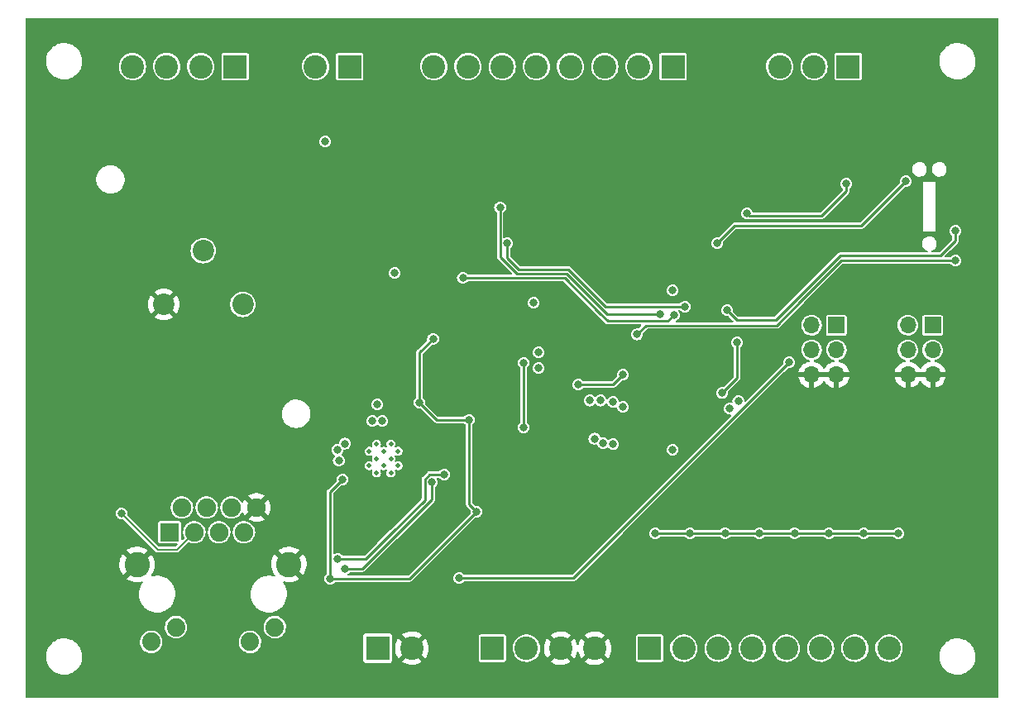
<source format=gbl>
G04 #@! TF.GenerationSoftware,KiCad,Pcbnew,(6.0.10)*
G04 #@! TF.CreationDate,2023-05-06T14:56:34+10:00*
G04 #@! TF.ProjectId,jms_ufe_controller,6a6d735f-7566-4655-9f63-6f6e74726f6c,rev?*
G04 #@! TF.SameCoordinates,Original*
G04 #@! TF.FileFunction,Copper,L4,Bot*
G04 #@! TF.FilePolarity,Positive*
%FSLAX46Y46*%
G04 Gerber Fmt 4.6, Leading zero omitted, Abs format (unit mm)*
G04 Created by KiCad (PCBNEW (6.0.10)) date 2023-05-06 14:56:34*
%MOMM*%
%LPD*%
G01*
G04 APERTURE LIST*
G04 #@! TA.AperFunction,ComponentPad*
%ADD10R,2.400000X2.400000*%
G04 #@! TD*
G04 #@! TA.AperFunction,ComponentPad*
%ADD11C,2.400000*%
G04 #@! TD*
G04 #@! TA.AperFunction,ComponentPad*
%ADD12R,1.700000X1.700000*%
G04 #@! TD*
G04 #@! TA.AperFunction,ComponentPad*
%ADD13O,1.700000X1.700000*%
G04 #@! TD*
G04 #@! TA.AperFunction,ComponentPad*
%ADD14C,0.499999*%
G04 #@! TD*
G04 #@! TA.AperFunction,ComponentPad*
%ADD15C,2.200000*%
G04 #@! TD*
G04 #@! TA.AperFunction,ComponentPad*
%ADD16C,2.600000*%
G04 #@! TD*
G04 #@! TA.AperFunction,ComponentPad*
%ADD17C,1.890000*%
G04 #@! TD*
G04 #@! TA.AperFunction,ComponentPad*
%ADD18R,1.900000X1.900000*%
G04 #@! TD*
G04 #@! TA.AperFunction,ComponentPad*
%ADD19C,1.900000*%
G04 #@! TD*
G04 #@! TA.AperFunction,ViaPad*
%ADD20C,0.800000*%
G04 #@! TD*
G04 #@! TA.AperFunction,Conductor*
%ADD21C,0.250000*%
G04 #@! TD*
G04 #@! TA.AperFunction,Conductor*
%ADD22C,0.200000*%
G04 #@! TD*
G04 APERTURE END LIST*
D10*
X166479318Y-55168783D03*
D11*
X162979318Y-55168783D03*
X159479318Y-55168783D03*
X155979318Y-55168783D03*
X152479318Y-55168783D03*
X148979318Y-55168783D03*
X145479318Y-55168783D03*
X141979318Y-55168783D03*
X188577318Y-114728000D03*
X185077318Y-114728000D03*
X181577318Y-114728000D03*
X178077318Y-114728000D03*
X174577318Y-114728000D03*
X171077318Y-114728000D03*
X167577318Y-114728000D03*
D10*
X164077318Y-114728000D03*
X147963318Y-114728783D03*
D11*
X151463318Y-114728783D03*
X154963318Y-114728783D03*
X158463318Y-114728783D03*
D10*
X136234800Y-114714400D03*
D11*
X139734800Y-114714400D03*
D10*
X133373318Y-55168783D03*
D11*
X129873318Y-55168783D03*
X177399318Y-55168783D03*
X180899318Y-55168783D03*
D10*
X184399318Y-55168783D03*
X121633318Y-55168783D03*
D11*
X118133318Y-55168783D03*
X114633318Y-55168783D03*
X111133318Y-55168783D03*
D12*
X193040518Y-81646783D03*
D13*
X190500518Y-81646783D03*
X193040518Y-84186783D03*
X190500518Y-84186783D03*
X193040518Y-86726783D03*
X190500518Y-86726783D03*
D14*
X136115199Y-96780800D03*
X135375200Y-96040801D03*
X138335200Y-94560799D03*
X136855200Y-94560799D03*
X137595201Y-95300800D03*
X135375200Y-94560799D03*
X138335200Y-96040801D03*
X137595201Y-93820800D03*
X136115199Y-93820800D03*
X136855200Y-96040801D03*
X137595201Y-96780800D03*
X136115199Y-95300800D03*
D15*
X114337925Y-79520900D03*
X122437925Y-79520900D03*
X118387925Y-74020900D03*
D16*
X127155000Y-106140000D03*
X111605000Y-106140000D03*
D17*
X125705000Y-112570000D03*
X123165000Y-114090000D03*
X115595000Y-112570000D03*
X113055000Y-114090000D03*
D18*
X114935000Y-102850000D03*
D19*
X116205000Y-100310000D03*
X117475000Y-102850000D03*
X118745000Y-100310000D03*
X120015000Y-102850000D03*
X121285000Y-100310000D03*
X122555000Y-102850000D03*
X123825000Y-100310000D03*
D12*
X183185318Y-81646783D03*
D13*
X180645318Y-81646783D03*
X183185318Y-84186783D03*
X180645318Y-84186783D03*
X183185318Y-86726783D03*
X180645318Y-86726783D03*
D20*
X130861318Y-62850783D03*
X157955769Y-89362283D03*
X159055318Y-89362283D03*
X161341318Y-90028783D03*
X160325318Y-89520783D03*
X152705318Y-86044500D03*
X152705318Y-84440783D03*
X152197318Y-79360783D03*
X173025318Y-83424783D03*
X171501318Y-88595500D03*
X169723318Y-101458783D03*
X166167318Y-101458783D03*
X160833318Y-99426783D03*
X172009318Y-98664783D03*
X175311318Y-98410783D03*
X178867318Y-98156783D03*
X181915318Y-97648783D03*
X185471318Y-97648783D03*
X164643318Y-102982783D03*
X168199318Y-102982783D03*
X171792818Y-102982783D03*
X175311318Y-102982783D03*
X178904818Y-102982783D03*
X182423318Y-102982783D03*
X185979318Y-102982783D03*
X189535318Y-102982783D03*
X130099318Y-104252783D03*
X166167318Y-84440783D03*
X145085318Y-84440783D03*
X145847318Y-85202783D03*
X163881318Y-78344783D03*
X154229318Y-73772783D03*
X157277318Y-85710783D03*
X140259318Y-91044783D03*
X130099318Y-105268783D03*
X152451318Y-77836783D03*
X137464800Y-100736400D03*
X148894800Y-91592400D03*
X174041318Y-94346783D03*
X129336800Y-100533200D03*
X174041318Y-92314783D03*
X174041318Y-93330783D03*
X154737318Y-96886783D03*
X145085318Y-85964783D03*
X153721318Y-96886783D03*
X143306800Y-99720400D03*
X165913318Y-85456783D03*
X152069800Y-81559400D03*
X156261318Y-85710783D03*
X154737318Y-92822783D03*
X154737318Y-91552783D03*
X157531318Y-81646783D03*
X156769318Y-80884783D03*
X131369318Y-92822783D03*
X138227318Y-106538783D03*
X153213318Y-73772783D03*
X152705318Y-96886783D03*
X138226800Y-104038400D03*
X174041318Y-70216783D03*
X140512800Y-89560400D03*
X146354800Y-100736400D03*
X145592800Y-91338400D03*
X184201318Y-67168783D03*
X131368800Y-107594400D03*
X166421318Y-78090783D03*
X132638800Y-97434400D03*
X141910318Y-83043783D03*
X156769318Y-87742783D03*
X161341318Y-86726783D03*
X144577318Y-107554783D03*
X137973318Y-76312783D03*
X178359318Y-85456783D03*
X141782800Y-97725900D03*
X132892800Y-106578400D03*
X143052800Y-96926400D03*
X132130800Y-105562400D03*
X110007400Y-100914200D03*
X136195318Y-89774783D03*
X158424393Y-93266237D03*
X151176500Y-92096100D03*
X151180800Y-85496400D03*
X159309318Y-93730900D03*
X136702800Y-91465400D03*
X160325318Y-93838783D03*
X135686800Y-91465400D03*
X132892800Y-93775299D03*
X166420800Y-94386400D03*
X172262800Y-90195400D03*
X132118485Y-94407313D03*
X132257800Y-95529400D03*
X173151800Y-89433400D03*
X165151318Y-80503783D03*
X148768318Y-69581783D03*
X144958318Y-76820783D03*
X166548318Y-80620500D03*
X149492818Y-73264783D03*
X167691318Y-79741783D03*
X172009318Y-80122783D03*
X195377318Y-71994783D03*
X190297318Y-66914783D03*
X170993318Y-73264783D03*
X195377318Y-75042783D03*
X162797518Y-82594983D03*
D21*
X184201318Y-67930783D02*
X181661318Y-70470783D01*
X181661318Y-70470783D02*
X174295318Y-70470783D01*
X174295318Y-70470783D02*
X174041318Y-70216783D01*
X184201318Y-67168783D02*
X184201318Y-67930783D01*
X173025318Y-87071500D02*
X173025318Y-83424783D01*
X171501318Y-88595500D02*
X173025318Y-87071500D01*
X164643318Y-102982783D02*
X168199318Y-102982783D01*
X168199318Y-102982783D02*
X171792818Y-102982783D01*
X171792818Y-102982783D02*
X175311318Y-102982783D01*
X175311318Y-102982783D02*
X178904818Y-102982783D01*
X185979318Y-102982783D02*
X189535318Y-102982783D01*
X182423318Y-102982783D02*
X185979318Y-102982783D01*
X178904818Y-102982783D02*
X182423318Y-102982783D01*
X131368800Y-98704400D02*
X132638800Y-97434400D01*
X145592800Y-99974400D02*
X146354800Y-100736400D01*
X146354800Y-100736400D02*
X139496800Y-107594400D01*
X131368800Y-107594400D02*
X131368800Y-98704400D01*
X140512800Y-89560400D02*
X142290800Y-91338400D01*
X141910318Y-83043783D02*
X140512800Y-84441301D01*
X145592800Y-91338400D02*
X145592800Y-99974400D01*
X156769318Y-87742783D02*
X160325318Y-87742783D01*
X160325318Y-87742783D02*
X161341318Y-86726783D01*
X140512800Y-84441301D02*
X140512800Y-89560400D01*
X139496800Y-107594400D02*
X131368800Y-107594400D01*
X142290800Y-91338400D02*
X145592800Y-91338400D01*
X178359318Y-85466088D02*
X156270623Y-107554783D01*
X156270623Y-107554783D02*
X144577318Y-107554783D01*
X178359318Y-85456783D02*
X178359318Y-85466088D01*
X141782800Y-97725900D02*
X141782800Y-99466400D01*
X137935800Y-103313400D02*
X137926495Y-103313400D01*
X141782800Y-99466400D02*
X137935800Y-103313400D01*
X134661495Y-106578400D02*
X132892800Y-106578400D01*
X137926495Y-103313400D02*
X134661495Y-106578400D01*
X143052800Y-96926400D02*
X141556995Y-96926400D01*
X137749404Y-102863400D02*
X137740099Y-102863400D01*
X137740099Y-102863400D02*
X135041099Y-105562400D01*
X141057800Y-97425595D02*
X141057800Y-99555004D01*
X135041099Y-105562400D02*
X132130800Y-105562400D01*
X141057800Y-99555004D02*
X137749404Y-102863400D01*
X141556995Y-96926400D02*
X141057800Y-97425595D01*
D22*
X115677000Y-104648000D02*
X117475000Y-102850000D01*
X113741200Y-104648000D02*
X115677000Y-104648000D01*
X110007400Y-100914200D02*
X113741200Y-104648000D01*
D21*
X151176500Y-92096100D02*
X151176500Y-85500700D01*
X151176500Y-85500700D02*
X151180800Y-85496400D01*
X155557318Y-76370783D02*
X150477318Y-76370783D01*
X165151318Y-80503783D02*
X159690318Y-80503783D01*
X148768318Y-74661783D02*
X148768318Y-69581783D01*
X150477318Y-76370783D02*
X148768318Y-74661783D01*
X159690318Y-80503783D02*
X155557318Y-76370783D01*
X158991120Y-80440981D02*
X155370922Y-76820783D01*
X155370922Y-76820783D02*
X144958318Y-76820783D01*
X165940035Y-81228783D02*
X159778922Y-81228783D01*
X159778922Y-81228783D02*
X158991120Y-80440981D01*
X166548318Y-80620500D02*
X165940035Y-81228783D01*
X159564714Y-79741783D02*
X167691318Y-79741783D01*
X150663714Y-75920783D02*
X155743714Y-75920783D01*
X149492818Y-73264783D02*
X149492818Y-74749887D01*
X149492818Y-74749887D02*
X150663714Y-75920783D01*
X155743714Y-75920783D02*
X159564714Y-79741783D01*
X193853318Y-74534783D02*
X195377318Y-73010783D01*
X176073318Y-81138783D02*
X176960922Y-81138783D01*
X176960922Y-81138783D02*
X183121120Y-74978585D01*
X195377318Y-73010783D02*
X195377318Y-71994783D01*
X183564922Y-74534783D02*
X193853318Y-74534783D01*
X172009318Y-80122783D02*
X173025318Y-81138783D01*
X173025318Y-81138783D02*
X176073318Y-81138783D01*
X183121120Y-74978585D02*
X183564922Y-74534783D01*
X172771318Y-71486783D02*
X185725318Y-71486783D01*
X185725318Y-71486783D02*
X190297318Y-66914783D01*
X170993318Y-73264783D02*
X172771318Y-71486783D01*
X183693318Y-75042783D02*
X195377318Y-75042783D01*
X165913318Y-81678783D02*
X177057318Y-81678783D01*
X177057318Y-81678783D02*
X179629318Y-79106783D01*
X163713718Y-81678783D02*
X165913318Y-81678783D01*
X179629318Y-79106783D02*
X183693318Y-75042783D01*
X162797518Y-82594983D02*
X163713718Y-81678783D01*
G04 #@! TA.AperFunction,Conductor*
G36*
X199758691Y-50219407D02*
G01*
X199794655Y-50268907D01*
X199799500Y-50299500D01*
X199799500Y-119700500D01*
X199780593Y-119758691D01*
X199731093Y-119794655D01*
X199700500Y-119799500D01*
X100299500Y-119799500D01*
X100241309Y-119780593D01*
X100205345Y-119731093D01*
X100200500Y-119700500D01*
X100200500Y-115612095D01*
X102285028Y-115612095D01*
X102285368Y-115615657D01*
X102285368Y-115615664D01*
X102303385Y-115804504D01*
X102310534Y-115879431D01*
X102374364Y-116140285D01*
X102475182Y-116389192D01*
X102610875Y-116620938D01*
X102778601Y-116830669D01*
X102974846Y-117013991D01*
X103195499Y-117167064D01*
X103317066Y-117227542D01*
X103432723Y-117285081D01*
X103432728Y-117285083D01*
X103435938Y-117286680D01*
X103439349Y-117287798D01*
X103439351Y-117287799D01*
X103687721Y-117369219D01*
X103687724Y-117369220D01*
X103691126Y-117370335D01*
X103955717Y-117416276D01*
X104004761Y-117418717D01*
X104039335Y-117420439D01*
X104039348Y-117420439D01*
X104040567Y-117420500D01*
X104208223Y-117420500D01*
X104407846Y-117406016D01*
X104670080Y-117348120D01*
X104673429Y-117346851D01*
X104673433Y-117346850D01*
X104775087Y-117308337D01*
X104921211Y-117252975D01*
X105075879Y-117167064D01*
X105152837Y-117124318D01*
X105152841Y-117124315D01*
X105155976Y-117122574D01*
X105295575Y-117016036D01*
X105366607Y-116961826D01*
X105366609Y-116961825D01*
X105369458Y-116959650D01*
X105557185Y-116767614D01*
X105715225Y-116550491D01*
X105840265Y-116312828D01*
X105892555Y-116164755D01*
X105928491Y-116062993D01*
X105928491Y-116062991D01*
X105929688Y-116059603D01*
X105934029Y-116037582D01*
X105949508Y-115959046D01*
X134734300Y-115959046D01*
X134737418Y-115985246D01*
X134782861Y-116087553D01*
X134789329Y-116094010D01*
X134789330Y-116094011D01*
X134818785Y-116123414D01*
X134862087Y-116166641D01*
X134870445Y-116170336D01*
X134957664Y-116208896D01*
X134957666Y-116208896D01*
X134964473Y-116211906D01*
X134971867Y-116212768D01*
X134987178Y-116214553D01*
X134990154Y-116214900D01*
X137479446Y-116214900D01*
X137497361Y-116212768D01*
X137498269Y-116212660D01*
X137498270Y-116212660D01*
X137505646Y-116211782D01*
X137607953Y-116166339D01*
X137630645Y-116143608D01*
X137651612Y-116122604D01*
X137684983Y-116089175D01*
X138725064Y-116089175D01*
X138725253Y-116090374D01*
X138729393Y-116095242D01*
X138824198Y-116164755D01*
X138830407Y-116168635D01*
X139048573Y-116283418D01*
X139055300Y-116286343D01*
X139288034Y-116367617D01*
X139295101Y-116369511D01*
X139537299Y-116415494D01*
X139544578Y-116416323D01*
X139790905Y-116426002D01*
X139798225Y-116425746D01*
X140043286Y-116398907D01*
X140050477Y-116397574D01*
X140288884Y-116334808D01*
X140295801Y-116332425D01*
X140522298Y-116235114D01*
X140528805Y-116231727D01*
X140738427Y-116102009D01*
X140740813Y-116100275D01*
X140747279Y-116089827D01*
X140747052Y-116086767D01*
X140745256Y-116084066D01*
X140609721Y-115948531D01*
X146562818Y-115948531D01*
X146564910Y-115959046D01*
X146572393Y-115996666D01*
X146574451Y-116007014D01*
X146618766Y-116073335D01*
X146685087Y-116117650D01*
X146694650Y-116119552D01*
X146694652Y-116119553D01*
X146717323Y-116124062D01*
X146743570Y-116129283D01*
X149183066Y-116129283D01*
X149209313Y-116124062D01*
X149231984Y-116119553D01*
X149231986Y-116119552D01*
X149241549Y-116117650D01*
X149307870Y-116073335D01*
X149352185Y-116007014D01*
X149354244Y-115996666D01*
X149361726Y-115959046D01*
X149363818Y-115948531D01*
X149363818Y-114694448D01*
X150058437Y-114694448D01*
X150071694Y-114924363D01*
X150072586Y-114928320D01*
X150120004Y-115138729D01*
X150122324Y-115149025D01*
X150123853Y-115152789D01*
X150123854Y-115152794D01*
X150202901Y-115347463D01*
X150208967Y-115362401D01*
X150211091Y-115365867D01*
X150211093Y-115365871D01*
X150264220Y-115452566D01*
X150329297Y-115558761D01*
X150480081Y-115732831D01*
X150657271Y-115879937D01*
X150856108Y-115996128D01*
X151071252Y-116078284D01*
X151075227Y-116079093D01*
X151075228Y-116079093D01*
X151292942Y-116123387D01*
X151292946Y-116123387D01*
X151296925Y-116124197D01*
X151300985Y-116124346D01*
X151300986Y-116124346D01*
X151342777Y-116125878D01*
X151527067Y-116132636D01*
X151531085Y-116132121D01*
X151531091Y-116132121D01*
X151751464Y-116103891D01*
X151751470Y-116103890D01*
X151754060Y-116103558D01*
X153953582Y-116103558D01*
X153953771Y-116104757D01*
X153957911Y-116109625D01*
X154052716Y-116179138D01*
X154058925Y-116183018D01*
X154277091Y-116297801D01*
X154283818Y-116300726D01*
X154516552Y-116382000D01*
X154523619Y-116383894D01*
X154765817Y-116429877D01*
X154773096Y-116430706D01*
X155019423Y-116440385D01*
X155026743Y-116440129D01*
X155271804Y-116413290D01*
X155278995Y-116411957D01*
X155517402Y-116349191D01*
X155524319Y-116346808D01*
X155750816Y-116249497D01*
X155757323Y-116246110D01*
X155966945Y-116116392D01*
X155969331Y-116114658D01*
X155975797Y-116104210D01*
X155975749Y-116103558D01*
X157453582Y-116103558D01*
X157453771Y-116104757D01*
X157457911Y-116109625D01*
X157552716Y-116179138D01*
X157558925Y-116183018D01*
X157777091Y-116297801D01*
X157783818Y-116300726D01*
X158016552Y-116382000D01*
X158023619Y-116383894D01*
X158265817Y-116429877D01*
X158273096Y-116430706D01*
X158519423Y-116440385D01*
X158526743Y-116440129D01*
X158771804Y-116413290D01*
X158778995Y-116411957D01*
X159017402Y-116349191D01*
X159024319Y-116346808D01*
X159250816Y-116249497D01*
X159257323Y-116246110D01*
X159466945Y-116116392D01*
X159469331Y-116114658D01*
X159475797Y-116104210D01*
X159475570Y-116101150D01*
X159473774Y-116098449D01*
X159323073Y-115947748D01*
X162676818Y-115947748D01*
X162679632Y-115961894D01*
X162686286Y-115995345D01*
X162688451Y-116006231D01*
X162732766Y-116072552D01*
X162799087Y-116116867D01*
X162808650Y-116118769D01*
X162808652Y-116118770D01*
X162827929Y-116122604D01*
X162857570Y-116128500D01*
X165297066Y-116128500D01*
X165326707Y-116122604D01*
X165345984Y-116118770D01*
X165345986Y-116118769D01*
X165355549Y-116116867D01*
X165421870Y-116072552D01*
X165466185Y-116006231D01*
X165468351Y-115995345D01*
X165475004Y-115961894D01*
X165477818Y-115947748D01*
X165477818Y-114693665D01*
X166172437Y-114693665D01*
X166185694Y-114923580D01*
X166189646Y-114941117D01*
X166226081Y-115102789D01*
X166236324Y-115148242D01*
X166237853Y-115152006D01*
X166237854Y-115152011D01*
X166317219Y-115347463D01*
X166322967Y-115361618D01*
X166443297Y-115557978D01*
X166445956Y-115561048D01*
X166445957Y-115561049D01*
X166493266Y-115615664D01*
X166594081Y-115732048D01*
X166771271Y-115879154D01*
X166970108Y-115995345D01*
X167185252Y-116077501D01*
X167189227Y-116078310D01*
X167189228Y-116078310D01*
X167406942Y-116122604D01*
X167406946Y-116122604D01*
X167410925Y-116123414D01*
X167414985Y-116123563D01*
X167414986Y-116123563D01*
X167456777Y-116125095D01*
X167641067Y-116131853D01*
X167645085Y-116131338D01*
X167645091Y-116131338D01*
X167865464Y-116103108D01*
X167865470Y-116103107D01*
X167869496Y-116102591D01*
X167873389Y-116101423D01*
X167873394Y-116101422D01*
X168032154Y-116053791D01*
X168090079Y-116036413D01*
X168296892Y-115935096D01*
X168484380Y-115801363D01*
X168647508Y-115638803D01*
X168781895Y-115451783D01*
X168883933Y-115245325D01*
X168885907Y-115238830D01*
X168949698Y-115028869D01*
X168949698Y-115028868D01*
X168950881Y-115024975D01*
X168954207Y-114999715D01*
X168976922Y-114827172D01*
X168980940Y-114796649D01*
X168982618Y-114728000D01*
X168981705Y-114716892D01*
X168979795Y-114693665D01*
X169672437Y-114693665D01*
X169685694Y-114923580D01*
X169689646Y-114941117D01*
X169726081Y-115102789D01*
X169736324Y-115148242D01*
X169737853Y-115152006D01*
X169737854Y-115152011D01*
X169817219Y-115347463D01*
X169822967Y-115361618D01*
X169943297Y-115557978D01*
X169945956Y-115561048D01*
X169945957Y-115561049D01*
X169993266Y-115615664D01*
X170094081Y-115732048D01*
X170271271Y-115879154D01*
X170470108Y-115995345D01*
X170685252Y-116077501D01*
X170689227Y-116078310D01*
X170689228Y-116078310D01*
X170906942Y-116122604D01*
X170906946Y-116122604D01*
X170910925Y-116123414D01*
X170914985Y-116123563D01*
X170914986Y-116123563D01*
X170956777Y-116125095D01*
X171141067Y-116131853D01*
X171145085Y-116131338D01*
X171145091Y-116131338D01*
X171365464Y-116103108D01*
X171365470Y-116103107D01*
X171369496Y-116102591D01*
X171373389Y-116101423D01*
X171373394Y-116101422D01*
X171532154Y-116053791D01*
X171590079Y-116036413D01*
X171796892Y-115935096D01*
X171984380Y-115801363D01*
X172147508Y-115638803D01*
X172281895Y-115451783D01*
X172383933Y-115245325D01*
X172385907Y-115238830D01*
X172449698Y-115028869D01*
X172449698Y-115028868D01*
X172450881Y-115024975D01*
X172454207Y-114999715D01*
X172476922Y-114827172D01*
X172480940Y-114796649D01*
X172482618Y-114728000D01*
X172481705Y-114716892D01*
X172479795Y-114693665D01*
X173172437Y-114693665D01*
X173185694Y-114923580D01*
X173189646Y-114941117D01*
X173226081Y-115102789D01*
X173236324Y-115148242D01*
X173237853Y-115152006D01*
X173237854Y-115152011D01*
X173317219Y-115347463D01*
X173322967Y-115361618D01*
X173443297Y-115557978D01*
X173445956Y-115561048D01*
X173445957Y-115561049D01*
X173493266Y-115615664D01*
X173594081Y-115732048D01*
X173771271Y-115879154D01*
X173970108Y-115995345D01*
X174185252Y-116077501D01*
X174189227Y-116078310D01*
X174189228Y-116078310D01*
X174406942Y-116122604D01*
X174406946Y-116122604D01*
X174410925Y-116123414D01*
X174414985Y-116123563D01*
X174414986Y-116123563D01*
X174456777Y-116125095D01*
X174641067Y-116131853D01*
X174645085Y-116131338D01*
X174645091Y-116131338D01*
X174865464Y-116103108D01*
X174865470Y-116103107D01*
X174869496Y-116102591D01*
X174873389Y-116101423D01*
X174873394Y-116101422D01*
X175032154Y-116053791D01*
X175090079Y-116036413D01*
X175296892Y-115935096D01*
X175484380Y-115801363D01*
X175647508Y-115638803D01*
X175781895Y-115451783D01*
X175883933Y-115245325D01*
X175885907Y-115238830D01*
X175949698Y-115028869D01*
X175949698Y-115028868D01*
X175950881Y-115024975D01*
X175954207Y-114999715D01*
X175976922Y-114827172D01*
X175980940Y-114796649D01*
X175982618Y-114728000D01*
X175981705Y-114716892D01*
X175979795Y-114693665D01*
X176672437Y-114693665D01*
X176685694Y-114923580D01*
X176689646Y-114941117D01*
X176726081Y-115102789D01*
X176736324Y-115148242D01*
X176737853Y-115152006D01*
X176737854Y-115152011D01*
X176817219Y-115347463D01*
X176822967Y-115361618D01*
X176943297Y-115557978D01*
X176945956Y-115561048D01*
X176945957Y-115561049D01*
X176993266Y-115615664D01*
X177094081Y-115732048D01*
X177271271Y-115879154D01*
X177470108Y-115995345D01*
X177685252Y-116077501D01*
X177689227Y-116078310D01*
X177689228Y-116078310D01*
X177906942Y-116122604D01*
X177906946Y-116122604D01*
X177910925Y-116123414D01*
X177914985Y-116123563D01*
X177914986Y-116123563D01*
X177956777Y-116125095D01*
X178141067Y-116131853D01*
X178145085Y-116131338D01*
X178145091Y-116131338D01*
X178365464Y-116103108D01*
X178365470Y-116103107D01*
X178369496Y-116102591D01*
X178373389Y-116101423D01*
X178373394Y-116101422D01*
X178532154Y-116053791D01*
X178590079Y-116036413D01*
X178796892Y-115935096D01*
X178984380Y-115801363D01*
X179147508Y-115638803D01*
X179281895Y-115451783D01*
X179383933Y-115245325D01*
X179385907Y-115238830D01*
X179449698Y-115028869D01*
X179449698Y-115028868D01*
X179450881Y-115024975D01*
X179454207Y-114999715D01*
X179476922Y-114827172D01*
X179480940Y-114796649D01*
X179482618Y-114728000D01*
X179481705Y-114716892D01*
X179479795Y-114693665D01*
X180172437Y-114693665D01*
X180185694Y-114923580D01*
X180189646Y-114941117D01*
X180226081Y-115102789D01*
X180236324Y-115148242D01*
X180237853Y-115152006D01*
X180237854Y-115152011D01*
X180317219Y-115347463D01*
X180322967Y-115361618D01*
X180443297Y-115557978D01*
X180445956Y-115561048D01*
X180445957Y-115561049D01*
X180493266Y-115615664D01*
X180594081Y-115732048D01*
X180771271Y-115879154D01*
X180970108Y-115995345D01*
X181185252Y-116077501D01*
X181189227Y-116078310D01*
X181189228Y-116078310D01*
X181406942Y-116122604D01*
X181406946Y-116122604D01*
X181410925Y-116123414D01*
X181414985Y-116123563D01*
X181414986Y-116123563D01*
X181456777Y-116125095D01*
X181641067Y-116131853D01*
X181645085Y-116131338D01*
X181645091Y-116131338D01*
X181865464Y-116103108D01*
X181865470Y-116103107D01*
X181869496Y-116102591D01*
X181873389Y-116101423D01*
X181873394Y-116101422D01*
X182032154Y-116053791D01*
X182090079Y-116036413D01*
X182296892Y-115935096D01*
X182484380Y-115801363D01*
X182647508Y-115638803D01*
X182781895Y-115451783D01*
X182883933Y-115245325D01*
X182885907Y-115238830D01*
X182949698Y-115028869D01*
X182949698Y-115028868D01*
X182950881Y-115024975D01*
X182954207Y-114999715D01*
X182976922Y-114827172D01*
X182980940Y-114796649D01*
X182982618Y-114728000D01*
X182981705Y-114716892D01*
X182979795Y-114693665D01*
X183672437Y-114693665D01*
X183685694Y-114923580D01*
X183689646Y-114941117D01*
X183726081Y-115102789D01*
X183736324Y-115148242D01*
X183737853Y-115152006D01*
X183737854Y-115152011D01*
X183817219Y-115347463D01*
X183822967Y-115361618D01*
X183943297Y-115557978D01*
X183945956Y-115561048D01*
X183945957Y-115561049D01*
X183993266Y-115615664D01*
X184094081Y-115732048D01*
X184271271Y-115879154D01*
X184470108Y-115995345D01*
X184685252Y-116077501D01*
X184689227Y-116078310D01*
X184689228Y-116078310D01*
X184906942Y-116122604D01*
X184906946Y-116122604D01*
X184910925Y-116123414D01*
X184914985Y-116123563D01*
X184914986Y-116123563D01*
X184956777Y-116125095D01*
X185141067Y-116131853D01*
X185145085Y-116131338D01*
X185145091Y-116131338D01*
X185365464Y-116103108D01*
X185365470Y-116103107D01*
X185369496Y-116102591D01*
X185373389Y-116101423D01*
X185373394Y-116101422D01*
X185532154Y-116053791D01*
X185590079Y-116036413D01*
X185796892Y-115935096D01*
X185984380Y-115801363D01*
X186147508Y-115638803D01*
X186281895Y-115451783D01*
X186383933Y-115245325D01*
X186385907Y-115238830D01*
X186449698Y-115028869D01*
X186449698Y-115028868D01*
X186450881Y-115024975D01*
X186454207Y-114999715D01*
X186476922Y-114827172D01*
X186480940Y-114796649D01*
X186482618Y-114728000D01*
X186481705Y-114716892D01*
X186479795Y-114693665D01*
X187172437Y-114693665D01*
X187185694Y-114923580D01*
X187189646Y-114941117D01*
X187226081Y-115102789D01*
X187236324Y-115148242D01*
X187237853Y-115152006D01*
X187237854Y-115152011D01*
X187317219Y-115347463D01*
X187322967Y-115361618D01*
X187443297Y-115557978D01*
X187445956Y-115561048D01*
X187445957Y-115561049D01*
X187493266Y-115615664D01*
X187594081Y-115732048D01*
X187771271Y-115879154D01*
X187970108Y-115995345D01*
X188185252Y-116077501D01*
X188189227Y-116078310D01*
X188189228Y-116078310D01*
X188406942Y-116122604D01*
X188406946Y-116122604D01*
X188410925Y-116123414D01*
X188414985Y-116123563D01*
X188414986Y-116123563D01*
X188456777Y-116125095D01*
X188641067Y-116131853D01*
X188645085Y-116131338D01*
X188645091Y-116131338D01*
X188865464Y-116103108D01*
X188865470Y-116103107D01*
X188869496Y-116102591D01*
X188873389Y-116101423D01*
X188873394Y-116101422D01*
X189032154Y-116053791D01*
X189090079Y-116036413D01*
X189296892Y-115935096D01*
X189484380Y-115801363D01*
X189647508Y-115638803D01*
X189666700Y-115612095D01*
X193725028Y-115612095D01*
X193725368Y-115615657D01*
X193725368Y-115615664D01*
X193743385Y-115804504D01*
X193750534Y-115879431D01*
X193814364Y-116140285D01*
X193915182Y-116389192D01*
X194050875Y-116620938D01*
X194218601Y-116830669D01*
X194414846Y-117013991D01*
X194635499Y-117167064D01*
X194757066Y-117227542D01*
X194872723Y-117285081D01*
X194872728Y-117285083D01*
X194875938Y-117286680D01*
X194879349Y-117287798D01*
X194879351Y-117287799D01*
X195127721Y-117369219D01*
X195127724Y-117369220D01*
X195131126Y-117370335D01*
X195395717Y-117416276D01*
X195444761Y-117418717D01*
X195479335Y-117420439D01*
X195479348Y-117420439D01*
X195480567Y-117420500D01*
X195648223Y-117420500D01*
X195847846Y-117406016D01*
X196110080Y-117348120D01*
X196113429Y-117346851D01*
X196113433Y-117346850D01*
X196215087Y-117308337D01*
X196361211Y-117252975D01*
X196515879Y-117167064D01*
X196592837Y-117124318D01*
X196592841Y-117124315D01*
X196595976Y-117122574D01*
X196735575Y-117016036D01*
X196806607Y-116961826D01*
X196806609Y-116961825D01*
X196809458Y-116959650D01*
X196997185Y-116767614D01*
X197155225Y-116550491D01*
X197280265Y-116312828D01*
X197332555Y-116164755D01*
X197368491Y-116062993D01*
X197368491Y-116062991D01*
X197369688Y-116059603D01*
X197374029Y-116037582D01*
X197420925Y-115799648D01*
X197421620Y-115796122D01*
X197434972Y-115527905D01*
X197434632Y-115524343D01*
X197434632Y-115524336D01*
X197409807Y-115264139D01*
X197409806Y-115264134D01*
X197409466Y-115260569D01*
X197345636Y-114999715D01*
X197244818Y-114750808D01*
X197239426Y-114741598D01*
X197110936Y-114522155D01*
X197109125Y-114519062D01*
X197096527Y-114503308D01*
X196989772Y-114369818D01*
X196941399Y-114309331D01*
X196745154Y-114126009D01*
X196524501Y-113972936D01*
X196351812Y-113887025D01*
X196287277Y-113854919D01*
X196287272Y-113854917D01*
X196284062Y-113853320D01*
X196276427Y-113850817D01*
X196032279Y-113770781D01*
X196032276Y-113770780D01*
X196028874Y-113769665D01*
X195764283Y-113723724D01*
X195715239Y-113721283D01*
X195680665Y-113719561D01*
X195680652Y-113719561D01*
X195679433Y-113719500D01*
X195511777Y-113719500D01*
X195312154Y-113733984D01*
X195049920Y-113791880D01*
X195046571Y-113793149D01*
X195046567Y-113793150D01*
X194944913Y-113831663D01*
X194798789Y-113887025D01*
X194714820Y-113933666D01*
X194567163Y-114015682D01*
X194567159Y-114015685D01*
X194564024Y-114017426D01*
X194561174Y-114019601D01*
X194561171Y-114019603D01*
X194367335Y-114167534D01*
X194350542Y-114180350D01*
X194162815Y-114372386D01*
X194004775Y-114589509D01*
X194003111Y-114592672D01*
X194003109Y-114592675D01*
X193942133Y-114708572D01*
X193879735Y-114827172D01*
X193875101Y-114840294D01*
X193806282Y-115035175D01*
X193790312Y-115080397D01*
X193789618Y-115083919D01*
X193789617Y-115083922D01*
X193747683Y-115296677D01*
X193738380Y-115343878D01*
X193725028Y-115612095D01*
X189666700Y-115612095D01*
X189781895Y-115451783D01*
X189883933Y-115245325D01*
X189885907Y-115238830D01*
X189949698Y-115028869D01*
X189949698Y-115028868D01*
X189950881Y-115024975D01*
X189954207Y-114999715D01*
X189976922Y-114827172D01*
X189980940Y-114796649D01*
X189982618Y-114728000D01*
X189981705Y-114716892D01*
X189964081Y-114502525D01*
X189964080Y-114502522D01*
X189963748Y-114498478D01*
X189958640Y-114478140D01*
X189908635Y-114279066D01*
X189907644Y-114275120D01*
X189815814Y-114063924D01*
X189690723Y-113870563D01*
X189666916Y-113844399D01*
X189597510Y-113768124D01*
X189535730Y-113700229D01*
X189532544Y-113697713D01*
X189532541Y-113697710D01*
X189358187Y-113560013D01*
X189358181Y-113560009D01*
X189354999Y-113557496D01*
X189191897Y-113467459D01*
X189156941Y-113448162D01*
X189156940Y-113448161D01*
X189153383Y-113446198D01*
X189149552Y-113444841D01*
X189149549Y-113444840D01*
X188940132Y-113370681D01*
X188940127Y-113370680D01*
X188936296Y-113369323D01*
X188709568Y-113328937D01*
X188705522Y-113328888D01*
X188705516Y-113328887D01*
X188578412Y-113327334D01*
X188479289Y-113326123D01*
X188251643Y-113360958D01*
X188155627Y-113392341D01*
X188036599Y-113431245D01*
X188036595Y-113431247D01*
X188032742Y-113432506D01*
X188029142Y-113434380D01*
X187832072Y-113536968D01*
X187832069Y-113536970D01*
X187828467Y-113538845D01*
X187644302Y-113677119D01*
X187485195Y-113843616D01*
X187482903Y-113846976D01*
X187357707Y-114030505D01*
X187357704Y-114030511D01*
X187355417Y-114033863D01*
X187258454Y-114242752D01*
X187196910Y-114464673D01*
X187172437Y-114693665D01*
X186479795Y-114693665D01*
X186464081Y-114502525D01*
X186464080Y-114502522D01*
X186463748Y-114498478D01*
X186458640Y-114478140D01*
X186408635Y-114279066D01*
X186407644Y-114275120D01*
X186315814Y-114063924D01*
X186190723Y-113870563D01*
X186166916Y-113844399D01*
X186097510Y-113768124D01*
X186035730Y-113700229D01*
X186032544Y-113697713D01*
X186032541Y-113697710D01*
X185858187Y-113560013D01*
X185858181Y-113560009D01*
X185854999Y-113557496D01*
X185691897Y-113467459D01*
X185656941Y-113448162D01*
X185656940Y-113448161D01*
X185653383Y-113446198D01*
X185649552Y-113444841D01*
X185649549Y-113444840D01*
X185440132Y-113370681D01*
X185440127Y-113370680D01*
X185436296Y-113369323D01*
X185209568Y-113328937D01*
X185205522Y-113328888D01*
X185205516Y-113328887D01*
X185078412Y-113327334D01*
X184979289Y-113326123D01*
X184751643Y-113360958D01*
X184655627Y-113392341D01*
X184536599Y-113431245D01*
X184536595Y-113431247D01*
X184532742Y-113432506D01*
X184529142Y-113434380D01*
X184332072Y-113536968D01*
X184332069Y-113536970D01*
X184328467Y-113538845D01*
X184144302Y-113677119D01*
X183985195Y-113843616D01*
X183982903Y-113846976D01*
X183857707Y-114030505D01*
X183857704Y-114030511D01*
X183855417Y-114033863D01*
X183758454Y-114242752D01*
X183696910Y-114464673D01*
X183672437Y-114693665D01*
X182979795Y-114693665D01*
X182964081Y-114502525D01*
X182964080Y-114502522D01*
X182963748Y-114498478D01*
X182958640Y-114478140D01*
X182908635Y-114279066D01*
X182907644Y-114275120D01*
X182815814Y-114063924D01*
X182690723Y-113870563D01*
X182666916Y-113844399D01*
X182597510Y-113768124D01*
X182535730Y-113700229D01*
X182532544Y-113697713D01*
X182532541Y-113697710D01*
X182358187Y-113560013D01*
X182358181Y-113560009D01*
X182354999Y-113557496D01*
X182191897Y-113467459D01*
X182156941Y-113448162D01*
X182156940Y-113448161D01*
X182153383Y-113446198D01*
X182149552Y-113444841D01*
X182149549Y-113444840D01*
X181940132Y-113370681D01*
X181940127Y-113370680D01*
X181936296Y-113369323D01*
X181709568Y-113328937D01*
X181705522Y-113328888D01*
X181705516Y-113328887D01*
X181578412Y-113327334D01*
X181479289Y-113326123D01*
X181251643Y-113360958D01*
X181155627Y-113392341D01*
X181036599Y-113431245D01*
X181036595Y-113431247D01*
X181032742Y-113432506D01*
X181029142Y-113434380D01*
X180832072Y-113536968D01*
X180832069Y-113536970D01*
X180828467Y-113538845D01*
X180644302Y-113677119D01*
X180485195Y-113843616D01*
X180482903Y-113846976D01*
X180357707Y-114030505D01*
X180357704Y-114030511D01*
X180355417Y-114033863D01*
X180258454Y-114242752D01*
X180196910Y-114464673D01*
X180172437Y-114693665D01*
X179479795Y-114693665D01*
X179464081Y-114502525D01*
X179464080Y-114502522D01*
X179463748Y-114498478D01*
X179458640Y-114478140D01*
X179408635Y-114279066D01*
X179407644Y-114275120D01*
X179315814Y-114063924D01*
X179190723Y-113870563D01*
X179166916Y-113844399D01*
X179097510Y-113768124D01*
X179035730Y-113700229D01*
X179032544Y-113697713D01*
X179032541Y-113697710D01*
X178858187Y-113560013D01*
X178858181Y-113560009D01*
X178854999Y-113557496D01*
X178691897Y-113467459D01*
X178656941Y-113448162D01*
X178656940Y-113448161D01*
X178653383Y-113446198D01*
X178649552Y-113444841D01*
X178649549Y-113444840D01*
X178440132Y-113370681D01*
X178440127Y-113370680D01*
X178436296Y-113369323D01*
X178209568Y-113328937D01*
X178205522Y-113328888D01*
X178205516Y-113328887D01*
X178078412Y-113327334D01*
X177979289Y-113326123D01*
X177751643Y-113360958D01*
X177655627Y-113392341D01*
X177536599Y-113431245D01*
X177536595Y-113431247D01*
X177532742Y-113432506D01*
X177529142Y-113434380D01*
X177332072Y-113536968D01*
X177332069Y-113536970D01*
X177328467Y-113538845D01*
X177144302Y-113677119D01*
X176985195Y-113843616D01*
X176982903Y-113846976D01*
X176857707Y-114030505D01*
X176857704Y-114030511D01*
X176855417Y-114033863D01*
X176758454Y-114242752D01*
X176696910Y-114464673D01*
X176672437Y-114693665D01*
X175979795Y-114693665D01*
X175964081Y-114502525D01*
X175964080Y-114502522D01*
X175963748Y-114498478D01*
X175958640Y-114478140D01*
X175908635Y-114279066D01*
X175907644Y-114275120D01*
X175815814Y-114063924D01*
X175690723Y-113870563D01*
X175666916Y-113844399D01*
X175597510Y-113768124D01*
X175535730Y-113700229D01*
X175532544Y-113697713D01*
X175532541Y-113697710D01*
X175358187Y-113560013D01*
X175358181Y-113560009D01*
X175354999Y-113557496D01*
X175191897Y-113467459D01*
X175156941Y-113448162D01*
X175156940Y-113448161D01*
X175153383Y-113446198D01*
X175149552Y-113444841D01*
X175149549Y-113444840D01*
X174940132Y-113370681D01*
X174940127Y-113370680D01*
X174936296Y-113369323D01*
X174709568Y-113328937D01*
X174705522Y-113328888D01*
X174705516Y-113328887D01*
X174578412Y-113327334D01*
X174479289Y-113326123D01*
X174251643Y-113360958D01*
X174155627Y-113392341D01*
X174036599Y-113431245D01*
X174036595Y-113431247D01*
X174032742Y-113432506D01*
X174029142Y-113434380D01*
X173832072Y-113536968D01*
X173832069Y-113536970D01*
X173828467Y-113538845D01*
X173644302Y-113677119D01*
X173485195Y-113843616D01*
X173482903Y-113846976D01*
X173357707Y-114030505D01*
X173357704Y-114030511D01*
X173355417Y-114033863D01*
X173258454Y-114242752D01*
X173196910Y-114464673D01*
X173172437Y-114693665D01*
X172479795Y-114693665D01*
X172464081Y-114502525D01*
X172464080Y-114502522D01*
X172463748Y-114498478D01*
X172458640Y-114478140D01*
X172408635Y-114279066D01*
X172407644Y-114275120D01*
X172315814Y-114063924D01*
X172190723Y-113870563D01*
X172166916Y-113844399D01*
X172097510Y-113768124D01*
X172035730Y-113700229D01*
X172032544Y-113697713D01*
X172032541Y-113697710D01*
X171858187Y-113560013D01*
X171858181Y-113560009D01*
X171854999Y-113557496D01*
X171691897Y-113467459D01*
X171656941Y-113448162D01*
X171656940Y-113448161D01*
X171653383Y-113446198D01*
X171649552Y-113444841D01*
X171649549Y-113444840D01*
X171440132Y-113370681D01*
X171440127Y-113370680D01*
X171436296Y-113369323D01*
X171209568Y-113328937D01*
X171205522Y-113328888D01*
X171205516Y-113328887D01*
X171078412Y-113327334D01*
X170979289Y-113326123D01*
X170751643Y-113360958D01*
X170655627Y-113392341D01*
X170536599Y-113431245D01*
X170536595Y-113431247D01*
X170532742Y-113432506D01*
X170529142Y-113434380D01*
X170332072Y-113536968D01*
X170332069Y-113536970D01*
X170328467Y-113538845D01*
X170144302Y-113677119D01*
X169985195Y-113843616D01*
X169982903Y-113846976D01*
X169857707Y-114030505D01*
X169857704Y-114030511D01*
X169855417Y-114033863D01*
X169758454Y-114242752D01*
X169696910Y-114464673D01*
X169672437Y-114693665D01*
X168979795Y-114693665D01*
X168964081Y-114502525D01*
X168964080Y-114502522D01*
X168963748Y-114498478D01*
X168958640Y-114478140D01*
X168908635Y-114279066D01*
X168907644Y-114275120D01*
X168815814Y-114063924D01*
X168690723Y-113870563D01*
X168666916Y-113844399D01*
X168597510Y-113768124D01*
X168535730Y-113700229D01*
X168532544Y-113697713D01*
X168532541Y-113697710D01*
X168358187Y-113560013D01*
X168358181Y-113560009D01*
X168354999Y-113557496D01*
X168191897Y-113467459D01*
X168156941Y-113448162D01*
X168156940Y-113448161D01*
X168153383Y-113446198D01*
X168149552Y-113444841D01*
X168149549Y-113444840D01*
X167940132Y-113370681D01*
X167940127Y-113370680D01*
X167936296Y-113369323D01*
X167709568Y-113328937D01*
X167705522Y-113328888D01*
X167705516Y-113328887D01*
X167578412Y-113327334D01*
X167479289Y-113326123D01*
X167251643Y-113360958D01*
X167155627Y-113392341D01*
X167036599Y-113431245D01*
X167036595Y-113431247D01*
X167032742Y-113432506D01*
X167029142Y-113434380D01*
X166832072Y-113536968D01*
X166832069Y-113536970D01*
X166828467Y-113538845D01*
X166644302Y-113677119D01*
X166485195Y-113843616D01*
X166482903Y-113846976D01*
X166357707Y-114030505D01*
X166357704Y-114030511D01*
X166355417Y-114033863D01*
X166258454Y-114242752D01*
X166196910Y-114464673D01*
X166172437Y-114693665D01*
X165477818Y-114693665D01*
X165477818Y-113508252D01*
X165469525Y-113466558D01*
X165468088Y-113459334D01*
X165468087Y-113459332D01*
X165466185Y-113449769D01*
X165421870Y-113383448D01*
X165355549Y-113339133D01*
X165345986Y-113337231D01*
X165345984Y-113337230D01*
X165323313Y-113332721D01*
X165297066Y-113327500D01*
X162857570Y-113327500D01*
X162831323Y-113332721D01*
X162808652Y-113337230D01*
X162808650Y-113337231D01*
X162799087Y-113339133D01*
X162732766Y-113383448D01*
X162688451Y-113449769D01*
X162686549Y-113459332D01*
X162686548Y-113459334D01*
X162685111Y-113466558D01*
X162676818Y-113508252D01*
X162676818Y-115947748D01*
X159323073Y-115947748D01*
X158474404Y-115099079D01*
X158462521Y-115093025D01*
X158457490Y-115093821D01*
X157459636Y-116091675D01*
X157453582Y-116103558D01*
X155975749Y-116103558D01*
X155975570Y-116101150D01*
X155973774Y-116098449D01*
X154974404Y-115099079D01*
X154962521Y-115093025D01*
X154957490Y-115093821D01*
X153959636Y-116091675D01*
X153953582Y-116103558D01*
X151754060Y-116103558D01*
X151755496Y-116103374D01*
X151759389Y-116102206D01*
X151759394Y-116102205D01*
X151918154Y-116054574D01*
X151976079Y-116037196D01*
X152182892Y-115935879D01*
X152370380Y-115802146D01*
X152533508Y-115639586D01*
X152667895Y-115452566D01*
X152769933Y-115246108D01*
X152772145Y-115238830D01*
X152835698Y-115029652D01*
X152835698Y-115029651D01*
X152836881Y-115025758D01*
X152842792Y-114980863D01*
X152863025Y-114827172D01*
X152866940Y-114797432D01*
X152868618Y-114728783D01*
X152868347Y-114725486D01*
X152865233Y-114687615D01*
X153251292Y-114687615D01*
X153263120Y-114933854D01*
X153264012Y-114941117D01*
X153312106Y-115182907D01*
X153314063Y-115189963D01*
X153397364Y-115421975D01*
X153400347Y-115428676D01*
X153517027Y-115645827D01*
X153520966Y-115652010D01*
X153579948Y-115730997D01*
X153590840Y-115738695D01*
X153592289Y-115738676D01*
X153597382Y-115735509D01*
X154593022Y-114739869D01*
X154598264Y-114729580D01*
X155327560Y-114729580D01*
X155328356Y-114734611D01*
X156328776Y-115735031D01*
X156340437Y-115740973D01*
X156346973Y-115735062D01*
X156466556Y-115549148D01*
X156470058Y-115542699D01*
X156571305Y-115317939D01*
X156573809Y-115311060D01*
X156616565Y-115159459D01*
X156650558Y-115108586D01*
X156707961Y-115087408D01*
X156766850Y-115104017D01*
X156804729Y-115152067D01*
X156808946Y-115167020D01*
X156812105Y-115182903D01*
X156814063Y-115189963D01*
X156897364Y-115421975D01*
X156900347Y-115428676D01*
X157017027Y-115645827D01*
X157020966Y-115652010D01*
X157079948Y-115730997D01*
X157090840Y-115738695D01*
X157092289Y-115738676D01*
X157097382Y-115735509D01*
X158093022Y-114739869D01*
X158098264Y-114729580D01*
X158827560Y-114729580D01*
X158828356Y-114734611D01*
X159828776Y-115735031D01*
X159840437Y-115740973D01*
X159846973Y-115735062D01*
X159966556Y-115549148D01*
X159970058Y-115542699D01*
X160071305Y-115317939D01*
X160073809Y-115311060D01*
X160140725Y-115073794D01*
X160142186Y-115066610D01*
X160173446Y-114820890D01*
X160173825Y-114815940D01*
X160176042Y-114731275D01*
X160175922Y-114726300D01*
X160157565Y-114479272D01*
X160156484Y-114472042D01*
X160102076Y-114231592D01*
X160099936Y-114224591D01*
X160010586Y-113994827D01*
X160007437Y-113988226D01*
X159885103Y-113774186D01*
X159881014Y-113768124D01*
X159847597Y-113725734D01*
X159836508Y-113718325D01*
X159834364Y-113718409D01*
X159830301Y-113721010D01*
X158833614Y-114717697D01*
X158827560Y-114729580D01*
X158098264Y-114729580D01*
X158099076Y-114727986D01*
X158098280Y-114722955D01*
X157098420Y-113723095D01*
X157086537Y-113717041D01*
X157083735Y-113717484D01*
X157080889Y-113719758D01*
X157071260Y-113731336D01*
X157067002Y-113737306D01*
X156939120Y-113948049D01*
X156935791Y-113954581D01*
X156840462Y-114181917D01*
X156838135Y-114188870D01*
X156809693Y-114300861D01*
X156777043Y-114352607D01*
X156720214Y-114375280D01*
X156660911Y-114360219D01*
X156621787Y-114313177D01*
X156617180Y-114298341D01*
X156602076Y-114231592D01*
X156599936Y-114224591D01*
X156510586Y-113994827D01*
X156507437Y-113988226D01*
X156385103Y-113774186D01*
X156381014Y-113768124D01*
X156347597Y-113725734D01*
X156336508Y-113718325D01*
X156334364Y-113718409D01*
X156330301Y-113721010D01*
X155333614Y-114717697D01*
X155327560Y-114729580D01*
X154598264Y-114729580D01*
X154599076Y-114727986D01*
X154598280Y-114722955D01*
X153598420Y-113723095D01*
X153586537Y-113717041D01*
X153583735Y-113717484D01*
X153580889Y-113719758D01*
X153571260Y-113731336D01*
X153567002Y-113737306D01*
X153439120Y-113948049D01*
X153435791Y-113954581D01*
X153340462Y-114181917D01*
X153338135Y-114188870D01*
X153277454Y-114427799D01*
X153276182Y-114435015D01*
X153251484Y-114680295D01*
X153251292Y-114687615D01*
X152865233Y-114687615D01*
X152850081Y-114503308D01*
X152850080Y-114503305D01*
X152849748Y-114499261D01*
X152843407Y-114474014D01*
X152802743Y-114312126D01*
X152793644Y-114275903D01*
X152728469Y-114126009D01*
X152703436Y-114068437D01*
X152703435Y-114068435D01*
X152701814Y-114064707D01*
X152576723Y-113871346D01*
X152573274Y-113867555D01*
X152429512Y-113709564D01*
X152421730Y-113701012D01*
X152418544Y-113698496D01*
X152418541Y-113698493D01*
X152244187Y-113560796D01*
X152244181Y-113560792D01*
X152240999Y-113558279D01*
X152160594Y-113513893D01*
X152042941Y-113448945D01*
X152042940Y-113448944D01*
X152039383Y-113446981D01*
X152035552Y-113445624D01*
X152035549Y-113445623D01*
X151826132Y-113371464D01*
X151826127Y-113371463D01*
X151822296Y-113370106D01*
X151735307Y-113354611D01*
X153951469Y-113354611D01*
X153955774Y-113362029D01*
X154952232Y-114358487D01*
X154964115Y-114364541D01*
X154969146Y-114363745D01*
X155967532Y-113365359D01*
X155973008Y-113354611D01*
X157451469Y-113354611D01*
X157455774Y-113362029D01*
X158452232Y-114358487D01*
X158464115Y-114364541D01*
X158469146Y-114363745D01*
X159467532Y-113365359D01*
X159473586Y-113353476D01*
X159473506Y-113352969D01*
X159468540Y-113347282D01*
X159335647Y-113255091D01*
X159329323Y-113251366D01*
X159108244Y-113142343D01*
X159101435Y-113139591D01*
X158866657Y-113064437D01*
X158859540Y-113062728D01*
X158616216Y-113023101D01*
X158608932Y-113022464D01*
X158362419Y-113019237D01*
X158355123Y-113019683D01*
X158110841Y-113052929D01*
X158103689Y-113054449D01*
X157867014Y-113123433D01*
X157860149Y-113126000D01*
X157636276Y-113229207D01*
X157629870Y-113232758D01*
X157459750Y-113344293D01*
X157451469Y-113354611D01*
X155973008Y-113354611D01*
X155973586Y-113353476D01*
X155973506Y-113352969D01*
X155968540Y-113347282D01*
X155835647Y-113255091D01*
X155829323Y-113251366D01*
X155608244Y-113142343D01*
X155601435Y-113139591D01*
X155366657Y-113064437D01*
X155359540Y-113062728D01*
X155116216Y-113023101D01*
X155108932Y-113022464D01*
X154862419Y-113019237D01*
X154855123Y-113019683D01*
X154610841Y-113052929D01*
X154603689Y-113054449D01*
X154367014Y-113123433D01*
X154360149Y-113126000D01*
X154136276Y-113229207D01*
X154129870Y-113232758D01*
X153959750Y-113344293D01*
X153951469Y-113354611D01*
X151735307Y-113354611D01*
X151595568Y-113329720D01*
X151591522Y-113329671D01*
X151591516Y-113329670D01*
X151464412Y-113328117D01*
X151365289Y-113326906D01*
X151137643Y-113361741D01*
X151019751Y-113400274D01*
X150922599Y-113432028D01*
X150922595Y-113432030D01*
X150918742Y-113433289D01*
X150915142Y-113435163D01*
X150718072Y-113537751D01*
X150718069Y-113537753D01*
X150714467Y-113539628D01*
X150530302Y-113677902D01*
X150371195Y-113844399D01*
X150364019Y-113854919D01*
X150243707Y-114031288D01*
X150243704Y-114031294D01*
X150241417Y-114034646D01*
X150144454Y-114243535D01*
X150082910Y-114465456D01*
X150058437Y-114694448D01*
X149363818Y-114694448D01*
X149363818Y-113509035D01*
X149358597Y-113482788D01*
X149354088Y-113460117D01*
X149354087Y-113460115D01*
X149352185Y-113450552D01*
X149307870Y-113384231D01*
X149241549Y-113339916D01*
X149231986Y-113338014D01*
X149231984Y-113338013D01*
X149206272Y-113332899D01*
X149183066Y-113328283D01*
X146743570Y-113328283D01*
X146720364Y-113332899D01*
X146694652Y-113338013D01*
X146694650Y-113338014D01*
X146685087Y-113339916D01*
X146618766Y-113384231D01*
X146574451Y-113450552D01*
X146572549Y-113460115D01*
X146572548Y-113460117D01*
X146568039Y-113482788D01*
X146562818Y-113509035D01*
X146562818Y-115948531D01*
X140609721Y-115948531D01*
X139745886Y-115084696D01*
X139734003Y-115078642D01*
X139728972Y-115079438D01*
X138731118Y-116077292D01*
X138725064Y-116089175D01*
X137684983Y-116089175D01*
X137687041Y-116087113D01*
X137709900Y-116035407D01*
X137729296Y-115991536D01*
X137729296Y-115991534D01*
X137732306Y-115984727D01*
X137735300Y-115959046D01*
X137735300Y-114673232D01*
X138022774Y-114673232D01*
X138034602Y-114919471D01*
X138035494Y-114926734D01*
X138083588Y-115168524D01*
X138085545Y-115175580D01*
X138168846Y-115407592D01*
X138171829Y-115414293D01*
X138288509Y-115631444D01*
X138292448Y-115637627D01*
X138351430Y-115716614D01*
X138362322Y-115724312D01*
X138363771Y-115724293D01*
X138368864Y-115721126D01*
X139364504Y-114725486D01*
X139369746Y-114715197D01*
X140099042Y-114715197D01*
X140099838Y-114720228D01*
X141100258Y-115720648D01*
X141111919Y-115726590D01*
X141118455Y-115720679D01*
X141238038Y-115534765D01*
X141241540Y-115528316D01*
X141342787Y-115303556D01*
X141345291Y-115296677D01*
X141412207Y-115059411D01*
X141413668Y-115052227D01*
X141444928Y-114806507D01*
X141445307Y-114801557D01*
X141447524Y-114716892D01*
X141447404Y-114711917D01*
X141429047Y-114464889D01*
X141427966Y-114457659D01*
X141373558Y-114217209D01*
X141371418Y-114210208D01*
X141282068Y-113980444D01*
X141278919Y-113973843D01*
X141156585Y-113759803D01*
X141152496Y-113753741D01*
X141119079Y-113711351D01*
X141107990Y-113703942D01*
X141105846Y-113704026D01*
X141101783Y-113706627D01*
X140105096Y-114703314D01*
X140099042Y-114715197D01*
X139369746Y-114715197D01*
X139370558Y-114713603D01*
X139369762Y-114708572D01*
X138369902Y-113708712D01*
X138358019Y-113702658D01*
X138355217Y-113703101D01*
X138352371Y-113705375D01*
X138342742Y-113716953D01*
X138338484Y-113722923D01*
X138210602Y-113933666D01*
X138207273Y-113940198D01*
X138111944Y-114167534D01*
X138109617Y-114174487D01*
X138048936Y-114413416D01*
X138047664Y-114420632D01*
X138022966Y-114665912D01*
X138022774Y-114673232D01*
X137735300Y-114673232D01*
X137735300Y-113469754D01*
X137732182Y-113443554D01*
X137686739Y-113341247D01*
X137685718Y-113340228D01*
X138722951Y-113340228D01*
X138727256Y-113347646D01*
X139723714Y-114344104D01*
X139735597Y-114350158D01*
X139740628Y-114349362D01*
X140739014Y-113350976D01*
X140745068Y-113339093D01*
X140744988Y-113338586D01*
X140740022Y-113332899D01*
X140607129Y-113240708D01*
X140600805Y-113236983D01*
X140379726Y-113127960D01*
X140372917Y-113125208D01*
X140138139Y-113050054D01*
X140131022Y-113048345D01*
X139887698Y-113008718D01*
X139880414Y-113008081D01*
X139633901Y-113004854D01*
X139626605Y-113005300D01*
X139382323Y-113038546D01*
X139375171Y-113040066D01*
X139138496Y-113109050D01*
X139131631Y-113111617D01*
X138907758Y-113214824D01*
X138901352Y-113218375D01*
X138731232Y-113329910D01*
X138722951Y-113340228D01*
X137685718Y-113340228D01*
X137678377Y-113332899D01*
X137643529Y-113298112D01*
X137607513Y-113262159D01*
X137578391Y-113249284D01*
X137511936Y-113219904D01*
X137511934Y-113219904D01*
X137505127Y-113216894D01*
X137487372Y-113214824D01*
X137482294Y-113214232D01*
X137482293Y-113214232D01*
X137479446Y-113213900D01*
X134990154Y-113213900D01*
X134973751Y-113215852D01*
X134971331Y-113216140D01*
X134971330Y-113216140D01*
X134963954Y-113217018D01*
X134861647Y-113262461D01*
X134782559Y-113341687D01*
X134778864Y-113350045D01*
X134742062Y-113433289D01*
X134737294Y-113444073D01*
X134734300Y-113469754D01*
X134734300Y-115959046D01*
X105949508Y-115959046D01*
X105980925Y-115799648D01*
X105981620Y-115796122D01*
X105994972Y-115527905D01*
X105994632Y-115524343D01*
X105994632Y-115524336D01*
X105969807Y-115264139D01*
X105969806Y-115264134D01*
X105969466Y-115260569D01*
X105905636Y-114999715D01*
X105804818Y-114750808D01*
X105799426Y-114741598D01*
X105670936Y-114522155D01*
X105669125Y-114519062D01*
X105656527Y-114503308D01*
X105549772Y-114369818D01*
X105501399Y-114309331D01*
X105305154Y-114126009D01*
X105209838Y-114059886D01*
X111904987Y-114059886D01*
X111906771Y-114087101D01*
X111917281Y-114247453D01*
X111918756Y-114269963D01*
X111919872Y-114274356D01*
X111919872Y-114274358D01*
X111969235Y-114468723D01*
X111970579Y-114474014D01*
X112058718Y-114665203D01*
X112180224Y-114837130D01*
X112331025Y-114984034D01*
X112334800Y-114986556D01*
X112334802Y-114986558D01*
X112399297Y-115029652D01*
X112506073Y-115100997D01*
X112699505Y-115184102D01*
X112773525Y-115200851D01*
X112900416Y-115229564D01*
X112900421Y-115229565D01*
X112904842Y-115230565D01*
X113010025Y-115234698D01*
X113110675Y-115238652D01*
X113110676Y-115238652D01*
X113115208Y-115238830D01*
X113323557Y-115208621D01*
X113327856Y-115207162D01*
X113327859Y-115207161D01*
X113518612Y-115142409D01*
X113522913Y-115140949D01*
X113706598Y-115038081D01*
X113844271Y-114923580D01*
X113864961Y-114906372D01*
X113868461Y-114903461D01*
X114003081Y-114741598D01*
X114105949Y-114557913D01*
X114127196Y-114495322D01*
X114172161Y-114362859D01*
X114172162Y-114362856D01*
X114173621Y-114358557D01*
X114203830Y-114150208D01*
X114204518Y-114123964D01*
X114205331Y-114092913D01*
X114205331Y-114092908D01*
X114205407Y-114090000D01*
X114202640Y-114059886D01*
X122014987Y-114059886D01*
X122016771Y-114087101D01*
X122027281Y-114247453D01*
X122028756Y-114269963D01*
X122029872Y-114274356D01*
X122029872Y-114274358D01*
X122079235Y-114468723D01*
X122080579Y-114474014D01*
X122168718Y-114665203D01*
X122290224Y-114837130D01*
X122441025Y-114984034D01*
X122444800Y-114986556D01*
X122444802Y-114986558D01*
X122509297Y-115029652D01*
X122616073Y-115100997D01*
X122809505Y-115184102D01*
X122883525Y-115200851D01*
X123010416Y-115229564D01*
X123010421Y-115229565D01*
X123014842Y-115230565D01*
X123120025Y-115234698D01*
X123220675Y-115238652D01*
X123220676Y-115238652D01*
X123225208Y-115238830D01*
X123433557Y-115208621D01*
X123437856Y-115207162D01*
X123437859Y-115207161D01*
X123628612Y-115142409D01*
X123632913Y-115140949D01*
X123816598Y-115038081D01*
X123954271Y-114923580D01*
X123974961Y-114906372D01*
X123978461Y-114903461D01*
X124113081Y-114741598D01*
X124215949Y-114557913D01*
X124237196Y-114495322D01*
X124282161Y-114362859D01*
X124282162Y-114362856D01*
X124283621Y-114358557D01*
X124313830Y-114150208D01*
X124314518Y-114123964D01*
X124315331Y-114092913D01*
X124315331Y-114092908D01*
X124315407Y-114090000D01*
X124310660Y-114038334D01*
X124296558Y-113884873D01*
X124296143Y-113880355D01*
X124252535Y-113725734D01*
X124240229Y-113682099D01*
X124240229Y-113682098D01*
X124238997Y-113677731D01*
X124191293Y-113580997D01*
X124147894Y-113492991D01*
X124147892Y-113492987D01*
X124145883Y-113488914D01*
X124019919Y-113320227D01*
X123865323Y-113177321D01*
X123836764Y-113159301D01*
X123691111Y-113067401D01*
X123687274Y-113064980D01*
X123491733Y-112986967D01*
X123285250Y-112945895D01*
X123179995Y-112944517D01*
X123079279Y-112943198D01*
X123079274Y-112943198D01*
X123074740Y-112943139D01*
X123070265Y-112943908D01*
X123070264Y-112943908D01*
X122987440Y-112958140D01*
X122867253Y-112978792D01*
X122669737Y-113051660D01*
X122665838Y-113053979D01*
X122665833Y-113053982D01*
X122492714Y-113156977D01*
X122488808Y-113159301D01*
X122485393Y-113162296D01*
X122485390Y-113162298D01*
X122371176Y-113262461D01*
X122330524Y-113298112D01*
X122200188Y-113463443D01*
X122198075Y-113467458D01*
X122198075Y-113467459D01*
X122161505Y-113536968D01*
X122102163Y-113649758D01*
X122079444Y-113722923D01*
X122058033Y-113791880D01*
X122039732Y-113850817D01*
X122039198Y-113855327D01*
X122039198Y-113855328D01*
X122017538Y-114038334D01*
X122014987Y-114059886D01*
X114202640Y-114059886D01*
X114200660Y-114038334D01*
X114186558Y-113884873D01*
X114186143Y-113880355D01*
X114142535Y-113725734D01*
X114130229Y-113682099D01*
X114130229Y-113682098D01*
X114128997Y-113677731D01*
X114081293Y-113580997D01*
X114037894Y-113492991D01*
X114037892Y-113492987D01*
X114035883Y-113488914D01*
X113909919Y-113320227D01*
X113755323Y-113177321D01*
X113726764Y-113159301D01*
X113581111Y-113067401D01*
X113577274Y-113064980D01*
X113381733Y-112986967D01*
X113175250Y-112945895D01*
X113069995Y-112944517D01*
X112969279Y-112943198D01*
X112969274Y-112943198D01*
X112964740Y-112943139D01*
X112960265Y-112943908D01*
X112960264Y-112943908D01*
X112877440Y-112958140D01*
X112757253Y-112978792D01*
X112559737Y-113051660D01*
X112555838Y-113053979D01*
X112555833Y-113053982D01*
X112382714Y-113156977D01*
X112378808Y-113159301D01*
X112375393Y-113162296D01*
X112375390Y-113162298D01*
X112261176Y-113262461D01*
X112220524Y-113298112D01*
X112090188Y-113463443D01*
X112088075Y-113467458D01*
X112088075Y-113467459D01*
X112051505Y-113536968D01*
X111992163Y-113649758D01*
X111969444Y-113722923D01*
X111948033Y-113791880D01*
X111929732Y-113850817D01*
X111929198Y-113855327D01*
X111929198Y-113855328D01*
X111907538Y-114038334D01*
X111904987Y-114059886D01*
X105209838Y-114059886D01*
X105084501Y-113972936D01*
X104911812Y-113887025D01*
X104847277Y-113854919D01*
X104847272Y-113854917D01*
X104844062Y-113853320D01*
X104836427Y-113850817D01*
X104592279Y-113770781D01*
X104592276Y-113770780D01*
X104588874Y-113769665D01*
X104324283Y-113723724D01*
X104275239Y-113721283D01*
X104240665Y-113719561D01*
X104240652Y-113719561D01*
X104239433Y-113719500D01*
X104071777Y-113719500D01*
X103872154Y-113733984D01*
X103609920Y-113791880D01*
X103606571Y-113793149D01*
X103606567Y-113793150D01*
X103504913Y-113831663D01*
X103358789Y-113887025D01*
X103274820Y-113933666D01*
X103127163Y-114015682D01*
X103127159Y-114015685D01*
X103124024Y-114017426D01*
X103121174Y-114019601D01*
X103121171Y-114019603D01*
X102927335Y-114167534D01*
X102910542Y-114180350D01*
X102722815Y-114372386D01*
X102564775Y-114589509D01*
X102563111Y-114592672D01*
X102563109Y-114592675D01*
X102502133Y-114708572D01*
X102439735Y-114827172D01*
X102435101Y-114840294D01*
X102366282Y-115035175D01*
X102350312Y-115080397D01*
X102349618Y-115083919D01*
X102349617Y-115083922D01*
X102307683Y-115296677D01*
X102298380Y-115343878D01*
X102285028Y-115612095D01*
X100200500Y-115612095D01*
X100200500Y-112539886D01*
X114444987Y-112539886D01*
X114458756Y-112749963D01*
X114510579Y-112954014D01*
X114512481Y-112958139D01*
X114512481Y-112958140D01*
X114561485Y-113064437D01*
X114598718Y-113145203D01*
X114720224Y-113317130D01*
X114871025Y-113464034D01*
X114874800Y-113466556D01*
X114874802Y-113466558D01*
X114914362Y-113492991D01*
X115046073Y-113580997D01*
X115239505Y-113664102D01*
X115289696Y-113675459D01*
X115440416Y-113709564D01*
X115440421Y-113709565D01*
X115444842Y-113710565D01*
X115550025Y-113714698D01*
X115650675Y-113718652D01*
X115650676Y-113718652D01*
X115655208Y-113718830D01*
X115863557Y-113688621D01*
X115867856Y-113687162D01*
X115867859Y-113687161D01*
X116058612Y-113622409D01*
X116062913Y-113620949D01*
X116246598Y-113518081D01*
X116397784Y-113392341D01*
X116404961Y-113386372D01*
X116408461Y-113383461D01*
X116420220Y-113369323D01*
X116540175Y-113225092D01*
X116543081Y-113221598D01*
X116645949Y-113037913D01*
X116713621Y-112838557D01*
X116743830Y-112630208D01*
X116745407Y-112570000D01*
X116742640Y-112539886D01*
X124554987Y-112539886D01*
X124568756Y-112749963D01*
X124620579Y-112954014D01*
X124622481Y-112958139D01*
X124622481Y-112958140D01*
X124671485Y-113064437D01*
X124708718Y-113145203D01*
X124830224Y-113317130D01*
X124981025Y-113464034D01*
X124984800Y-113466556D01*
X124984802Y-113466558D01*
X125024362Y-113492991D01*
X125156073Y-113580997D01*
X125349505Y-113664102D01*
X125399696Y-113675459D01*
X125550416Y-113709564D01*
X125550421Y-113709565D01*
X125554842Y-113710565D01*
X125660025Y-113714698D01*
X125760675Y-113718652D01*
X125760676Y-113718652D01*
X125765208Y-113718830D01*
X125973557Y-113688621D01*
X125977856Y-113687162D01*
X125977859Y-113687161D01*
X126168612Y-113622409D01*
X126172913Y-113620949D01*
X126356598Y-113518081D01*
X126507784Y-113392341D01*
X126514961Y-113386372D01*
X126518461Y-113383461D01*
X126530220Y-113369323D01*
X126650175Y-113225092D01*
X126653081Y-113221598D01*
X126755949Y-113037913D01*
X126823621Y-112838557D01*
X126853830Y-112630208D01*
X126855407Y-112570000D01*
X126836143Y-112360355D01*
X126778997Y-112157731D01*
X126685883Y-111968914D01*
X126559919Y-111800227D01*
X126405323Y-111657321D01*
X126376764Y-111639301D01*
X126231111Y-111547401D01*
X126227274Y-111544980D01*
X126031733Y-111466967D01*
X125825250Y-111425895D01*
X125719995Y-111424517D01*
X125619279Y-111423198D01*
X125619274Y-111423198D01*
X125614740Y-111423139D01*
X125610265Y-111423908D01*
X125610264Y-111423908D01*
X125510996Y-111440966D01*
X125407253Y-111458792D01*
X125209737Y-111531660D01*
X125205838Y-111533979D01*
X125205833Y-111533982D01*
X125032714Y-111636977D01*
X125028808Y-111639301D01*
X125025393Y-111642296D01*
X125025390Y-111642298D01*
X125008260Y-111657321D01*
X124870524Y-111778112D01*
X124740188Y-111943443D01*
X124642163Y-112129758D01*
X124579732Y-112330817D01*
X124554987Y-112539886D01*
X116742640Y-112539886D01*
X116726143Y-112360355D01*
X116668997Y-112157731D01*
X116575883Y-111968914D01*
X116449919Y-111800227D01*
X116295323Y-111657321D01*
X116266764Y-111639301D01*
X116121111Y-111547401D01*
X116117274Y-111544980D01*
X115921733Y-111466967D01*
X115715250Y-111425895D01*
X115609995Y-111424517D01*
X115509279Y-111423198D01*
X115509274Y-111423198D01*
X115504740Y-111423139D01*
X115500265Y-111423908D01*
X115500264Y-111423908D01*
X115400996Y-111440966D01*
X115297253Y-111458792D01*
X115099737Y-111531660D01*
X115095838Y-111533979D01*
X115095833Y-111533982D01*
X114922714Y-111636977D01*
X114918808Y-111639301D01*
X114915393Y-111642296D01*
X114915390Y-111642298D01*
X114898260Y-111657321D01*
X114760524Y-111778112D01*
X114630188Y-111943443D01*
X114532163Y-112129758D01*
X114469732Y-112330817D01*
X114444987Y-112539886D01*
X100200500Y-112539886D01*
X100200500Y-107586322D01*
X110523717Y-107586322D01*
X110523907Y-107587521D01*
X110528045Y-107592388D01*
X110641260Y-107675401D01*
X110647465Y-107679279D01*
X110878785Y-107800982D01*
X110885513Y-107803907D01*
X111132279Y-107890081D01*
X111139346Y-107891975D01*
X111396146Y-107940730D01*
X111403426Y-107941559D01*
X111664606Y-107951822D01*
X111671925Y-107951566D01*
X111931764Y-107923109D01*
X111938961Y-107921775D01*
X112077497Y-107885301D01*
X112138584Y-107888769D01*
X112185966Y-107927481D01*
X112201544Y-107986650D01*
X112182745Y-108039299D01*
X112068494Y-108196263D01*
X112066830Y-108199426D01*
X112066828Y-108199429D01*
X111984113Y-108356644D01*
X111941764Y-108437137D01*
X111851133Y-108693782D01*
X111798500Y-108960823D01*
X111784967Y-109232664D01*
X111785307Y-109236226D01*
X111785307Y-109236233D01*
X111810477Y-109500041D01*
X111810818Y-109503611D01*
X111875511Y-109767989D01*
X111977690Y-110020259D01*
X111979501Y-110023352D01*
X111979503Y-110023356D01*
X112073410Y-110183737D01*
X112115217Y-110255137D01*
X112285209Y-110467701D01*
X112484105Y-110653499D01*
X112707739Y-110808640D01*
X112710944Y-110810235D01*
X112710950Y-110810238D01*
X112948211Y-110928274D01*
X112948216Y-110928276D01*
X112951426Y-110929873D01*
X112954837Y-110930991D01*
X112954839Y-110930992D01*
X113206657Y-111013542D01*
X113206660Y-111013543D01*
X113210062Y-111014658D01*
X113478228Y-111061219D01*
X113527961Y-111063695D01*
X113562990Y-111065439D01*
X113563003Y-111065439D01*
X113564222Y-111065500D01*
X113734144Y-111065500D01*
X113936464Y-111050820D01*
X114202242Y-110992142D01*
X114205591Y-110990873D01*
X114205595Y-110990872D01*
X114308583Y-110951853D01*
X114456765Y-110895712D01*
X114694702Y-110763550D01*
X114911068Y-110598424D01*
X115101331Y-110403794D01*
X115209536Y-110255137D01*
X115259401Y-110186629D01*
X115261506Y-110183737D01*
X115388236Y-109942863D01*
X115478867Y-109686218D01*
X115531500Y-109419177D01*
X115540785Y-109232664D01*
X123214967Y-109232664D01*
X123215307Y-109236226D01*
X123215307Y-109236233D01*
X123240477Y-109500041D01*
X123240818Y-109503611D01*
X123305511Y-109767989D01*
X123407690Y-110020259D01*
X123409501Y-110023352D01*
X123409503Y-110023356D01*
X123503410Y-110183737D01*
X123545217Y-110255137D01*
X123715209Y-110467701D01*
X123914105Y-110653499D01*
X124137739Y-110808640D01*
X124140944Y-110810235D01*
X124140950Y-110810238D01*
X124378211Y-110928274D01*
X124378216Y-110928276D01*
X124381426Y-110929873D01*
X124384837Y-110930991D01*
X124384839Y-110930992D01*
X124636657Y-111013542D01*
X124636660Y-111013543D01*
X124640062Y-111014658D01*
X124908228Y-111061219D01*
X124957961Y-111063695D01*
X124992990Y-111065439D01*
X124993003Y-111065439D01*
X124994222Y-111065500D01*
X125164144Y-111065500D01*
X125366464Y-111050820D01*
X125632242Y-110992142D01*
X125635591Y-110990873D01*
X125635595Y-110990872D01*
X125738583Y-110951853D01*
X125886765Y-110895712D01*
X126124702Y-110763550D01*
X126341068Y-110598424D01*
X126531331Y-110403794D01*
X126639536Y-110255137D01*
X126689401Y-110186629D01*
X126691506Y-110183737D01*
X126818236Y-109942863D01*
X126908867Y-109686218D01*
X126961500Y-109419177D01*
X126975033Y-109147336D01*
X126974693Y-109143774D01*
X126974693Y-109143767D01*
X126949523Y-108879959D01*
X126949522Y-108879954D01*
X126949182Y-108876389D01*
X126884489Y-108612011D01*
X126782310Y-108359741D01*
X126688444Y-108199429D01*
X126646596Y-108127959D01*
X126646595Y-108127957D01*
X126644783Y-108124863D01*
X126610346Y-108081802D01*
X126583930Y-108048770D01*
X126562353Y-107991515D01*
X126578550Y-107932513D01*
X126626334Y-107894299D01*
X126685728Y-107891369D01*
X126685743Y-107891291D01*
X126686064Y-107891352D01*
X126686874Y-107891312D01*
X126689353Y-107891976D01*
X126946146Y-107940730D01*
X126953426Y-107941559D01*
X127214606Y-107951822D01*
X127221925Y-107951566D01*
X127481764Y-107923109D01*
X127488948Y-107921777D01*
X127741730Y-107855225D01*
X127748656Y-107852840D01*
X127988805Y-107749664D01*
X127995306Y-107746281D01*
X128217574Y-107608736D01*
X128223498Y-107604432D01*
X128231418Y-107597728D01*
X128233477Y-107594400D01*
X130763118Y-107594400D01*
X130783756Y-107751162D01*
X130844264Y-107897241D01*
X130940518Y-108022682D01*
X131065959Y-108118936D01*
X131212038Y-108179444D01*
X131368800Y-108200082D01*
X131525562Y-108179444D01*
X131671641Y-108118936D01*
X131797082Y-108022682D01*
X131846229Y-107958633D01*
X131896652Y-107923977D01*
X131924770Y-107919900D01*
X139478266Y-107919900D01*
X139486895Y-107920277D01*
X139525607Y-107923664D01*
X139542953Y-107919016D01*
X139563149Y-107913604D01*
X139571584Y-107911734D01*
X139601317Y-107906492D01*
X139601319Y-107906491D01*
X139609845Y-107904988D01*
X139617344Y-107900658D01*
X139622829Y-107898662D01*
X139628116Y-107896196D01*
X139636484Y-107893954D01*
X139668311Y-107871668D01*
X139675595Y-107867027D01*
X139709255Y-107847594D01*
X139734231Y-107817829D01*
X139740065Y-107811461D01*
X139996743Y-107554783D01*
X143971636Y-107554783D01*
X143992274Y-107711545D01*
X144052782Y-107857624D01*
X144149036Y-107983065D01*
X144274477Y-108079319D01*
X144420556Y-108139827D01*
X144577318Y-108160465D01*
X144734080Y-108139827D01*
X144880159Y-108079319D01*
X145005600Y-107983065D01*
X145054747Y-107919016D01*
X145105170Y-107884360D01*
X145133288Y-107880283D01*
X156252089Y-107880283D01*
X156260718Y-107880660D01*
X156299430Y-107884047D01*
X156336973Y-107873987D01*
X156345407Y-107872117D01*
X156375140Y-107866875D01*
X156375142Y-107866874D01*
X156383668Y-107865371D01*
X156391167Y-107861041D01*
X156396652Y-107859045D01*
X156401939Y-107856579D01*
X156410307Y-107854337D01*
X156442134Y-107832051D01*
X156449418Y-107827410D01*
X156471762Y-107814510D01*
X156483078Y-107807977D01*
X156508054Y-107778212D01*
X156513888Y-107771844D01*
X161302949Y-102982783D01*
X164037636Y-102982783D01*
X164058274Y-103139545D01*
X164118782Y-103285624D01*
X164215036Y-103411065D01*
X164340477Y-103507319D01*
X164486556Y-103567827D01*
X164643318Y-103588465D01*
X164800080Y-103567827D01*
X164946159Y-103507319D01*
X165071600Y-103411065D01*
X165120747Y-103347016D01*
X165171170Y-103312360D01*
X165199288Y-103308283D01*
X167643348Y-103308283D01*
X167701539Y-103327190D01*
X167721889Y-103347015D01*
X167771036Y-103411065D01*
X167896477Y-103507319D01*
X168042556Y-103567827D01*
X168199318Y-103588465D01*
X168356080Y-103567827D01*
X168502159Y-103507319D01*
X168627600Y-103411065D01*
X168676747Y-103347016D01*
X168727170Y-103312360D01*
X168755288Y-103308283D01*
X171236848Y-103308283D01*
X171295039Y-103327190D01*
X171315389Y-103347015D01*
X171364536Y-103411065D01*
X171489977Y-103507319D01*
X171636056Y-103567827D01*
X171792818Y-103588465D01*
X171949580Y-103567827D01*
X172095659Y-103507319D01*
X172221100Y-103411065D01*
X172270247Y-103347016D01*
X172320670Y-103312360D01*
X172348788Y-103308283D01*
X174755348Y-103308283D01*
X174813539Y-103327190D01*
X174833889Y-103347015D01*
X174883036Y-103411065D01*
X175008477Y-103507319D01*
X175154556Y-103567827D01*
X175311318Y-103588465D01*
X175468080Y-103567827D01*
X175614159Y-103507319D01*
X175739600Y-103411065D01*
X175788747Y-103347016D01*
X175839170Y-103312360D01*
X175867288Y-103308283D01*
X178348848Y-103308283D01*
X178407039Y-103327190D01*
X178427389Y-103347015D01*
X178476536Y-103411065D01*
X178601977Y-103507319D01*
X178748056Y-103567827D01*
X178904818Y-103588465D01*
X179061580Y-103567827D01*
X179207659Y-103507319D01*
X179333100Y-103411065D01*
X179382247Y-103347016D01*
X179432670Y-103312360D01*
X179460788Y-103308283D01*
X181867348Y-103308283D01*
X181925539Y-103327190D01*
X181945889Y-103347015D01*
X181995036Y-103411065D01*
X182120477Y-103507319D01*
X182266556Y-103567827D01*
X182423318Y-103588465D01*
X182580080Y-103567827D01*
X182726159Y-103507319D01*
X182851600Y-103411065D01*
X182900747Y-103347016D01*
X182951170Y-103312360D01*
X182979288Y-103308283D01*
X185423348Y-103308283D01*
X185481539Y-103327190D01*
X185501889Y-103347015D01*
X185551036Y-103411065D01*
X185676477Y-103507319D01*
X185822556Y-103567827D01*
X185979318Y-103588465D01*
X186136080Y-103567827D01*
X186282159Y-103507319D01*
X186407600Y-103411065D01*
X186456747Y-103347016D01*
X186507170Y-103312360D01*
X186535288Y-103308283D01*
X188979348Y-103308283D01*
X189037539Y-103327190D01*
X189057889Y-103347015D01*
X189107036Y-103411065D01*
X189232477Y-103507319D01*
X189378556Y-103567827D01*
X189535318Y-103588465D01*
X189692080Y-103567827D01*
X189838159Y-103507319D01*
X189963600Y-103411065D01*
X190059854Y-103285624D01*
X190120362Y-103139545D01*
X190141000Y-102982783D01*
X190120362Y-102826021D01*
X190115901Y-102815250D01*
X190062337Y-102685937D01*
X190059854Y-102679942D01*
X189963600Y-102554501D01*
X189838159Y-102458247D01*
X189692080Y-102397739D01*
X189535318Y-102377101D01*
X189378556Y-102397739D01*
X189232477Y-102458247D01*
X189107036Y-102554501D01*
X189064293Y-102610206D01*
X189057890Y-102618550D01*
X189007466Y-102653206D01*
X188979348Y-102657283D01*
X186535288Y-102657283D01*
X186477097Y-102638376D01*
X186456746Y-102618550D01*
X186450344Y-102610206D01*
X186407600Y-102554501D01*
X186282159Y-102458247D01*
X186136080Y-102397739D01*
X185979318Y-102377101D01*
X185822556Y-102397739D01*
X185676477Y-102458247D01*
X185551036Y-102554501D01*
X185508293Y-102610206D01*
X185501890Y-102618550D01*
X185451466Y-102653206D01*
X185423348Y-102657283D01*
X182979288Y-102657283D01*
X182921097Y-102638376D01*
X182900746Y-102618550D01*
X182894344Y-102610206D01*
X182851600Y-102554501D01*
X182726159Y-102458247D01*
X182580080Y-102397739D01*
X182423318Y-102377101D01*
X182266556Y-102397739D01*
X182120477Y-102458247D01*
X181995036Y-102554501D01*
X181952293Y-102610206D01*
X181945890Y-102618550D01*
X181895466Y-102653206D01*
X181867348Y-102657283D01*
X179460788Y-102657283D01*
X179402597Y-102638376D01*
X179382246Y-102618550D01*
X179375844Y-102610206D01*
X179333100Y-102554501D01*
X179207659Y-102458247D01*
X179061580Y-102397739D01*
X178904818Y-102377101D01*
X178748056Y-102397739D01*
X178601977Y-102458247D01*
X178476536Y-102554501D01*
X178433793Y-102610206D01*
X178427390Y-102618550D01*
X178376966Y-102653206D01*
X178348848Y-102657283D01*
X175867288Y-102657283D01*
X175809097Y-102638376D01*
X175788746Y-102618550D01*
X175782344Y-102610206D01*
X175739600Y-102554501D01*
X175614159Y-102458247D01*
X175468080Y-102397739D01*
X175311318Y-102377101D01*
X175154556Y-102397739D01*
X175008477Y-102458247D01*
X174883036Y-102554501D01*
X174840293Y-102610206D01*
X174833890Y-102618550D01*
X174783466Y-102653206D01*
X174755348Y-102657283D01*
X172348788Y-102657283D01*
X172290597Y-102638376D01*
X172270246Y-102618550D01*
X172263844Y-102610206D01*
X172221100Y-102554501D01*
X172095659Y-102458247D01*
X171949580Y-102397739D01*
X171792818Y-102377101D01*
X171636056Y-102397739D01*
X171489977Y-102458247D01*
X171364536Y-102554501D01*
X171321793Y-102610206D01*
X171315390Y-102618550D01*
X171264966Y-102653206D01*
X171236848Y-102657283D01*
X168755288Y-102657283D01*
X168697097Y-102638376D01*
X168676746Y-102618550D01*
X168670344Y-102610206D01*
X168627600Y-102554501D01*
X168502159Y-102458247D01*
X168356080Y-102397739D01*
X168199318Y-102377101D01*
X168042556Y-102397739D01*
X167896477Y-102458247D01*
X167771036Y-102554501D01*
X167728293Y-102610206D01*
X167721890Y-102618550D01*
X167671466Y-102653206D01*
X167643348Y-102657283D01*
X165199288Y-102657283D01*
X165141097Y-102638376D01*
X165120746Y-102618550D01*
X165114344Y-102610206D01*
X165071600Y-102554501D01*
X164946159Y-102458247D01*
X164800080Y-102397739D01*
X164643318Y-102377101D01*
X164486556Y-102397739D01*
X164340477Y-102458247D01*
X164215036Y-102554501D01*
X164118782Y-102679942D01*
X164116299Y-102685937D01*
X164062736Y-102815250D01*
X164058274Y-102826021D01*
X164037636Y-102982783D01*
X161302949Y-102982783D01*
X177291935Y-86993797D01*
X179313361Y-86993797D01*
X179344125Y-87130307D01*
X179346549Y-87138041D01*
X179427501Y-87337403D01*
X179431158Y-87344643D01*
X179543584Y-87528105D01*
X179548374Y-87534650D01*
X179689253Y-87697285D01*
X179695047Y-87702959D01*
X179860610Y-87840412D01*
X179867239Y-87845053D01*
X180053031Y-87953621D01*
X180060326Y-87957117D01*
X180261356Y-88033882D01*
X180269126Y-88036140D01*
X180375955Y-88057874D01*
X180389164Y-88056369D01*
X180391318Y-88048188D01*
X180391318Y-88047735D01*
X180899318Y-88047735D01*
X180903440Y-88060420D01*
X180904968Y-88061531D01*
X180910202Y-88062021D01*
X180924609Y-88060175D01*
X180932518Y-88058493D01*
X181138622Y-87996659D01*
X181146170Y-87993701D01*
X181339405Y-87899036D01*
X181346364Y-87894887D01*
X181521549Y-87769931D01*
X181527730Y-87764707D01*
X181680149Y-87612818D01*
X181685406Y-87606641D01*
X181810969Y-87431902D01*
X181815141Y-87424959D01*
X181827308Y-87400340D01*
X181870041Y-87356550D01*
X181930351Y-87346241D01*
X181985203Y-87373351D01*
X182000471Y-87392477D01*
X182083584Y-87528105D01*
X182088374Y-87534650D01*
X182229253Y-87697285D01*
X182235047Y-87702959D01*
X182400610Y-87840412D01*
X182407239Y-87845053D01*
X182593031Y-87953621D01*
X182600326Y-87957117D01*
X182801356Y-88033882D01*
X182809126Y-88036140D01*
X182915955Y-88057874D01*
X182929164Y-88056369D01*
X182931318Y-88048188D01*
X182931318Y-88047735D01*
X183439318Y-88047735D01*
X183443440Y-88060420D01*
X183444968Y-88061531D01*
X183450202Y-88062021D01*
X183464609Y-88060175D01*
X183472518Y-88058493D01*
X183678622Y-87996659D01*
X183686170Y-87993701D01*
X183879405Y-87899036D01*
X183886364Y-87894887D01*
X184061549Y-87769931D01*
X184067730Y-87764707D01*
X184220149Y-87612818D01*
X184225406Y-87606641D01*
X184350969Y-87431902D01*
X184355141Y-87424959D01*
X184450482Y-87232051D01*
X184453462Y-87224527D01*
X184516019Y-87018626D01*
X184517728Y-87010721D01*
X184519622Y-86996330D01*
X184519153Y-86993797D01*
X189168561Y-86993797D01*
X189199325Y-87130307D01*
X189201749Y-87138041D01*
X189282701Y-87337403D01*
X189286358Y-87344643D01*
X189398784Y-87528105D01*
X189403574Y-87534650D01*
X189544453Y-87697285D01*
X189550247Y-87702959D01*
X189715810Y-87840412D01*
X189722439Y-87845053D01*
X189908231Y-87953621D01*
X189915526Y-87957117D01*
X190116556Y-88033882D01*
X190124326Y-88036140D01*
X190231155Y-88057874D01*
X190244364Y-88056369D01*
X190246518Y-88048188D01*
X190246518Y-88047735D01*
X190754518Y-88047735D01*
X190758640Y-88060420D01*
X190760168Y-88061531D01*
X190765402Y-88062021D01*
X190779809Y-88060175D01*
X190787718Y-88058493D01*
X190993822Y-87996659D01*
X191001370Y-87993701D01*
X191194605Y-87899036D01*
X191201564Y-87894887D01*
X191376749Y-87769931D01*
X191382930Y-87764707D01*
X191535349Y-87612818D01*
X191540606Y-87606641D01*
X191666169Y-87431902D01*
X191670341Y-87424959D01*
X191682508Y-87400340D01*
X191725241Y-87356550D01*
X191785551Y-87346241D01*
X191840403Y-87373351D01*
X191855671Y-87392477D01*
X191938784Y-87528105D01*
X191943574Y-87534650D01*
X192084453Y-87697285D01*
X192090247Y-87702959D01*
X192255810Y-87840412D01*
X192262439Y-87845053D01*
X192448231Y-87953621D01*
X192455526Y-87957117D01*
X192656556Y-88033882D01*
X192664326Y-88036140D01*
X192771155Y-88057874D01*
X192784364Y-88056369D01*
X192786518Y-88048188D01*
X192786518Y-88047735D01*
X193294518Y-88047735D01*
X193298640Y-88060420D01*
X193300168Y-88061531D01*
X193305402Y-88062021D01*
X193319809Y-88060175D01*
X193327718Y-88058493D01*
X193533822Y-87996659D01*
X193541370Y-87993701D01*
X193734605Y-87899036D01*
X193741564Y-87894887D01*
X193916749Y-87769931D01*
X193922930Y-87764707D01*
X194075349Y-87612818D01*
X194080606Y-87606641D01*
X194206169Y-87431902D01*
X194210341Y-87424959D01*
X194305682Y-87232051D01*
X194308662Y-87224527D01*
X194371219Y-87018626D01*
X194372928Y-87010721D01*
X194374822Y-86996330D01*
X194372391Y-86983214D01*
X194371089Y-86981978D01*
X194365808Y-86980783D01*
X193310198Y-86980783D01*
X193297513Y-86984905D01*
X193294518Y-86989026D01*
X193294518Y-88047735D01*
X192786518Y-88047735D01*
X192786518Y-86996463D01*
X192782396Y-86983778D01*
X192778275Y-86980783D01*
X190770198Y-86980783D01*
X190757513Y-86984905D01*
X190754518Y-86989026D01*
X190754518Y-88047735D01*
X190246518Y-88047735D01*
X190246518Y-86996463D01*
X190242396Y-86983778D01*
X190238275Y-86980783D01*
X189181308Y-86980783D01*
X189168978Y-86984789D01*
X189168561Y-86993797D01*
X184519153Y-86993797D01*
X184517191Y-86983214D01*
X184515889Y-86981978D01*
X184510608Y-86980783D01*
X183454998Y-86980783D01*
X183442313Y-86984905D01*
X183439318Y-86989026D01*
X183439318Y-88047735D01*
X182931318Y-88047735D01*
X182931318Y-86996463D01*
X182927196Y-86983778D01*
X182923075Y-86980783D01*
X180914998Y-86980783D01*
X180902313Y-86984905D01*
X180899318Y-86989026D01*
X180899318Y-88047735D01*
X180391318Y-88047735D01*
X180391318Y-86996463D01*
X180387196Y-86983778D01*
X180383075Y-86980783D01*
X179326108Y-86980783D01*
X179313778Y-86984789D01*
X179313361Y-86993797D01*
X177291935Y-86993797D01*
X177823565Y-86462167D01*
X179309374Y-86462167D01*
X179311074Y-86470245D01*
X179312884Y-86471881D01*
X179317110Y-86472783D01*
X184506097Y-86472783D01*
X184518048Y-86468900D01*
X184518277Y-86462167D01*
X189164574Y-86462167D01*
X189166274Y-86470245D01*
X189168084Y-86471881D01*
X189172310Y-86472783D01*
X194361297Y-86472783D01*
X194373248Y-86468900D01*
X194373576Y-86459245D01*
X194331464Y-86291592D01*
X194328851Y-86283916D01*
X194243052Y-86086590D01*
X194239219Y-86079443D01*
X194122344Y-85898780D01*
X194117398Y-85892358D01*
X193972583Y-85733209D01*
X193966657Y-85727682D01*
X193797787Y-85594317D01*
X193791043Y-85589837D01*
X193602659Y-85485843D01*
X193595267Y-85482521D01*
X193392438Y-85410695D01*
X193384599Y-85408624D01*
X193315107Y-85396246D01*
X193261134Y-85367427D01*
X193234408Y-85312388D01*
X193245137Y-85252150D01*
X193289224Y-85209724D01*
X193305845Y-85203427D01*
X193359629Y-85188410D01*
X193422243Y-85170928D01*
X193426556Y-85168749D01*
X193426562Y-85168747D01*
X193601807Y-85080224D01*
X193601809Y-85080223D01*
X193606128Y-85078041D01*
X193609945Y-85075059D01*
X193764653Y-84954189D01*
X193764657Y-84954185D01*
X193768469Y-84951207D01*
X193781425Y-84936198D01*
X193854877Y-84851101D01*
X193903082Y-84795255D01*
X193921749Y-84762396D01*
X194002452Y-84620333D01*
X194002453Y-84620330D01*
X194004841Y-84616127D01*
X194009028Y-84603542D01*
X194068342Y-84425237D01*
X194068342Y-84425235D01*
X194069869Y-84420646D01*
X194075642Y-84374952D01*
X194095341Y-84219011D01*
X194095689Y-84216257D01*
X194096101Y-84186783D01*
X194091312Y-84137942D01*
X194076470Y-83986563D01*
X194076469Y-83986559D01*
X194075998Y-83981753D01*
X194056221Y-83916247D01*
X194035589Y-83847912D01*
X194016453Y-83784532D01*
X193919736Y-83602632D01*
X193789529Y-83442983D01*
X193673051Y-83346624D01*
X193634520Y-83314748D01*
X193634518Y-83314747D01*
X193630793Y-83311665D01*
X193449573Y-83213680D01*
X193340858Y-83180027D01*
X193257393Y-83154190D01*
X193257389Y-83154189D01*
X193252772Y-83152760D01*
X193247964Y-83152255D01*
X193247961Y-83152254D01*
X193052703Y-83131732D01*
X193052701Y-83131732D01*
X193047887Y-83131226D01*
X192987872Y-83136688D01*
X192847540Y-83149458D01*
X192847535Y-83149459D01*
X192842721Y-83149897D01*
X192645090Y-83208063D01*
X192640806Y-83210302D01*
X192640805Y-83210303D01*
X192629946Y-83215980D01*
X192462520Y-83303509D01*
X192458749Y-83306541D01*
X192305738Y-83429564D01*
X192305735Y-83429566D01*
X192301965Y-83432598D01*
X192298851Y-83436309D01*
X192298850Y-83436310D01*
X192182384Y-83575109D01*
X192169542Y-83590413D01*
X192167207Y-83594661D01*
X192167206Y-83594662D01*
X192160473Y-83606909D01*
X192070294Y-83770945D01*
X192068831Y-83775558D01*
X192068829Y-83775562D01*
X192043396Y-83855739D01*
X192008002Y-83967315D01*
X192007462Y-83972127D01*
X192007462Y-83972128D01*
X192002356Y-84017654D01*
X191985038Y-84172045D01*
X191992467Y-84260518D01*
X191998872Y-84336784D01*
X192002277Y-84377336D01*
X192059062Y-84575369D01*
X192153230Y-84758601D01*
X192281195Y-84920053D01*
X192284875Y-84923185D01*
X192284877Y-84923187D01*
X192329740Y-84961368D01*
X192438082Y-85053574D01*
X192442305Y-85055934D01*
X192442309Y-85055937D01*
X192481860Y-85078041D01*
X192617916Y-85154080D01*
X192772462Y-85204295D01*
X192821962Y-85240259D01*
X192840869Y-85298450D01*
X192821962Y-85356641D01*
X192772462Y-85392605D01*
X192756845Y-85396311D01*
X192728744Y-85400611D01*
X192720859Y-85402490D01*
X192516325Y-85469341D01*
X192508868Y-85472476D01*
X192317997Y-85571837D01*
X192311145Y-85576152D01*
X192139062Y-85705356D01*
X192133009Y-85710730D01*
X191984348Y-85866296D01*
X191979245Y-85872597D01*
X191857984Y-86050358D01*
X191855541Y-86054659D01*
X191810359Y-86095917D01*
X191749555Y-86102737D01*
X191696354Y-86072515D01*
X191686339Y-86059533D01*
X191582344Y-85898780D01*
X191577398Y-85892358D01*
X191432583Y-85733209D01*
X191426657Y-85727682D01*
X191257787Y-85594317D01*
X191251043Y-85589837D01*
X191062659Y-85485843D01*
X191055267Y-85482521D01*
X190852438Y-85410695D01*
X190844599Y-85408624D01*
X190775107Y-85396246D01*
X190721134Y-85367427D01*
X190694408Y-85312388D01*
X190705137Y-85252150D01*
X190749224Y-85209724D01*
X190765845Y-85203427D01*
X190819629Y-85188410D01*
X190882243Y-85170928D01*
X190886556Y-85168749D01*
X190886562Y-85168747D01*
X191061807Y-85080224D01*
X191061809Y-85080223D01*
X191066128Y-85078041D01*
X191069945Y-85075059D01*
X191224653Y-84954189D01*
X191224657Y-84954185D01*
X191228469Y-84951207D01*
X191241425Y-84936198D01*
X191314877Y-84851101D01*
X191363082Y-84795255D01*
X191381749Y-84762396D01*
X191462452Y-84620333D01*
X191462453Y-84620330D01*
X191464841Y-84616127D01*
X191469028Y-84603542D01*
X191528342Y-84425237D01*
X191528342Y-84425235D01*
X191529869Y-84420646D01*
X191535642Y-84374952D01*
X191555341Y-84219011D01*
X191555689Y-84216257D01*
X191556101Y-84186783D01*
X191551312Y-84137942D01*
X191536470Y-83986563D01*
X191536469Y-83986559D01*
X191535998Y-83981753D01*
X191516221Y-83916247D01*
X191495589Y-83847912D01*
X191476453Y-83784532D01*
X191379736Y-83602632D01*
X191249529Y-83442983D01*
X191133051Y-83346624D01*
X191094520Y-83314748D01*
X191094518Y-83314747D01*
X191090793Y-83311665D01*
X190909573Y-83213680D01*
X190800858Y-83180027D01*
X190717393Y-83154190D01*
X190717389Y-83154189D01*
X190712772Y-83152760D01*
X190707964Y-83152255D01*
X190707961Y-83152254D01*
X190512703Y-83131732D01*
X190512701Y-83131732D01*
X190507887Y-83131226D01*
X190447872Y-83136688D01*
X190307540Y-83149458D01*
X190307535Y-83149459D01*
X190302721Y-83149897D01*
X190105090Y-83208063D01*
X190100806Y-83210302D01*
X190100805Y-83210303D01*
X190089946Y-83215980D01*
X189922520Y-83303509D01*
X189918749Y-83306541D01*
X189765738Y-83429564D01*
X189765735Y-83429566D01*
X189761965Y-83432598D01*
X189758851Y-83436309D01*
X189758850Y-83436310D01*
X189642384Y-83575109D01*
X189629542Y-83590413D01*
X189627207Y-83594661D01*
X189627206Y-83594662D01*
X189620473Y-83606909D01*
X189530294Y-83770945D01*
X189528831Y-83775558D01*
X189528829Y-83775562D01*
X189503396Y-83855739D01*
X189468002Y-83967315D01*
X189467462Y-83972127D01*
X189467462Y-83972128D01*
X189462356Y-84017654D01*
X189445038Y-84172045D01*
X189452467Y-84260518D01*
X189458872Y-84336784D01*
X189462277Y-84377336D01*
X189519062Y-84575369D01*
X189613230Y-84758601D01*
X189741195Y-84920053D01*
X189744875Y-84923185D01*
X189744877Y-84923187D01*
X189789740Y-84961368D01*
X189898082Y-85053574D01*
X189902305Y-85055934D01*
X189902309Y-85055937D01*
X189941860Y-85078041D01*
X190077916Y-85154080D01*
X190232462Y-85204295D01*
X190281962Y-85240259D01*
X190300869Y-85298450D01*
X190281962Y-85356641D01*
X190232462Y-85392605D01*
X190216845Y-85396311D01*
X190188744Y-85400611D01*
X190180859Y-85402490D01*
X189976325Y-85469341D01*
X189968868Y-85472476D01*
X189777997Y-85571837D01*
X189771145Y-85576152D01*
X189599062Y-85705356D01*
X189593009Y-85710730D01*
X189444348Y-85866296D01*
X189439245Y-85872597D01*
X189317984Y-86050358D01*
X189313986Y-86057396D01*
X189223389Y-86252573D01*
X189220591Y-86260177D01*
X189164574Y-86462167D01*
X184518277Y-86462167D01*
X184518376Y-86459245D01*
X184476264Y-86291592D01*
X184473651Y-86283916D01*
X184387852Y-86086590D01*
X184384019Y-86079443D01*
X184267144Y-85898780D01*
X184262198Y-85892358D01*
X184117383Y-85733209D01*
X184111457Y-85727682D01*
X183942587Y-85594317D01*
X183935843Y-85589837D01*
X183747459Y-85485843D01*
X183740067Y-85482521D01*
X183537238Y-85410695D01*
X183529399Y-85408624D01*
X183459907Y-85396246D01*
X183405934Y-85367427D01*
X183379208Y-85312388D01*
X183389937Y-85252150D01*
X183434024Y-85209724D01*
X183450645Y-85203427D01*
X183504429Y-85188410D01*
X183567043Y-85170928D01*
X183571356Y-85168749D01*
X183571362Y-85168747D01*
X183746607Y-85080224D01*
X183746609Y-85080223D01*
X183750928Y-85078041D01*
X183754745Y-85075059D01*
X183909453Y-84954189D01*
X183909457Y-84954185D01*
X183913269Y-84951207D01*
X183926225Y-84936198D01*
X183999677Y-84851101D01*
X184047882Y-84795255D01*
X184066549Y-84762396D01*
X184147252Y-84620333D01*
X184147253Y-84620330D01*
X184149641Y-84616127D01*
X184153828Y-84603542D01*
X184213142Y-84425237D01*
X184213142Y-84425235D01*
X184214669Y-84420646D01*
X184220442Y-84374952D01*
X184240141Y-84219011D01*
X184240489Y-84216257D01*
X184240901Y-84186783D01*
X184236112Y-84137942D01*
X184221270Y-83986563D01*
X184221269Y-83986559D01*
X184220798Y-83981753D01*
X184201021Y-83916247D01*
X184180389Y-83847912D01*
X184161253Y-83784532D01*
X184064536Y-83602632D01*
X183934329Y-83442983D01*
X183817851Y-83346624D01*
X183779320Y-83314748D01*
X183779318Y-83314747D01*
X183775593Y-83311665D01*
X183594373Y-83213680D01*
X183485658Y-83180027D01*
X183402193Y-83154190D01*
X183402189Y-83154189D01*
X183397572Y-83152760D01*
X183392764Y-83152255D01*
X183392761Y-83152254D01*
X183197503Y-83131732D01*
X183197501Y-83131732D01*
X183192687Y-83131226D01*
X183132672Y-83136688D01*
X182992340Y-83149458D01*
X182992335Y-83149459D01*
X182987521Y-83149897D01*
X182789890Y-83208063D01*
X182785606Y-83210302D01*
X182785605Y-83210303D01*
X182774746Y-83215980D01*
X182607320Y-83303509D01*
X182603549Y-83306541D01*
X182450538Y-83429564D01*
X182450535Y-83429566D01*
X182446765Y-83432598D01*
X182443651Y-83436309D01*
X182443650Y-83436310D01*
X182327184Y-83575109D01*
X182314342Y-83590413D01*
X182312007Y-83594661D01*
X182312006Y-83594662D01*
X182305273Y-83606909D01*
X182215094Y-83770945D01*
X182213631Y-83775558D01*
X182213629Y-83775562D01*
X182188196Y-83855739D01*
X182152802Y-83967315D01*
X182152262Y-83972127D01*
X182152262Y-83972128D01*
X182147156Y-84017654D01*
X182129838Y-84172045D01*
X182137267Y-84260518D01*
X182143672Y-84336784D01*
X182147077Y-84377336D01*
X182203862Y-84575369D01*
X182298030Y-84758601D01*
X182425995Y-84920053D01*
X182429675Y-84923185D01*
X182429677Y-84923187D01*
X182474540Y-84961368D01*
X182582882Y-85053574D01*
X182587105Y-85055934D01*
X182587109Y-85055937D01*
X182626660Y-85078041D01*
X182762716Y-85154080D01*
X182917262Y-85204295D01*
X182966762Y-85240259D01*
X182985669Y-85298450D01*
X182966762Y-85356641D01*
X182917262Y-85392605D01*
X182901645Y-85396311D01*
X182873544Y-85400611D01*
X182865659Y-85402490D01*
X182661125Y-85469341D01*
X182653668Y-85472476D01*
X182462797Y-85571837D01*
X182455945Y-85576152D01*
X182283862Y-85705356D01*
X182277809Y-85710730D01*
X182129148Y-85866296D01*
X182124045Y-85872597D01*
X182002784Y-86050358D01*
X182000341Y-86054659D01*
X181955159Y-86095917D01*
X181894355Y-86102737D01*
X181841154Y-86072515D01*
X181831139Y-86059533D01*
X181727144Y-85898780D01*
X181722198Y-85892358D01*
X181577383Y-85733209D01*
X181571457Y-85727682D01*
X181402587Y-85594317D01*
X181395843Y-85589837D01*
X181207459Y-85485843D01*
X181200067Y-85482521D01*
X180997238Y-85410695D01*
X180989399Y-85408624D01*
X180919907Y-85396246D01*
X180865934Y-85367427D01*
X180839208Y-85312388D01*
X180849937Y-85252150D01*
X180894024Y-85209724D01*
X180910645Y-85203427D01*
X180964429Y-85188410D01*
X181027043Y-85170928D01*
X181031356Y-85168749D01*
X181031362Y-85168747D01*
X181206607Y-85080224D01*
X181206609Y-85080223D01*
X181210928Y-85078041D01*
X181214745Y-85075059D01*
X181369453Y-84954189D01*
X181369457Y-84954185D01*
X181373269Y-84951207D01*
X181386225Y-84936198D01*
X181459677Y-84851101D01*
X181507882Y-84795255D01*
X181526549Y-84762396D01*
X181607252Y-84620333D01*
X181607253Y-84620330D01*
X181609641Y-84616127D01*
X181613828Y-84603542D01*
X181673142Y-84425237D01*
X181673142Y-84425235D01*
X181674669Y-84420646D01*
X181680442Y-84374952D01*
X181700141Y-84219011D01*
X181700489Y-84216257D01*
X181700901Y-84186783D01*
X181696112Y-84137942D01*
X181681270Y-83986563D01*
X181681269Y-83986559D01*
X181680798Y-83981753D01*
X181661021Y-83916247D01*
X181640389Y-83847912D01*
X181621253Y-83784532D01*
X181524536Y-83602632D01*
X181394329Y-83442983D01*
X181277851Y-83346624D01*
X181239320Y-83314748D01*
X181239318Y-83314747D01*
X181235593Y-83311665D01*
X181054373Y-83213680D01*
X180945658Y-83180027D01*
X180862193Y-83154190D01*
X180862189Y-83154189D01*
X180857572Y-83152760D01*
X180852764Y-83152255D01*
X180852761Y-83152254D01*
X180657503Y-83131732D01*
X180657501Y-83131732D01*
X180652687Y-83131226D01*
X180592672Y-83136688D01*
X180452340Y-83149458D01*
X180452335Y-83149459D01*
X180447521Y-83149897D01*
X180249890Y-83208063D01*
X180245606Y-83210302D01*
X180245605Y-83210303D01*
X180234746Y-83215980D01*
X180067320Y-83303509D01*
X180063549Y-83306541D01*
X179910538Y-83429564D01*
X179910535Y-83429566D01*
X179906765Y-83432598D01*
X179903651Y-83436309D01*
X179903650Y-83436310D01*
X179787184Y-83575109D01*
X179774342Y-83590413D01*
X179772007Y-83594661D01*
X179772006Y-83594662D01*
X179765273Y-83606909D01*
X179675094Y-83770945D01*
X179673631Y-83775558D01*
X179673629Y-83775562D01*
X179648196Y-83855739D01*
X179612802Y-83967315D01*
X179612262Y-83972127D01*
X179612262Y-83972128D01*
X179607156Y-84017654D01*
X179589838Y-84172045D01*
X179597267Y-84260518D01*
X179603672Y-84336784D01*
X179607077Y-84377336D01*
X179663862Y-84575369D01*
X179758030Y-84758601D01*
X179885995Y-84920053D01*
X179889675Y-84923185D01*
X179889677Y-84923187D01*
X179934540Y-84961368D01*
X180042882Y-85053574D01*
X180047105Y-85055934D01*
X180047109Y-85055937D01*
X180086660Y-85078041D01*
X180222716Y-85154080D01*
X180377262Y-85204295D01*
X180426762Y-85240259D01*
X180445669Y-85298450D01*
X180426762Y-85356641D01*
X180377262Y-85392605D01*
X180361645Y-85396311D01*
X180333544Y-85400611D01*
X180325659Y-85402490D01*
X180121125Y-85469341D01*
X180113668Y-85472476D01*
X179922797Y-85571837D01*
X179915945Y-85576152D01*
X179743862Y-85705356D01*
X179737809Y-85710730D01*
X179589148Y-85866296D01*
X179584045Y-85872597D01*
X179462784Y-86050358D01*
X179458786Y-86057396D01*
X179368189Y-86252573D01*
X179365391Y-86260177D01*
X179309374Y-86462167D01*
X177823565Y-86462167D01*
X178204573Y-86081159D01*
X178259090Y-86053382D01*
X178287499Y-86053010D01*
X178352884Y-86061618D01*
X178352885Y-86061618D01*
X178359318Y-86062465D01*
X178516080Y-86041827D01*
X178662159Y-85981319D01*
X178787600Y-85885065D01*
X178883854Y-85759624D01*
X178944362Y-85613545D01*
X178965000Y-85456783D01*
X178944362Y-85300021D01*
X178883854Y-85153942D01*
X178787600Y-85028501D01*
X178662159Y-84932247D01*
X178516080Y-84871739D01*
X178359318Y-84851101D01*
X178202556Y-84871739D01*
X178056477Y-84932247D01*
X177931036Y-85028501D01*
X177834782Y-85153942D01*
X177774274Y-85300021D01*
X177753636Y-85456783D01*
X177754483Y-85463216D01*
X177754483Y-85463217D01*
X177765256Y-85545047D01*
X177754106Y-85605208D01*
X177737107Y-85627973D01*
X173919701Y-89445379D01*
X173865184Y-89473156D01*
X173804752Y-89463585D01*
X173761487Y-89420320D01*
X173751544Y-89388297D01*
X173748119Y-89362283D01*
X173736844Y-89276638D01*
X173676336Y-89130559D01*
X173580082Y-89005118D01*
X173454641Y-88908864D01*
X173308562Y-88848356D01*
X173151800Y-88827718D01*
X172995038Y-88848356D01*
X172848959Y-88908864D01*
X172723518Y-89005118D01*
X172627264Y-89130559D01*
X172566756Y-89276638D01*
X172546118Y-89433400D01*
X172546965Y-89439834D01*
X172555676Y-89506001D01*
X172544526Y-89566162D01*
X172500143Y-89608279D01*
X172439482Y-89616265D01*
X172431954Y-89614038D01*
X172431825Y-89614519D01*
X172425560Y-89612840D01*
X172419562Y-89610356D01*
X172262800Y-89589718D01*
X172106038Y-89610356D01*
X171959959Y-89670864D01*
X171834518Y-89767118D01*
X171738264Y-89892559D01*
X171677756Y-90038638D01*
X171657118Y-90195400D01*
X171677756Y-90352162D01*
X171738264Y-90498241D01*
X171834518Y-90623682D01*
X171959959Y-90719936D01*
X172106038Y-90780444D01*
X172262800Y-90801082D01*
X172320513Y-90793484D01*
X172380674Y-90804634D01*
X172422791Y-90849016D01*
X172430777Y-90909678D01*
X172403439Y-90961641D01*
X156164793Y-107200287D01*
X156110276Y-107228064D01*
X156094789Y-107229283D01*
X145133288Y-107229283D01*
X145075097Y-107210376D01*
X145054746Y-107190550D01*
X145009554Y-107131654D01*
X145005600Y-107126501D01*
X144880159Y-107030247D01*
X144734080Y-106969739D01*
X144577318Y-106949101D01*
X144420556Y-106969739D01*
X144274477Y-107030247D01*
X144149036Y-107126501D01*
X144052782Y-107251942D01*
X143992274Y-107398021D01*
X143971636Y-107554783D01*
X139996743Y-107554783D01*
X146191833Y-101359693D01*
X146246350Y-101331916D01*
X146274755Y-101331544D01*
X146354800Y-101342082D01*
X146511562Y-101321444D01*
X146657641Y-101260936D01*
X146783082Y-101164682D01*
X146879336Y-101039241D01*
X146939844Y-100893162D01*
X146960482Y-100736400D01*
X146939844Y-100579638D01*
X146879336Y-100433559D01*
X146783082Y-100308118D01*
X146657641Y-100211864D01*
X146511562Y-100151356D01*
X146354800Y-100130718D01*
X146274758Y-100141256D01*
X146214599Y-100130106D01*
X146191833Y-100113107D01*
X145947296Y-99868570D01*
X145919519Y-99814053D01*
X145918300Y-99798566D01*
X145918300Y-93266237D01*
X157818711Y-93266237D01*
X157839349Y-93422999D01*
X157899857Y-93569078D01*
X157996111Y-93694519D01*
X158121552Y-93790773D01*
X158267631Y-93851281D01*
X158398824Y-93868553D01*
X158417876Y-93871061D01*
X158424393Y-93871919D01*
X158430911Y-93871061D01*
X158449962Y-93868553D01*
X158581155Y-93851281D01*
X158587153Y-93848797D01*
X158587155Y-93848796D01*
X158598987Y-93843895D01*
X158659984Y-93839093D01*
X158712153Y-93871061D01*
X158728338Y-93897473D01*
X158782297Y-94027744D01*
X158782300Y-94027750D01*
X158784782Y-94033741D01*
X158881036Y-94159182D01*
X159006477Y-94255436D01*
X159152556Y-94315944D01*
X159309318Y-94336582D01*
X159466080Y-94315944D01*
X159612159Y-94255436D01*
X159647796Y-94228091D01*
X159707306Y-94182428D01*
X159764982Y-94162004D01*
X159823648Y-94179382D01*
X159846114Y-94200702D01*
X159897036Y-94267065D01*
X160022477Y-94363319D01*
X160168556Y-94423827D01*
X160325318Y-94444465D01*
X160482080Y-94423827D01*
X160572437Y-94386400D01*
X165815118Y-94386400D01*
X165835756Y-94543162D01*
X165896264Y-94689241D01*
X165992518Y-94814682D01*
X166117959Y-94910936D01*
X166264038Y-94971444D01*
X166420800Y-94992082D01*
X166577562Y-94971444D01*
X166723641Y-94910936D01*
X166849082Y-94814682D01*
X166945336Y-94689241D01*
X167005844Y-94543162D01*
X167026482Y-94386400D01*
X167005844Y-94229638D01*
X167000613Y-94217008D01*
X166966904Y-94135629D01*
X166945336Y-94083559D01*
X166849082Y-93958118D01*
X166723641Y-93861864D01*
X166577562Y-93801356D01*
X166420800Y-93780718D01*
X166264038Y-93801356D01*
X166117959Y-93861864D01*
X165992518Y-93958118D01*
X165896264Y-94083559D01*
X165874696Y-94135629D01*
X165840988Y-94217008D01*
X165835756Y-94229638D01*
X165815118Y-94386400D01*
X160572437Y-94386400D01*
X160628159Y-94363319D01*
X160753600Y-94267065D01*
X160849854Y-94141624D01*
X160910362Y-93995545D01*
X160931000Y-93838783D01*
X160930097Y-93831920D01*
X160916001Y-93724852D01*
X160910362Y-93682021D01*
X160849854Y-93535942D01*
X160753600Y-93410501D01*
X160628159Y-93314247D01*
X160482080Y-93253739D01*
X160325318Y-93233101D01*
X160168556Y-93253739D01*
X160022477Y-93314247D01*
X160017328Y-93318198D01*
X159927330Y-93387255D01*
X159869654Y-93407679D01*
X159810988Y-93390301D01*
X159788521Y-93368980D01*
X159741554Y-93307771D01*
X159737600Y-93302618D01*
X159612159Y-93206364D01*
X159466080Y-93145856D01*
X159334887Y-93128584D01*
X159315752Y-93126065D01*
X159309318Y-93125218D01*
X159302884Y-93126065D01*
X159283749Y-93128584D01*
X159152556Y-93145856D01*
X159146558Y-93148340D01*
X159146556Y-93148341D01*
X159134724Y-93153242D01*
X159073727Y-93158044D01*
X159021558Y-93126076D01*
X159005373Y-93099664D01*
X158951414Y-92969393D01*
X158951411Y-92969387D01*
X158948929Y-92963396D01*
X158852675Y-92837955D01*
X158727234Y-92741701D01*
X158581155Y-92681193D01*
X158424393Y-92660555D01*
X158267631Y-92681193D01*
X158121552Y-92741701D01*
X157996111Y-92837955D01*
X157899857Y-92963396D01*
X157839349Y-93109475D01*
X157818711Y-93266237D01*
X145918300Y-93266237D01*
X145918300Y-92096100D01*
X150570818Y-92096100D01*
X150591456Y-92252862D01*
X150651964Y-92398941D01*
X150748218Y-92524382D01*
X150873659Y-92620636D01*
X151019738Y-92681144D01*
X151176500Y-92701782D01*
X151333262Y-92681144D01*
X151479341Y-92620636D01*
X151604782Y-92524382D01*
X151701036Y-92398941D01*
X151761544Y-92252862D01*
X151782182Y-92096100D01*
X151761544Y-91939338D01*
X151701036Y-91793259D01*
X151604782Y-91667818D01*
X151540733Y-91618671D01*
X151506077Y-91568248D01*
X151502000Y-91540130D01*
X151502000Y-89362283D01*
X157350087Y-89362283D01*
X157370725Y-89519045D01*
X157431233Y-89665124D01*
X157527487Y-89790565D01*
X157652928Y-89886819D01*
X157799007Y-89947327D01*
X157955769Y-89967965D01*
X158112531Y-89947327D01*
X158258610Y-89886819D01*
X158384051Y-89790565D01*
X158427002Y-89734590D01*
X158477427Y-89699935D01*
X158538592Y-89701537D01*
X158584085Y-89734590D01*
X158627036Y-89790565D01*
X158752477Y-89886819D01*
X158898556Y-89947327D01*
X159055318Y-89967965D01*
X159212080Y-89947327D01*
X159358159Y-89886819D01*
X159483600Y-89790565D01*
X159576308Y-89669745D01*
X159626732Y-89635089D01*
X159687897Y-89636690D01*
X159736438Y-89673938D01*
X159746313Y-89692123D01*
X159800782Y-89823624D01*
X159897036Y-89949065D01*
X160022477Y-90045319D01*
X160168556Y-90105827D01*
X160281612Y-90120711D01*
X160308638Y-90124269D01*
X160325318Y-90126465D01*
X160341999Y-90124269D01*
X160369024Y-90120711D01*
X160482080Y-90105827D01*
X160612945Y-90051621D01*
X160673941Y-90046820D01*
X160726110Y-90078789D01*
X160748983Y-90130163D01*
X160756274Y-90185545D01*
X160816782Y-90331624D01*
X160913036Y-90457065D01*
X161038477Y-90553319D01*
X161184556Y-90613827D01*
X161341318Y-90634465D01*
X161498080Y-90613827D01*
X161644159Y-90553319D01*
X161769600Y-90457065D01*
X161865854Y-90331624D01*
X161926362Y-90185545D01*
X161947000Y-90028783D01*
X161926362Y-89872021D01*
X161865854Y-89725942D01*
X161769600Y-89600501D01*
X161644159Y-89504247D01*
X161498080Y-89443739D01*
X161341318Y-89423101D01*
X161184556Y-89443739D01*
X161053691Y-89497945D01*
X160992695Y-89502746D01*
X160940526Y-89470777D01*
X160917653Y-89419403D01*
X160916425Y-89410074D01*
X160910362Y-89364021D01*
X160849854Y-89217942D01*
X160753600Y-89092501D01*
X160628159Y-88996247D01*
X160482080Y-88935739D01*
X160325318Y-88915101D01*
X160168556Y-88935739D01*
X160022477Y-88996247D01*
X159897036Y-89092501D01*
X159805375Y-89211957D01*
X159804328Y-89213321D01*
X159753904Y-89247977D01*
X159692739Y-89246376D01*
X159644198Y-89209128D01*
X159634322Y-89190940D01*
X159609312Y-89130559D01*
X159579854Y-89059442D01*
X159483600Y-88934001D01*
X159358159Y-88837747D01*
X159212080Y-88777239D01*
X159055318Y-88756601D01*
X158898556Y-88777239D01*
X158752477Y-88837747D01*
X158627036Y-88934001D01*
X158623082Y-88939154D01*
X158584086Y-88989975D01*
X158533662Y-89024631D01*
X158472497Y-89023030D01*
X158427002Y-88989976D01*
X158427001Y-88989975D01*
X158384051Y-88934001D01*
X158258610Y-88837747D01*
X158112531Y-88777239D01*
X157955769Y-88756601D01*
X157799007Y-88777239D01*
X157652928Y-88837747D01*
X157527487Y-88934001D01*
X157431233Y-89059442D01*
X157370725Y-89205521D01*
X157350087Y-89362283D01*
X151502000Y-89362283D01*
X151502000Y-88595500D01*
X170895636Y-88595500D01*
X170916274Y-88752262D01*
X170976782Y-88898341D01*
X171073036Y-89023782D01*
X171198477Y-89120036D01*
X171344556Y-89180544D01*
X171501318Y-89201182D01*
X171658080Y-89180544D01*
X171804159Y-89120036D01*
X171929600Y-89023782D01*
X172025854Y-88898341D01*
X172086362Y-88752262D01*
X172107000Y-88595500D01*
X172096462Y-88515458D01*
X172107612Y-88455299D01*
X172124611Y-88432533D01*
X173242387Y-87314758D01*
X173248742Y-87308935D01*
X173278512Y-87283955D01*
X173297947Y-87250292D01*
X173302587Y-87243009D01*
X173319903Y-87218279D01*
X173324871Y-87211184D01*
X173327113Y-87202818D01*
X173329580Y-87197527D01*
X173331573Y-87192050D01*
X173335906Y-87184545D01*
X173341104Y-87155065D01*
X173342655Y-87146269D01*
X173344524Y-87137837D01*
X173354581Y-87100307D01*
X173351195Y-87061603D01*
X173350818Y-87052975D01*
X173350818Y-83980753D01*
X173369725Y-83922562D01*
X173389551Y-83902211D01*
X173448447Y-83857019D01*
X173453600Y-83853065D01*
X173549854Y-83727624D01*
X173610362Y-83581545D01*
X173631000Y-83424783D01*
X173610362Y-83268021D01*
X173549854Y-83121942D01*
X173453600Y-82996501D01*
X173328159Y-82900247D01*
X173182080Y-82839739D01*
X173025318Y-82819101D01*
X172868556Y-82839739D01*
X172722477Y-82900247D01*
X172597036Y-82996501D01*
X172500782Y-83121942D01*
X172440274Y-83268021D01*
X172419636Y-83424783D01*
X172440274Y-83581545D01*
X172500782Y-83727624D01*
X172597036Y-83853065D01*
X172602189Y-83857019D01*
X172661085Y-83902211D01*
X172695741Y-83952635D01*
X172699818Y-83980753D01*
X172699818Y-86895665D01*
X172680911Y-86953856D01*
X172670822Y-86965669D01*
X171664285Y-87972207D01*
X171609768Y-87999984D01*
X171581363Y-88000356D01*
X171501318Y-87989818D01*
X171344556Y-88010456D01*
X171198477Y-88070964D01*
X171073036Y-88167218D01*
X170976782Y-88292659D01*
X170916274Y-88438738D01*
X170895636Y-88595500D01*
X151502000Y-88595500D01*
X151502000Y-87742783D01*
X156163636Y-87742783D01*
X156184274Y-87899545D01*
X156244782Y-88045624D01*
X156341036Y-88171065D01*
X156466477Y-88267319D01*
X156612556Y-88327827D01*
X156769318Y-88348465D01*
X156926080Y-88327827D01*
X157072159Y-88267319D01*
X157197600Y-88171065D01*
X157246747Y-88107016D01*
X157297170Y-88072360D01*
X157325288Y-88068283D01*
X160306784Y-88068283D01*
X160315413Y-88068660D01*
X160354125Y-88072047D01*
X160391668Y-88061987D01*
X160400102Y-88060117D01*
X160429835Y-88054875D01*
X160429837Y-88054874D01*
X160438363Y-88053371D01*
X160445862Y-88049041D01*
X160451347Y-88047045D01*
X160456634Y-88044579D01*
X160465002Y-88042337D01*
X160496829Y-88020051D01*
X160504113Y-88015410D01*
X160537773Y-87995977D01*
X160562749Y-87966212D01*
X160568583Y-87959844D01*
X161178351Y-87350076D01*
X161232868Y-87322299D01*
X161261273Y-87321927D01*
X161341318Y-87332465D01*
X161498080Y-87311827D01*
X161644159Y-87251319D01*
X161769600Y-87155065D01*
X161865854Y-87029624D01*
X161926362Y-86883545D01*
X161947000Y-86726783D01*
X161926362Y-86570021D01*
X161865854Y-86423942D01*
X161769600Y-86298501D01*
X161644159Y-86202247D01*
X161498080Y-86141739D01*
X161341318Y-86121101D01*
X161184556Y-86141739D01*
X161038477Y-86202247D01*
X160913036Y-86298501D01*
X160816782Y-86423942D01*
X160756274Y-86570021D01*
X160735636Y-86726783D01*
X160746174Y-86806825D01*
X160735024Y-86866984D01*
X160718025Y-86889750D01*
X160219488Y-87388287D01*
X160164971Y-87416064D01*
X160149484Y-87417283D01*
X157325288Y-87417283D01*
X157267097Y-87398376D01*
X157246746Y-87378550D01*
X157224898Y-87350076D01*
X157197600Y-87314501D01*
X157072159Y-87218247D01*
X156926080Y-87157739D01*
X156769318Y-87137101D01*
X156612556Y-87157739D01*
X156466477Y-87218247D01*
X156341036Y-87314501D01*
X156244782Y-87439942D01*
X156184274Y-87586021D01*
X156163636Y-87742783D01*
X151502000Y-87742783D01*
X151502000Y-86055670D01*
X151505629Y-86044500D01*
X152099636Y-86044500D01*
X152120274Y-86201262D01*
X152180782Y-86347341D01*
X152277036Y-86472782D01*
X152402477Y-86569036D01*
X152548556Y-86629544D01*
X152705318Y-86650182D01*
X152862080Y-86629544D01*
X153008159Y-86569036D01*
X153133600Y-86472782D01*
X153229854Y-86347341D01*
X153290362Y-86201262D01*
X153311000Y-86044500D01*
X153290362Y-85887738D01*
X153229854Y-85741659D01*
X153133600Y-85616218D01*
X153008159Y-85519964D01*
X152862080Y-85459456D01*
X152705318Y-85438818D01*
X152548556Y-85459456D01*
X152402477Y-85519964D01*
X152277036Y-85616218D01*
X152180782Y-85741659D01*
X152120274Y-85887738D01*
X152099636Y-86044500D01*
X151505629Y-86044500D01*
X151520907Y-85997479D01*
X151540733Y-85977128D01*
X151603929Y-85928636D01*
X151609082Y-85924682D01*
X151705336Y-85799241D01*
X151765844Y-85653162D01*
X151786482Y-85496400D01*
X151765844Y-85339638D01*
X151705336Y-85193559D01*
X151609082Y-85068118D01*
X151483641Y-84971864D01*
X151337562Y-84911356D01*
X151180800Y-84890718D01*
X151024038Y-84911356D01*
X150877959Y-84971864D01*
X150752518Y-85068118D01*
X150656264Y-85193559D01*
X150595756Y-85339638D01*
X150575118Y-85496400D01*
X150595756Y-85653162D01*
X150656264Y-85799241D01*
X150752518Y-85924682D01*
X150757671Y-85928636D01*
X150812267Y-85970529D01*
X150846923Y-86020953D01*
X150851000Y-86049071D01*
X150851000Y-91540130D01*
X150832093Y-91598321D01*
X150812268Y-91618671D01*
X150748218Y-91667818D01*
X150651964Y-91793259D01*
X150591456Y-91939338D01*
X150570818Y-92096100D01*
X145918300Y-92096100D01*
X145918300Y-91894370D01*
X145937207Y-91836179D01*
X145957033Y-91815828D01*
X145990966Y-91789791D01*
X146021082Y-91766682D01*
X146117336Y-91641241D01*
X146177844Y-91495162D01*
X146198482Y-91338400D01*
X146177844Y-91181638D01*
X146117336Y-91035559D01*
X146021082Y-90910118D01*
X145895641Y-90813864D01*
X145749562Y-90753356D01*
X145592800Y-90732718D01*
X145436038Y-90753356D01*
X145289959Y-90813864D01*
X145164518Y-90910118D01*
X145160564Y-90915271D01*
X145115372Y-90974167D01*
X145064948Y-91008823D01*
X145036830Y-91012900D01*
X142466634Y-91012900D01*
X142408443Y-90993993D01*
X142396630Y-90983904D01*
X141136093Y-89723367D01*
X141108316Y-89668850D01*
X141107944Y-89640445D01*
X141118482Y-89560400D01*
X141097844Y-89403638D01*
X141037336Y-89257559D01*
X140941082Y-89132118D01*
X140877033Y-89082971D01*
X140842377Y-89032548D01*
X140838300Y-89004430D01*
X140838300Y-84617135D01*
X140857207Y-84558944D01*
X140867296Y-84547131D01*
X140973644Y-84440783D01*
X152099636Y-84440783D01*
X152120274Y-84597545D01*
X152180782Y-84743624D01*
X152277036Y-84869065D01*
X152402477Y-84965319D01*
X152548556Y-85025827D01*
X152705318Y-85046465D01*
X152862080Y-85025827D01*
X153008159Y-84965319D01*
X153133600Y-84869065D01*
X153229854Y-84743624D01*
X153290362Y-84597545D01*
X153311000Y-84440783D01*
X153290362Y-84284021D01*
X153229854Y-84137942D01*
X153133600Y-84012501D01*
X153008159Y-83916247D01*
X152862080Y-83855739D01*
X152705318Y-83835101D01*
X152548556Y-83855739D01*
X152402477Y-83916247D01*
X152277036Y-84012501D01*
X152180782Y-84137942D01*
X152120274Y-84284021D01*
X152099636Y-84440783D01*
X140973644Y-84440783D01*
X141747351Y-83667076D01*
X141801868Y-83639299D01*
X141830273Y-83638927D01*
X141910318Y-83649465D01*
X142067080Y-83628827D01*
X142213159Y-83568319D01*
X142338600Y-83472065D01*
X142434854Y-83346624D01*
X142495362Y-83200545D01*
X142516000Y-83043783D01*
X142495362Y-82887021D01*
X142434854Y-82740942D01*
X142338600Y-82615501D01*
X142213159Y-82519247D01*
X142067080Y-82458739D01*
X141910318Y-82438101D01*
X141753556Y-82458739D01*
X141607477Y-82519247D01*
X141482036Y-82615501D01*
X141385782Y-82740942D01*
X141325274Y-82887021D01*
X141304636Y-83043783D01*
X141315174Y-83123825D01*
X141304024Y-83183984D01*
X141287025Y-83206750D01*
X140295743Y-84198032D01*
X140289376Y-84203866D01*
X140259606Y-84228846D01*
X140255277Y-84236345D01*
X140240173Y-84262506D01*
X140235532Y-84269790D01*
X140213246Y-84301617D01*
X140211004Y-84309985D01*
X140208538Y-84315272D01*
X140206542Y-84320757D01*
X140202212Y-84328256D01*
X140200709Y-84336782D01*
X140200708Y-84336784D01*
X140195466Y-84366517D01*
X140193596Y-84374951D01*
X140183536Y-84412494D01*
X140184291Y-84421123D01*
X140186923Y-84451206D01*
X140187300Y-84459835D01*
X140187300Y-89004430D01*
X140168393Y-89062621D01*
X140148568Y-89082971D01*
X140084518Y-89132118D01*
X139988264Y-89257559D01*
X139927756Y-89403638D01*
X139907118Y-89560400D01*
X139927756Y-89717162D01*
X139930240Y-89723159D01*
X139933678Y-89731460D01*
X139988264Y-89863241D01*
X140084518Y-89988682D01*
X140209959Y-90084936D01*
X140356038Y-90145444D01*
X140512800Y-90166082D01*
X140592842Y-90155544D01*
X140653001Y-90166694D01*
X140675767Y-90183693D01*
X142047531Y-91555457D01*
X142053365Y-91561824D01*
X142078345Y-91591594D01*
X142089997Y-91598321D01*
X142112005Y-91611027D01*
X142119289Y-91615668D01*
X142151116Y-91637954D01*
X142159484Y-91640196D01*
X142164771Y-91642662D01*
X142170256Y-91644658D01*
X142177755Y-91648988D01*
X142186281Y-91650491D01*
X142186283Y-91650492D01*
X142216016Y-91655734D01*
X142224450Y-91657604D01*
X142261993Y-91667664D01*
X142300708Y-91664277D01*
X142309337Y-91663900D01*
X145036830Y-91663900D01*
X145095021Y-91682807D01*
X145115371Y-91702632D01*
X145164518Y-91766682D01*
X145194635Y-91789791D01*
X145228567Y-91815828D01*
X145263223Y-91866252D01*
X145267300Y-91894370D01*
X145267300Y-99955866D01*
X145266923Y-99964495D01*
X145263536Y-100003207D01*
X145265778Y-100011574D01*
X145273596Y-100040749D01*
X145275466Y-100049184D01*
X145280036Y-100075102D01*
X145282212Y-100087445D01*
X145286542Y-100094944D01*
X145288538Y-100100429D01*
X145291004Y-100105716D01*
X145293246Y-100114084D01*
X145304894Y-100130718D01*
X145315532Y-100145911D01*
X145320171Y-100153192D01*
X145339606Y-100186855D01*
X145366451Y-100209381D01*
X145369371Y-100211831D01*
X145375739Y-100217665D01*
X145731507Y-100573433D01*
X145759284Y-100627950D01*
X145759656Y-100656355D01*
X145749118Y-100736400D01*
X145759656Y-100816442D01*
X145748506Y-100876601D01*
X145731507Y-100899367D01*
X139390970Y-107239904D01*
X139336453Y-107267681D01*
X139320966Y-107268900D01*
X133270997Y-107268900D01*
X133212806Y-107249993D01*
X133176842Y-107200493D01*
X133176842Y-107139307D01*
X133210730Y-107091358D01*
X133315929Y-107010636D01*
X133321082Y-107006682D01*
X133370229Y-106942633D01*
X133420652Y-106907977D01*
X133448770Y-106903900D01*
X134642961Y-106903900D01*
X134651590Y-106904277D01*
X134690302Y-106907664D01*
X134727845Y-106897604D01*
X134736279Y-106895734D01*
X134766012Y-106890492D01*
X134766014Y-106890491D01*
X134774540Y-106888988D01*
X134782039Y-106884658D01*
X134787524Y-106882662D01*
X134792811Y-106880196D01*
X134801179Y-106877954D01*
X134833006Y-106855668D01*
X134840290Y-106851027D01*
X134873950Y-106831594D01*
X134898926Y-106801829D01*
X134904760Y-106795461D01*
X138104434Y-103595788D01*
X138124932Y-103580060D01*
X138148255Y-103566594D01*
X138173231Y-103536829D01*
X138179065Y-103530461D01*
X141999857Y-99709669D01*
X142006225Y-99703834D01*
X142028997Y-99684726D01*
X142035994Y-99678855D01*
X142055429Y-99645192D01*
X142060068Y-99637911D01*
X142070942Y-99622381D01*
X142082354Y-99606084D01*
X142084596Y-99597716D01*
X142087062Y-99592429D01*
X142089058Y-99586944D01*
X142093388Y-99579445D01*
X142100134Y-99541183D01*
X142102004Y-99532749D01*
X142109822Y-99503574D01*
X142112064Y-99495207D01*
X142108677Y-99456491D01*
X142108300Y-99447863D01*
X142108300Y-98281870D01*
X142127207Y-98223679D01*
X142147033Y-98203328D01*
X142205929Y-98158136D01*
X142211082Y-98154182D01*
X142307336Y-98028741D01*
X142367844Y-97882662D01*
X142388482Y-97725900D01*
X142367844Y-97569138D01*
X142307336Y-97423059D01*
X142298211Y-97411167D01*
X142277787Y-97353491D01*
X142295165Y-97294826D01*
X142343706Y-97257578D01*
X142376753Y-97251900D01*
X142496830Y-97251900D01*
X142555021Y-97270807D01*
X142575371Y-97290632D01*
X142624518Y-97354682D01*
X142749959Y-97450936D01*
X142896038Y-97511444D01*
X143052800Y-97532082D01*
X143209562Y-97511444D01*
X143355641Y-97450936D01*
X143481082Y-97354682D01*
X143577336Y-97229241D01*
X143637844Y-97083162D01*
X143658482Y-96926400D01*
X143637844Y-96769638D01*
X143577336Y-96623559D01*
X143481082Y-96498118D01*
X143355641Y-96401864D01*
X143209562Y-96341356D01*
X143052800Y-96320718D01*
X142896038Y-96341356D01*
X142749959Y-96401864D01*
X142624518Y-96498118D01*
X142595767Y-96535588D01*
X142575372Y-96562167D01*
X142524948Y-96596823D01*
X142496830Y-96600900D01*
X141575518Y-96600900D01*
X141566889Y-96600523D01*
X141566879Y-96600522D01*
X141528188Y-96597137D01*
X141519825Y-96599378D01*
X141519822Y-96599378D01*
X141490651Y-96607194D01*
X141482224Y-96609063D01*
X141443950Y-96615812D01*
X141436449Y-96620143D01*
X141430955Y-96622142D01*
X141425673Y-96624605D01*
X141417311Y-96626846D01*
X141410218Y-96631813D01*
X141410217Y-96631813D01*
X141385473Y-96649139D01*
X141378214Y-96653764D01*
X141344540Y-96673206D01*
X141338970Y-96679844D01*
X141319564Y-96702971D01*
X141313730Y-96709338D01*
X140840749Y-97182320D01*
X140834381Y-97188156D01*
X140804606Y-97213140D01*
X140792338Y-97234390D01*
X140785173Y-97246800D01*
X140780532Y-97254084D01*
X140758246Y-97285911D01*
X140756004Y-97294279D01*
X140753538Y-97299566D01*
X140751542Y-97305051D01*
X140747212Y-97312550D01*
X140745709Y-97321076D01*
X140745708Y-97321078D01*
X140740466Y-97350811D01*
X140738596Y-97359245D01*
X140728536Y-97396788D01*
X140729291Y-97405417D01*
X140731923Y-97435500D01*
X140732300Y-97444129D01*
X140732300Y-99379169D01*
X140713393Y-99437360D01*
X140703304Y-99449173D01*
X137571470Y-102581008D01*
X137550966Y-102596740D01*
X137535146Y-102605874D01*
X137535143Y-102605876D01*
X137527644Y-102610206D01*
X137503114Y-102639440D01*
X137502674Y-102639964D01*
X137496840Y-102646332D01*
X136206731Y-103936442D01*
X134935269Y-105207904D01*
X134880752Y-105235681D01*
X134865265Y-105236900D01*
X132686770Y-105236900D01*
X132628579Y-105217993D01*
X132608228Y-105198167D01*
X132563036Y-105139271D01*
X132559082Y-105134118D01*
X132433641Y-105037864D01*
X132287562Y-104977356D01*
X132130800Y-104956718D01*
X131974038Y-104977356D01*
X131968041Y-104979840D01*
X131831186Y-105036527D01*
X131770189Y-105041328D01*
X131718020Y-105009358D01*
X131694605Y-104952830D01*
X131694300Y-104945063D01*
X131694300Y-98880234D01*
X131713207Y-98822043D01*
X131723296Y-98810230D01*
X132475833Y-98057694D01*
X132530350Y-98029917D01*
X132558758Y-98029545D01*
X132632365Y-98039235D01*
X132632366Y-98039235D01*
X132638800Y-98040082D01*
X132795562Y-98019444D01*
X132941641Y-97958936D01*
X133067082Y-97862682D01*
X133163336Y-97737241D01*
X133223844Y-97591162D01*
X133244482Y-97434400D01*
X133223844Y-97277638D01*
X133163336Y-97131559D01*
X133067082Y-97006118D01*
X132941641Y-96909864D01*
X132795562Y-96849356D01*
X132638800Y-96828718D01*
X132482038Y-96849356D01*
X132335959Y-96909864D01*
X132210518Y-97006118D01*
X132114264Y-97131559D01*
X132053756Y-97277638D01*
X132033118Y-97434400D01*
X132033965Y-97440834D01*
X132033965Y-97440835D01*
X132043655Y-97514442D01*
X132032505Y-97574602D01*
X132015506Y-97597367D01*
X131151743Y-98461131D01*
X131145376Y-98466965D01*
X131115606Y-98491945D01*
X131111277Y-98499444D01*
X131096173Y-98525605D01*
X131091532Y-98532889D01*
X131069246Y-98564716D01*
X131067004Y-98573084D01*
X131064538Y-98578371D01*
X131062542Y-98583856D01*
X131058212Y-98591355D01*
X131056709Y-98599881D01*
X131056708Y-98599883D01*
X131051466Y-98629616D01*
X131049596Y-98638050D01*
X131039536Y-98675593D01*
X131040291Y-98684222D01*
X131042923Y-98714305D01*
X131043300Y-98722934D01*
X131043300Y-107038430D01*
X131024393Y-107096621D01*
X131004568Y-107116971D01*
X130940518Y-107166118D01*
X130844264Y-107291559D01*
X130783756Y-107437638D01*
X130763118Y-107594400D01*
X128233477Y-107594400D01*
X128238437Y-107586385D01*
X128238210Y-107583323D01*
X128236417Y-107580627D01*
X126796587Y-106140797D01*
X127519242Y-106140797D01*
X127520038Y-106145828D01*
X128592820Y-107218610D01*
X128604482Y-107224552D01*
X128611016Y-107218643D01*
X128746371Y-107008210D01*
X128749865Y-107001775D01*
X128857225Y-106763443D01*
X128859722Y-106756581D01*
X128930675Y-106505004D01*
X128932136Y-106497820D01*
X128965271Y-106237356D01*
X128965650Y-106232407D01*
X128968005Y-106142492D01*
X128967885Y-106137517D01*
X128948427Y-105875665D01*
X128947346Y-105868436D01*
X128889657Y-105613490D01*
X128887517Y-105606489D01*
X128792780Y-105362873D01*
X128789629Y-105356267D01*
X128659928Y-105129337D01*
X128655824Y-105123253D01*
X128610488Y-105065744D01*
X128599397Y-105058334D01*
X128597254Y-105058418D01*
X128593192Y-105061018D01*
X127525296Y-106128914D01*
X127519242Y-106140797D01*
X126796587Y-106140797D01*
X125719090Y-105063300D01*
X125707207Y-105057246D01*
X125704405Y-105057689D01*
X125701559Y-105059963D01*
X125681300Y-105084322D01*
X125677047Y-105090284D01*
X125541451Y-105313739D01*
X125538121Y-105320275D01*
X125437045Y-105561314D01*
X125434718Y-105568267D01*
X125370379Y-105821603D01*
X125369107Y-105828819D01*
X125342919Y-106088887D01*
X125342727Y-106096207D01*
X125355268Y-106357293D01*
X125356160Y-106364555D01*
X125407155Y-106620923D01*
X125409112Y-106627979D01*
X125497435Y-106873980D01*
X125500418Y-106880681D01*
X125624133Y-107110925D01*
X125628067Y-107117101D01*
X125711552Y-107228899D01*
X125731220Y-107286838D01*
X125713076Y-107345271D01*
X125664051Y-107381880D01*
X125601390Y-107382208D01*
X125553347Y-107366459D01*
X125553340Y-107366457D01*
X125549938Y-107365342D01*
X125281772Y-107318781D01*
X125232039Y-107316305D01*
X125197010Y-107314561D01*
X125196997Y-107314561D01*
X125195778Y-107314500D01*
X125025856Y-107314500D01*
X124823536Y-107329180D01*
X124557758Y-107387858D01*
X124554409Y-107389127D01*
X124554405Y-107389128D01*
X124451417Y-107428147D01*
X124303235Y-107484288D01*
X124142797Y-107573403D01*
X124086935Y-107604432D01*
X124065298Y-107616450D01*
X123848932Y-107781576D01*
X123658669Y-107976206D01*
X123656560Y-107979103D01*
X123656557Y-107979107D01*
X123538956Y-108140674D01*
X123498494Y-108196263D01*
X123496830Y-108199426D01*
X123496828Y-108199429D01*
X123414113Y-108356644D01*
X123371764Y-108437137D01*
X123281133Y-108693782D01*
X123228500Y-108960823D01*
X123214967Y-109232664D01*
X115540785Y-109232664D01*
X115545033Y-109147336D01*
X115544693Y-109143774D01*
X115544693Y-109143767D01*
X115519523Y-108879959D01*
X115519522Y-108879954D01*
X115519182Y-108876389D01*
X115454489Y-108612011D01*
X115352310Y-108359741D01*
X115258444Y-108199429D01*
X115216596Y-108127959D01*
X115216595Y-108127957D01*
X115214783Y-108124863D01*
X115044791Y-107912299D01*
X114845895Y-107726501D01*
X114622261Y-107571360D01*
X114619056Y-107569765D01*
X114619050Y-107569762D01*
X114381789Y-107451726D01*
X114381784Y-107451724D01*
X114378574Y-107450127D01*
X114375163Y-107449009D01*
X114375161Y-107449008D01*
X114123343Y-107366458D01*
X114123340Y-107366457D01*
X114119938Y-107365342D01*
X113851772Y-107318781D01*
X113802039Y-107316305D01*
X113767010Y-107314561D01*
X113766997Y-107314561D01*
X113765778Y-107314500D01*
X113595856Y-107314500D01*
X113393536Y-107329180D01*
X113390027Y-107329955D01*
X113390025Y-107329955D01*
X113157655Y-107381257D01*
X113096756Y-107375339D01*
X113050967Y-107334757D01*
X113037776Y-107275010D01*
X113053049Y-107231029D01*
X113196371Y-107008210D01*
X113199864Y-107001777D01*
X113307225Y-106763443D01*
X113309722Y-106756581D01*
X113380675Y-106505004D01*
X113382136Y-106497820D01*
X113415271Y-106237356D01*
X113415650Y-106232407D01*
X113418005Y-106142492D01*
X113417885Y-106137517D01*
X113398427Y-105875665D01*
X113397346Y-105868436D01*
X113339657Y-105613490D01*
X113337517Y-105606489D01*
X113242780Y-105362873D01*
X113239629Y-105356267D01*
X113109928Y-105129337D01*
X113105824Y-105123253D01*
X113060488Y-105065744D01*
X113049397Y-105058334D01*
X113047254Y-105058418D01*
X113043192Y-105061018D01*
X110529771Y-107574439D01*
X110523717Y-107586322D01*
X100200500Y-107586322D01*
X100200500Y-106096207D01*
X109792727Y-106096207D01*
X109805268Y-106357293D01*
X109806160Y-106364555D01*
X109857155Y-106620923D01*
X109859112Y-106627979D01*
X109947435Y-106873980D01*
X109950418Y-106880681D01*
X110074133Y-107110926D01*
X110078069Y-107117104D01*
X110150178Y-107213669D01*
X110161068Y-107221365D01*
X110162519Y-107221346D01*
X110167610Y-107218180D01*
X111234704Y-106151086D01*
X111240758Y-106139203D01*
X111239962Y-106134172D01*
X110169090Y-105063300D01*
X110157207Y-105057246D01*
X110154405Y-105057689D01*
X110151559Y-105059963D01*
X110131300Y-105084322D01*
X110127047Y-105090284D01*
X109991451Y-105313739D01*
X109988121Y-105320275D01*
X109887045Y-105561314D01*
X109884718Y-105568267D01*
X109820379Y-105821603D01*
X109819107Y-105828819D01*
X109792919Y-106088887D01*
X109792727Y-106096207D01*
X100200500Y-106096207D01*
X100200500Y-104693600D01*
X110520923Y-104693600D01*
X110525228Y-104701018D01*
X111593914Y-105769704D01*
X111605797Y-105775758D01*
X111610828Y-105774962D01*
X112681075Y-104704715D01*
X112687129Y-104692832D01*
X112687049Y-104692325D01*
X112682084Y-104686638D01*
X112528224Y-104579902D01*
X112521901Y-104576178D01*
X112287492Y-104460581D01*
X112280683Y-104457829D01*
X112031749Y-104378144D01*
X112024632Y-104376435D01*
X111766638Y-104334418D01*
X111759354Y-104333781D01*
X111497979Y-104330360D01*
X111490683Y-104330806D01*
X111231674Y-104366056D01*
X111224522Y-104367576D01*
X110973577Y-104440720D01*
X110966711Y-104443287D01*
X110729341Y-104552716D01*
X110722935Y-104556267D01*
X110529204Y-104683282D01*
X110520923Y-104693600D01*
X100200500Y-104693600D01*
X100200500Y-100914200D01*
X109401718Y-100914200D01*
X109422356Y-101070962D01*
X109482864Y-101217041D01*
X109579118Y-101342482D01*
X109704559Y-101438736D01*
X109850638Y-101499244D01*
X110007400Y-101519882D01*
X110118684Y-101505231D01*
X110178843Y-101516381D01*
X110201609Y-101533380D01*
X113490880Y-104822651D01*
X113493580Y-104825780D01*
X113495775Y-104830269D01*
X113502478Y-104836487D01*
X113532022Y-104863893D01*
X113534698Y-104866469D01*
X113548477Y-104880248D01*
X113552187Y-104882793D01*
X113556100Y-104886229D01*
X113568805Y-104898014D01*
X113577846Y-104906401D01*
X113586332Y-104909787D01*
X113586334Y-104909788D01*
X113588537Y-104910667D01*
X113607848Y-104920978D01*
X113609807Y-104922322D01*
X113609810Y-104922323D01*
X113617346Y-104927493D01*
X113626238Y-104929603D01*
X113626240Y-104929604D01*
X113643266Y-104933644D01*
X113657085Y-104938014D01*
X113681822Y-104947883D01*
X113688115Y-104948500D01*
X113694285Y-104948500D01*
X113717141Y-104951175D01*
X113726266Y-104953340D01*
X113755188Y-104949404D01*
X113768537Y-104948500D01*
X115623492Y-104948500D01*
X115627617Y-104948803D01*
X115632342Y-104950425D01*
X115681761Y-104948570D01*
X115685474Y-104948500D01*
X115704948Y-104948500D01*
X115709378Y-104947675D01*
X115714571Y-104947339D01*
X115730602Y-104946737D01*
X115735075Y-104946569D01*
X115744208Y-104946226D01*
X115752602Y-104942620D01*
X115752605Y-104942619D01*
X115754783Y-104941683D01*
X115775734Y-104935317D01*
X115787053Y-104933209D01*
X115809729Y-104919232D01*
X115822596Y-104912548D01*
X115840642Y-104904795D01*
X115840643Y-104904794D01*
X115847063Y-104902036D01*
X115851949Y-104898022D01*
X115856313Y-104893658D01*
X115874368Y-104879387D01*
X115882348Y-104874468D01*
X115900018Y-104851231D01*
X115908810Y-104841161D01*
X116056371Y-104693600D01*
X126070923Y-104693600D01*
X126075228Y-104701018D01*
X127143914Y-105769704D01*
X127155797Y-105775758D01*
X127160828Y-105774962D01*
X128231075Y-104704715D01*
X128237129Y-104692832D01*
X128237049Y-104692325D01*
X128232084Y-104686638D01*
X128078224Y-104579902D01*
X128071901Y-104576178D01*
X127837492Y-104460581D01*
X127830683Y-104457829D01*
X127581749Y-104378144D01*
X127574632Y-104376435D01*
X127316638Y-104334418D01*
X127309354Y-104333781D01*
X127047979Y-104330360D01*
X127040683Y-104330806D01*
X126781674Y-104366056D01*
X126774522Y-104367576D01*
X126523577Y-104440720D01*
X126516711Y-104443287D01*
X126279341Y-104552716D01*
X126272935Y-104556267D01*
X126079204Y-104683282D01*
X126070923Y-104693600D01*
X116056371Y-104693600D01*
X116848876Y-103901095D01*
X116903393Y-103873318D01*
X116957957Y-103880139D01*
X117117953Y-103948878D01*
X117152320Y-103956655D01*
X117319760Y-103994543D01*
X117319765Y-103994544D01*
X117324186Y-103995544D01*
X117426189Y-103999552D01*
X117530937Y-104003668D01*
X117530938Y-104003668D01*
X117535470Y-104003846D01*
X117744730Y-103973504D01*
X117749029Y-103972045D01*
X117749032Y-103972044D01*
X117940654Y-103906997D01*
X117944955Y-103905537D01*
X117990307Y-103880139D01*
X118089635Y-103824512D01*
X118129442Y-103802219D01*
X118292012Y-103667012D01*
X118427219Y-103504442D01*
X118530537Y-103319955D01*
X118544226Y-103279629D01*
X118597044Y-103124032D01*
X118597045Y-103124029D01*
X118598504Y-103119730D01*
X118628846Y-102910470D01*
X118630429Y-102850000D01*
X118627650Y-102819754D01*
X118859967Y-102819754D01*
X118865397Y-102902597D01*
X118870231Y-102976349D01*
X118873796Y-103030749D01*
X118874912Y-103035142D01*
X118874912Y-103035144D01*
X118897487Y-103124032D01*
X118925845Y-103235690D01*
X118927747Y-103239815D01*
X118927747Y-103239816D01*
X119008517Y-103415019D01*
X119014369Y-103427714D01*
X119136405Y-103600391D01*
X119287865Y-103747937D01*
X119291638Y-103750458D01*
X119459899Y-103862887D01*
X119459902Y-103862889D01*
X119463677Y-103865411D01*
X119560472Y-103906997D01*
X119653774Y-103947083D01*
X119653778Y-103947084D01*
X119657953Y-103948878D01*
X119692320Y-103956655D01*
X119859760Y-103994543D01*
X119859765Y-103994544D01*
X119864186Y-103995544D01*
X119966189Y-103999552D01*
X120070937Y-104003668D01*
X120070938Y-104003668D01*
X120075470Y-104003846D01*
X120284730Y-103973504D01*
X120289029Y-103972045D01*
X120289032Y-103972044D01*
X120480654Y-103906997D01*
X120484955Y-103905537D01*
X120530307Y-103880139D01*
X120629635Y-103824512D01*
X120669442Y-103802219D01*
X120832012Y-103667012D01*
X120967219Y-103504442D01*
X121070537Y-103319955D01*
X121084226Y-103279629D01*
X121137044Y-103124032D01*
X121137045Y-103124029D01*
X121138504Y-103119730D01*
X121168846Y-102910470D01*
X121170429Y-102850000D01*
X121167650Y-102819754D01*
X121399967Y-102819754D01*
X121405397Y-102902597D01*
X121410231Y-102976349D01*
X121413796Y-103030749D01*
X121414912Y-103035142D01*
X121414912Y-103035144D01*
X121437487Y-103124032D01*
X121465845Y-103235690D01*
X121467747Y-103239815D01*
X121467747Y-103239816D01*
X121548517Y-103415019D01*
X121554369Y-103427714D01*
X121676405Y-103600391D01*
X121827865Y-103747937D01*
X121831638Y-103750458D01*
X121999899Y-103862887D01*
X121999902Y-103862889D01*
X122003677Y-103865411D01*
X122100472Y-103906997D01*
X122193774Y-103947083D01*
X122193778Y-103947084D01*
X122197953Y-103948878D01*
X122232320Y-103956655D01*
X122399760Y-103994543D01*
X122399765Y-103994544D01*
X122404186Y-103995544D01*
X122506189Y-103999552D01*
X122610937Y-104003668D01*
X122610938Y-104003668D01*
X122615470Y-104003846D01*
X122824730Y-103973504D01*
X122829029Y-103972045D01*
X122829032Y-103972044D01*
X123020654Y-103906997D01*
X123024955Y-103905537D01*
X123070307Y-103880139D01*
X123169635Y-103824512D01*
X123209442Y-103802219D01*
X123372012Y-103667012D01*
X123507219Y-103504442D01*
X123610537Y-103319955D01*
X123624226Y-103279629D01*
X123677044Y-103124032D01*
X123677045Y-103124029D01*
X123678504Y-103119730D01*
X123708846Y-102910470D01*
X123710429Y-102850000D01*
X123691081Y-102639440D01*
X123682714Y-102609773D01*
X123634920Y-102440306D01*
X123634920Y-102440305D01*
X123633686Y-102435931D01*
X123540165Y-102246290D01*
X123413651Y-102076867D01*
X123258381Y-101933337D01*
X123166697Y-101875488D01*
X123083391Y-101822926D01*
X123079554Y-101820505D01*
X122883160Y-101742152D01*
X122675775Y-101700901D01*
X122571599Y-101699537D01*
X122468886Y-101698192D01*
X122468881Y-101698192D01*
X122464346Y-101698133D01*
X122459873Y-101698902D01*
X122459868Y-101698902D01*
X122388689Y-101711133D01*
X122255953Y-101733941D01*
X122057575Y-101807127D01*
X122053676Y-101809446D01*
X122053671Y-101809449D01*
X121879762Y-101912914D01*
X121875856Y-101915238D01*
X121872441Y-101918233D01*
X121872438Y-101918235D01*
X121857977Y-101930917D01*
X121716881Y-102054655D01*
X121585976Y-102220708D01*
X121487523Y-102407836D01*
X121424820Y-102609773D01*
X121424286Y-102614283D01*
X121424286Y-102614284D01*
X121423984Y-102616840D01*
X121399967Y-102819754D01*
X121167650Y-102819754D01*
X121151081Y-102639440D01*
X121142714Y-102609773D01*
X121094920Y-102440306D01*
X121094920Y-102440305D01*
X121093686Y-102435931D01*
X121000165Y-102246290D01*
X120873651Y-102076867D01*
X120718381Y-101933337D01*
X120626697Y-101875488D01*
X120543391Y-101822926D01*
X120539554Y-101820505D01*
X120343160Y-101742152D01*
X120135775Y-101700901D01*
X120031599Y-101699537D01*
X119928886Y-101698192D01*
X119928881Y-101698192D01*
X119924346Y-101698133D01*
X119919873Y-101698902D01*
X119919868Y-101698902D01*
X119848689Y-101711133D01*
X119715953Y-101733941D01*
X119517575Y-101807127D01*
X119513676Y-101809446D01*
X119513671Y-101809449D01*
X119339762Y-101912914D01*
X119335856Y-101915238D01*
X119332441Y-101918233D01*
X119332438Y-101918235D01*
X119317977Y-101930917D01*
X119176881Y-102054655D01*
X119045976Y-102220708D01*
X118947523Y-102407836D01*
X118884820Y-102609773D01*
X118884286Y-102614283D01*
X118884286Y-102614284D01*
X118883984Y-102616840D01*
X118859967Y-102819754D01*
X118627650Y-102819754D01*
X118611081Y-102639440D01*
X118602714Y-102609773D01*
X118554920Y-102440306D01*
X118554920Y-102440305D01*
X118553686Y-102435931D01*
X118460165Y-102246290D01*
X118333651Y-102076867D01*
X118178381Y-101933337D01*
X118086697Y-101875488D01*
X118003391Y-101822926D01*
X117999554Y-101820505D01*
X117803160Y-101742152D01*
X117595775Y-101700901D01*
X117491599Y-101699537D01*
X117388886Y-101698192D01*
X117388881Y-101698192D01*
X117384346Y-101698133D01*
X117379873Y-101698902D01*
X117379868Y-101698902D01*
X117308689Y-101711133D01*
X117175953Y-101733941D01*
X116977575Y-101807127D01*
X116973676Y-101809446D01*
X116973671Y-101809449D01*
X116799762Y-101912914D01*
X116795856Y-101915238D01*
X116792441Y-101918233D01*
X116792438Y-101918235D01*
X116777977Y-101930917D01*
X116636881Y-102054655D01*
X116505976Y-102220708D01*
X116407523Y-102407836D01*
X116344820Y-102609773D01*
X116344286Y-102614283D01*
X116344286Y-102614284D01*
X116343984Y-102616840D01*
X116319967Y-102819754D01*
X116325397Y-102902597D01*
X116330231Y-102976349D01*
X116333796Y-103030749D01*
X116334912Y-103035142D01*
X116334912Y-103035144D01*
X116357487Y-103124032D01*
X116385845Y-103235690D01*
X116444834Y-103363648D01*
X116452026Y-103424407D01*
X116424932Y-103475097D01*
X116254504Y-103645525D01*
X116199987Y-103673302D01*
X116139555Y-103663731D01*
X116096290Y-103620466D01*
X116085500Y-103575521D01*
X116085500Y-101880252D01*
X116073867Y-101821769D01*
X116029552Y-101755448D01*
X115963231Y-101711133D01*
X115953668Y-101709231D01*
X115953666Y-101709230D01*
X115930995Y-101704721D01*
X115904748Y-101699500D01*
X113965252Y-101699500D01*
X113939005Y-101704721D01*
X113916334Y-101709230D01*
X113916332Y-101709231D01*
X113906769Y-101711133D01*
X113840448Y-101755448D01*
X113796133Y-101821769D01*
X113784500Y-101880252D01*
X113784500Y-103819748D01*
X113785448Y-103824512D01*
X113793940Y-103867205D01*
X113796133Y-103878231D01*
X113840448Y-103944552D01*
X113906769Y-103988867D01*
X113916332Y-103990769D01*
X113916334Y-103990770D01*
X113935304Y-103994543D01*
X113965252Y-104000500D01*
X115660521Y-104000500D01*
X115718712Y-104019407D01*
X115754676Y-104068907D01*
X115754676Y-104130093D01*
X115730525Y-104169504D01*
X115581525Y-104318504D01*
X115527008Y-104346281D01*
X115511521Y-104347500D01*
X113906680Y-104347500D01*
X113848489Y-104328593D01*
X113836676Y-104318504D01*
X111027355Y-101509184D01*
X122990855Y-101509184D01*
X122991230Y-101511556D01*
X123189356Y-101627330D01*
X123196652Y-101630826D01*
X123413037Y-101713456D01*
X123420818Y-101715717D01*
X123647795Y-101761896D01*
X123655834Y-101762855D01*
X123887313Y-101771342D01*
X123895389Y-101770976D01*
X124125142Y-101741544D01*
X124133072Y-101739858D01*
X124354917Y-101673301D01*
X124362465Y-101670343D01*
X124570470Y-101568443D01*
X124577425Y-101564296D01*
X124647927Y-101514007D01*
X124655861Y-101503285D01*
X124655868Y-101502422D01*
X124652252Y-101496462D01*
X123836086Y-100680296D01*
X123824203Y-100674242D01*
X123819172Y-100675038D01*
X122996909Y-101497301D01*
X122990855Y-101509184D01*
X111027355Y-101509184D01*
X110626580Y-101108409D01*
X110598803Y-101053892D01*
X110598431Y-101025483D01*
X110606468Y-100964442D01*
X110613082Y-100914200D01*
X110592444Y-100757438D01*
X110531936Y-100611359D01*
X110435682Y-100485918D01*
X110310241Y-100389664D01*
X110164162Y-100329156D01*
X110007400Y-100308518D01*
X109850638Y-100329156D01*
X109704559Y-100389664D01*
X109579118Y-100485918D01*
X109482864Y-100611359D01*
X109422356Y-100757438D01*
X109401718Y-100914200D01*
X100200500Y-100914200D01*
X100200500Y-100279754D01*
X115049967Y-100279754D01*
X115052164Y-100313271D01*
X115060441Y-100439554D01*
X115063796Y-100490749D01*
X115064912Y-100495142D01*
X115064912Y-100495144D01*
X115087487Y-100584032D01*
X115115845Y-100695690D01*
X115117747Y-100699815D01*
X115117747Y-100699816D01*
X115189046Y-100854475D01*
X115204369Y-100887714D01*
X115326405Y-101060391D01*
X115477865Y-101207937D01*
X115481638Y-101210458D01*
X115649899Y-101322887D01*
X115649902Y-101322889D01*
X115653677Y-101325411D01*
X115750472Y-101366997D01*
X115843774Y-101407083D01*
X115843778Y-101407084D01*
X115847953Y-101408878D01*
X115852387Y-101409881D01*
X115852386Y-101409881D01*
X116049760Y-101454543D01*
X116049765Y-101454544D01*
X116054186Y-101455544D01*
X116159828Y-101459695D01*
X116260937Y-101463668D01*
X116260938Y-101463668D01*
X116265470Y-101463846D01*
X116474730Y-101433504D01*
X116479029Y-101432045D01*
X116479032Y-101432044D01*
X116670654Y-101366997D01*
X116674955Y-101365537D01*
X116685391Y-101359693D01*
X116855481Y-101264437D01*
X116859442Y-101262219D01*
X117022012Y-101127012D01*
X117157219Y-100964442D01*
X117229348Y-100835647D01*
X117258319Y-100783916D01*
X117258320Y-100783914D01*
X117260537Y-100779955D01*
X117265996Y-100763874D01*
X117327044Y-100584032D01*
X117327045Y-100584029D01*
X117328504Y-100579730D01*
X117342062Y-100486223D01*
X117358426Y-100373369D01*
X117358426Y-100373363D01*
X117358846Y-100370470D01*
X117360277Y-100315828D01*
X117360353Y-100312914D01*
X117360353Y-100312909D01*
X117360429Y-100310000D01*
X117359894Y-100304172D01*
X117357650Y-100279754D01*
X117589967Y-100279754D01*
X117592164Y-100313271D01*
X117600441Y-100439554D01*
X117603796Y-100490749D01*
X117604912Y-100495142D01*
X117604912Y-100495144D01*
X117627487Y-100584032D01*
X117655845Y-100695690D01*
X117657747Y-100699815D01*
X117657747Y-100699816D01*
X117729046Y-100854475D01*
X117744369Y-100887714D01*
X117866405Y-101060391D01*
X118017865Y-101207937D01*
X118021638Y-101210458D01*
X118189899Y-101322887D01*
X118189902Y-101322889D01*
X118193677Y-101325411D01*
X118290472Y-101366997D01*
X118383774Y-101407083D01*
X118383778Y-101407084D01*
X118387953Y-101408878D01*
X118392387Y-101409881D01*
X118392386Y-101409881D01*
X118589760Y-101454543D01*
X118589765Y-101454544D01*
X118594186Y-101455544D01*
X118699828Y-101459695D01*
X118800937Y-101463668D01*
X118800938Y-101463668D01*
X118805470Y-101463846D01*
X119014730Y-101433504D01*
X119019029Y-101432045D01*
X119019032Y-101432044D01*
X119210654Y-101366997D01*
X119214955Y-101365537D01*
X119225391Y-101359693D01*
X119395481Y-101264437D01*
X119399442Y-101262219D01*
X119562012Y-101127012D01*
X119697219Y-100964442D01*
X119769348Y-100835647D01*
X119798319Y-100783916D01*
X119798320Y-100783914D01*
X119800537Y-100779955D01*
X119805996Y-100763874D01*
X119867044Y-100584032D01*
X119867045Y-100584029D01*
X119868504Y-100579730D01*
X119882062Y-100486223D01*
X119898426Y-100373369D01*
X119898426Y-100373363D01*
X119898846Y-100370470D01*
X119900277Y-100315828D01*
X119900353Y-100312914D01*
X119900353Y-100312909D01*
X119900429Y-100310000D01*
X119899894Y-100304172D01*
X119897650Y-100279754D01*
X120129967Y-100279754D01*
X120132164Y-100313271D01*
X120140441Y-100439554D01*
X120143796Y-100490749D01*
X120144912Y-100495142D01*
X120144912Y-100495144D01*
X120167487Y-100584032D01*
X120195845Y-100695690D01*
X120197747Y-100699815D01*
X120197747Y-100699816D01*
X120269046Y-100854475D01*
X120284369Y-100887714D01*
X120406405Y-101060391D01*
X120557865Y-101207937D01*
X120561638Y-101210458D01*
X120729899Y-101322887D01*
X120729902Y-101322889D01*
X120733677Y-101325411D01*
X120830472Y-101366997D01*
X120923774Y-101407083D01*
X120923778Y-101407084D01*
X120927953Y-101408878D01*
X120932387Y-101409881D01*
X120932386Y-101409881D01*
X121129760Y-101454543D01*
X121129765Y-101454544D01*
X121134186Y-101455544D01*
X121239828Y-101459695D01*
X121340937Y-101463668D01*
X121340938Y-101463668D01*
X121345470Y-101463846D01*
X121554730Y-101433504D01*
X121559029Y-101432045D01*
X121559032Y-101432044D01*
X121750654Y-101366997D01*
X121754955Y-101365537D01*
X121765391Y-101359693D01*
X121935481Y-101264437D01*
X121939442Y-101262219D01*
X122102012Y-101127012D01*
X122237219Y-100964442D01*
X122261754Y-100920633D01*
X122298804Y-100854475D01*
X122343734Y-100812942D01*
X122404495Y-100805750D01*
X122457879Y-100835647D01*
X122476907Y-100865602D01*
X122517620Y-100965865D01*
X122521271Y-100973094D01*
X122620009Y-101134221D01*
X122629695Y-101142493D01*
X122637881Y-101137909D01*
X123454704Y-100321086D01*
X123459946Y-100310797D01*
X124189242Y-100310797D01*
X124190038Y-100315828D01*
X125008856Y-101134646D01*
X125020739Y-101140700D01*
X125021686Y-101140550D01*
X125026855Y-101136112D01*
X125076662Y-101066798D01*
X125080834Y-101059856D01*
X125183461Y-100852205D01*
X125186441Y-100844678D01*
X125253774Y-100623062D01*
X125255488Y-100615136D01*
X125285905Y-100384086D01*
X125286315Y-100378822D01*
X125287932Y-100312640D01*
X125287781Y-100307371D01*
X125268685Y-100075102D01*
X125267363Y-100067116D01*
X125210936Y-99842472D01*
X125208323Y-99834797D01*
X125115962Y-99622381D01*
X125112142Y-99615255D01*
X125029061Y-99486832D01*
X125018870Y-99478550D01*
X125011296Y-99482914D01*
X124195296Y-100298914D01*
X124189242Y-100310797D01*
X123459946Y-100310797D01*
X123460758Y-100309203D01*
X123459962Y-100304172D01*
X122641158Y-99485368D01*
X122629275Y-99479314D01*
X122628976Y-99479361D01*
X122623049Y-99484577D01*
X122555222Y-99584007D01*
X122551220Y-99591053D01*
X122474484Y-99756366D01*
X122432834Y-99801187D01*
X122372793Y-99812966D01*
X122317296Y-99787205D01*
X122295899Y-99758473D01*
X122270165Y-99706290D01*
X122143651Y-99536867D01*
X121988381Y-99393337D01*
X121965927Y-99379169D01*
X121813391Y-99282926D01*
X121809554Y-99280505D01*
X121613160Y-99202152D01*
X121405775Y-99160901D01*
X121301599Y-99159537D01*
X121198886Y-99158192D01*
X121198881Y-99158192D01*
X121194346Y-99158133D01*
X121189873Y-99158902D01*
X121189868Y-99158902D01*
X121086601Y-99176647D01*
X120985953Y-99193941D01*
X120787575Y-99267127D01*
X120783676Y-99269446D01*
X120783671Y-99269449D01*
X120609762Y-99372914D01*
X120605856Y-99375238D01*
X120602441Y-99378233D01*
X120602438Y-99378235D01*
X120535019Y-99437360D01*
X120446881Y-99514655D01*
X120444073Y-99518217D01*
X120374805Y-99606084D01*
X120315976Y-99680708D01*
X120313862Y-99684726D01*
X120230868Y-99842472D01*
X120217523Y-99867836D01*
X120154820Y-100069773D01*
X120129967Y-100279754D01*
X119897650Y-100279754D01*
X119885851Y-100151356D01*
X119881081Y-100099440D01*
X119871490Y-100065434D01*
X119824920Y-99900306D01*
X119824920Y-99900305D01*
X119823686Y-99895931D01*
X119730165Y-99706290D01*
X119603651Y-99536867D01*
X119448381Y-99393337D01*
X119425927Y-99379169D01*
X119273391Y-99282926D01*
X119269554Y-99280505D01*
X119073160Y-99202152D01*
X118865775Y-99160901D01*
X118761599Y-99159537D01*
X118658886Y-99158192D01*
X118658881Y-99158192D01*
X118654346Y-99158133D01*
X118649873Y-99158902D01*
X118649868Y-99158902D01*
X118546601Y-99176647D01*
X118445953Y-99193941D01*
X118247575Y-99267127D01*
X118243676Y-99269446D01*
X118243671Y-99269449D01*
X118069762Y-99372914D01*
X118065856Y-99375238D01*
X118062441Y-99378233D01*
X118062438Y-99378235D01*
X117995019Y-99437360D01*
X117906881Y-99514655D01*
X117904073Y-99518217D01*
X117834805Y-99606084D01*
X117775976Y-99680708D01*
X117773862Y-99684726D01*
X117690868Y-99842472D01*
X117677523Y-99867836D01*
X117614820Y-100069773D01*
X117589967Y-100279754D01*
X117357650Y-100279754D01*
X117345851Y-100151356D01*
X117341081Y-100099440D01*
X117331490Y-100065434D01*
X117284920Y-99900306D01*
X117284920Y-99900305D01*
X117283686Y-99895931D01*
X117190165Y-99706290D01*
X117063651Y-99536867D01*
X116908381Y-99393337D01*
X116885927Y-99379169D01*
X116733391Y-99282926D01*
X116729554Y-99280505D01*
X116533160Y-99202152D01*
X116325775Y-99160901D01*
X116221599Y-99159537D01*
X116118886Y-99158192D01*
X116118881Y-99158192D01*
X116114346Y-99158133D01*
X116109873Y-99158902D01*
X116109868Y-99158902D01*
X116006601Y-99176647D01*
X115905953Y-99193941D01*
X115707575Y-99267127D01*
X115703676Y-99269446D01*
X115703671Y-99269449D01*
X115529762Y-99372914D01*
X115525856Y-99375238D01*
X115522441Y-99378233D01*
X115522438Y-99378235D01*
X115455019Y-99437360D01*
X115366881Y-99514655D01*
X115364073Y-99518217D01*
X115294805Y-99606084D01*
X115235976Y-99680708D01*
X115233862Y-99684726D01*
X115150868Y-99842472D01*
X115137523Y-99867836D01*
X115074820Y-100069773D01*
X115049967Y-100279754D01*
X100200500Y-100279754D01*
X100200500Y-99116048D01*
X122993631Y-99116048D01*
X122993655Y-99117566D01*
X122996768Y-99122558D01*
X123813914Y-99939704D01*
X123825797Y-99945758D01*
X123830828Y-99944962D01*
X124651316Y-99124474D01*
X124657370Y-99112591D01*
X124657031Y-99110451D01*
X124653996Y-99106750D01*
X124637797Y-99093956D01*
X124631054Y-99089476D01*
X124428274Y-98977535D01*
X124420882Y-98974213D01*
X124202552Y-98896898D01*
X124194713Y-98894827D01*
X123966683Y-98854209D01*
X123958615Y-98853446D01*
X123727008Y-98850617D01*
X123718929Y-98851182D01*
X123489974Y-98886217D01*
X123482088Y-98888096D01*
X123261923Y-98960056D01*
X123254466Y-98963191D01*
X123049009Y-99070145D01*
X123042157Y-99074460D01*
X123001299Y-99105137D01*
X122993631Y-99116048D01*
X100200500Y-99116048D01*
X100200500Y-94407313D01*
X131512803Y-94407313D01*
X131533441Y-94564075D01*
X131593949Y-94710154D01*
X131690203Y-94835595D01*
X131815644Y-94931849D01*
X131821639Y-94934332D01*
X131821857Y-94934458D01*
X131862797Y-94979928D01*
X131869192Y-95040778D01*
X131838599Y-95093766D01*
X131835450Y-95096385D01*
X131834671Y-95097164D01*
X131829518Y-95101118D01*
X131733264Y-95226559D01*
X131672756Y-95372638D01*
X131671909Y-95379074D01*
X131654459Y-95511622D01*
X131652118Y-95529400D01*
X131672756Y-95686162D01*
X131733264Y-95832241D01*
X131829518Y-95957682D01*
X131954959Y-96053936D01*
X132101038Y-96114444D01*
X132257800Y-96135082D01*
X132414562Y-96114444D01*
X132560641Y-96053936D01*
X132585005Y-96035241D01*
X134920102Y-96035241D01*
X134921017Y-96042238D01*
X134921017Y-96042239D01*
X134922030Y-96049985D01*
X134936834Y-96163195D01*
X134939672Y-96169646D01*
X134939673Y-96169648D01*
X134985965Y-96274854D01*
X134988806Y-96281310D01*
X135015174Y-96312678D01*
X135067301Y-96374692D01*
X135067304Y-96374694D01*
X135071840Y-96380091D01*
X135179261Y-96451596D01*
X135185989Y-96453698D01*
X135185991Y-96453699D01*
X135240847Y-96470837D01*
X135302433Y-96490078D01*
X135366944Y-96491261D01*
X135424402Y-96492314D01*
X135424404Y-96492314D01*
X135431455Y-96492443D01*
X135438258Y-96490588D01*
X135438260Y-96490588D01*
X135480028Y-96479200D01*
X135555955Y-96458500D01*
X135561964Y-96454811D01*
X135572906Y-96448092D01*
X135632389Y-96433758D01*
X135688937Y-96457124D01*
X135720951Y-96509265D01*
X135714321Y-96574532D01*
X135679954Y-96647732D01*
X135660101Y-96775240D01*
X135661016Y-96782237D01*
X135661016Y-96782238D01*
X135662282Y-96791920D01*
X135676833Y-96903194D01*
X135679671Y-96909645D01*
X135679672Y-96909647D01*
X135724388Y-97011271D01*
X135728805Y-97021309D01*
X135735234Y-97028957D01*
X135807300Y-97114691D01*
X135807303Y-97114693D01*
X135811839Y-97120090D01*
X135919260Y-97191595D01*
X135925988Y-97193697D01*
X135925990Y-97193698D01*
X135947292Y-97200353D01*
X136042432Y-97230077D01*
X136106943Y-97231259D01*
X136164401Y-97232313D01*
X136164403Y-97232313D01*
X136171454Y-97232442D01*
X136178257Y-97230587D01*
X136178259Y-97230587D01*
X136242252Y-97213140D01*
X136295954Y-97198499D01*
X136322304Y-97182320D01*
X136399914Y-97134668D01*
X136399916Y-97134666D01*
X136405923Y-97130978D01*
X136410652Y-97125753D01*
X136410655Y-97125751D01*
X136487786Y-97040538D01*
X136492521Y-97035307D01*
X136548786Y-96919175D01*
X136549956Y-96912222D01*
X136569561Y-96795691D01*
X136569561Y-96795686D01*
X136570195Y-96791920D01*
X136570331Y-96780800D01*
X136552037Y-96653060D01*
X136526954Y-96597892D01*
X136517163Y-96576358D01*
X136510290Y-96515560D01*
X136540466Y-96462333D01*
X136596164Y-96437009D01*
X136649907Y-96446027D01*
X136653392Y-96447689D01*
X136659261Y-96451596D01*
X136782433Y-96490078D01*
X136846944Y-96491261D01*
X136904402Y-96492314D01*
X136904404Y-96492314D01*
X136911455Y-96492443D01*
X136918258Y-96490588D01*
X136918260Y-96490588D01*
X136960028Y-96479200D01*
X137035955Y-96458500D01*
X137052910Y-96448090D01*
X137112391Y-96433755D01*
X137168939Y-96457121D01*
X137200954Y-96509263D01*
X137194324Y-96574530D01*
X137159956Y-96647732D01*
X137140103Y-96775240D01*
X137141018Y-96782237D01*
X137141018Y-96782238D01*
X137142284Y-96791920D01*
X137156835Y-96903194D01*
X137159673Y-96909645D01*
X137159674Y-96909647D01*
X137204390Y-97011271D01*
X137208807Y-97021309D01*
X137215236Y-97028957D01*
X137287302Y-97114691D01*
X137287305Y-97114693D01*
X137291841Y-97120090D01*
X137399262Y-97191595D01*
X137405990Y-97193697D01*
X137405992Y-97193698D01*
X137427294Y-97200353D01*
X137522434Y-97230077D01*
X137586945Y-97231259D01*
X137644403Y-97232313D01*
X137644405Y-97232313D01*
X137651456Y-97232442D01*
X137658259Y-97230587D01*
X137658261Y-97230587D01*
X137722254Y-97213140D01*
X137775956Y-97198499D01*
X137802306Y-97182320D01*
X137879916Y-97134668D01*
X137879918Y-97134666D01*
X137885925Y-97130978D01*
X137890654Y-97125753D01*
X137890657Y-97125751D01*
X137967788Y-97040538D01*
X137972523Y-97035307D01*
X138028788Y-96919175D01*
X138029958Y-96912222D01*
X138049563Y-96795691D01*
X138049563Y-96795686D01*
X138050197Y-96791920D01*
X138050333Y-96780800D01*
X138032039Y-96653060D01*
X138029118Y-96646635D01*
X137997166Y-96576358D01*
X137990293Y-96515560D01*
X138020469Y-96462334D01*
X138076168Y-96437010D01*
X138129912Y-96446028D01*
X138133385Y-96447685D01*
X138139261Y-96451596D01*
X138145994Y-96453700D01*
X138145995Y-96453700D01*
X138156945Y-96457121D01*
X138262433Y-96490078D01*
X138326944Y-96491261D01*
X138384402Y-96492314D01*
X138384404Y-96492314D01*
X138391455Y-96492443D01*
X138398258Y-96490588D01*
X138398260Y-96490588D01*
X138440028Y-96479200D01*
X138515955Y-96458500D01*
X138555532Y-96434200D01*
X138619915Y-96394669D01*
X138619917Y-96394667D01*
X138625924Y-96390979D01*
X138630653Y-96385754D01*
X138630656Y-96385752D01*
X138707787Y-96300539D01*
X138712522Y-96295308D01*
X138768787Y-96179176D01*
X138772652Y-96156204D01*
X138789562Y-96055692D01*
X138789562Y-96055687D01*
X138790196Y-96051921D01*
X138790332Y-96040801D01*
X138772038Y-95913061D01*
X138737633Y-95837390D01*
X138721548Y-95802013D01*
X138721547Y-95802012D01*
X138718627Y-95795589D01*
X138653800Y-95720353D01*
X138638998Y-95703174D01*
X138638997Y-95703173D01*
X138634393Y-95697830D01*
X138526106Y-95627642D01*
X138402473Y-95590668D01*
X138324072Y-95590189D01*
X138280483Y-95589923D01*
X138273432Y-95589880D01*
X138266655Y-95591817D01*
X138266654Y-95591817D01*
X138156136Y-95623403D01*
X138156134Y-95623404D01*
X138149356Y-95625341D01*
X138143392Y-95629104D01*
X138138750Y-95632033D01*
X138079448Y-95647094D01*
X138022618Y-95624422D01*
X137989968Y-95572676D01*
X137993970Y-95511622D01*
X137996828Y-95505141D01*
X138025713Y-95445521D01*
X138028788Y-95439175D01*
X138032653Y-95416203D01*
X138049563Y-95315691D01*
X138049563Y-95315686D01*
X138050197Y-95311920D01*
X138050333Y-95300800D01*
X138032039Y-95173060D01*
X137997164Y-95096356D01*
X137990291Y-95035559D01*
X138020466Y-94982332D01*
X138076164Y-94957008D01*
X138129906Y-94966025D01*
X138133395Y-94967689D01*
X138139261Y-94971594D01*
X138145986Y-94973695D01*
X138145988Y-94973696D01*
X138195916Y-94989295D01*
X138262433Y-95010076D01*
X138326944Y-95011258D01*
X138384402Y-95012312D01*
X138384404Y-95012312D01*
X138391455Y-95012441D01*
X138398258Y-95010586D01*
X138398260Y-95010586D01*
X138440028Y-94999198D01*
X138515955Y-94978498D01*
X138575374Y-94942015D01*
X138619915Y-94914667D01*
X138619917Y-94914665D01*
X138625924Y-94910977D01*
X138630653Y-94905752D01*
X138630656Y-94905750D01*
X138699563Y-94829622D01*
X138712522Y-94815306D01*
X138768787Y-94699174D01*
X138790196Y-94571919D01*
X138790332Y-94560799D01*
X138772038Y-94433059D01*
X138718627Y-94315587D01*
X138662589Y-94250551D01*
X138638998Y-94223172D01*
X138638997Y-94223171D01*
X138634393Y-94217828D01*
X138526106Y-94147640D01*
X138402473Y-94110666D01*
X138324072Y-94110187D01*
X138280483Y-94109921D01*
X138273432Y-94109878D01*
X138266655Y-94111815D01*
X138266654Y-94111815D01*
X138156136Y-94143401D01*
X138156134Y-94143402D01*
X138149356Y-94145339D01*
X138143394Y-94149101D01*
X138143389Y-94149103D01*
X138138749Y-94152031D01*
X138079446Y-94167091D01*
X138022617Y-94144417D01*
X137989969Y-94092671D01*
X137993971Y-94031616D01*
X137996828Y-94025140D01*
X138028788Y-93959175D01*
X138033350Y-93932061D01*
X138049563Y-93835691D01*
X138049563Y-93835686D01*
X138050197Y-93831920D01*
X138050333Y-93820800D01*
X138032039Y-93693060D01*
X137978628Y-93575588D01*
X137894394Y-93477829D01*
X137786107Y-93407641D01*
X137662474Y-93370667D01*
X137584073Y-93370188D01*
X137540484Y-93369922D01*
X137533433Y-93369879D01*
X137526656Y-93371816D01*
X137526655Y-93371816D01*
X137416137Y-93403402D01*
X137416135Y-93403403D01*
X137409357Y-93405340D01*
X137403393Y-93409103D01*
X137306189Y-93470434D01*
X137306187Y-93470436D01*
X137300221Y-93474200D01*
X137214798Y-93570922D01*
X137159956Y-93687732D01*
X137140103Y-93815240D01*
X137141018Y-93822237D01*
X137141018Y-93822238D01*
X137142284Y-93831920D01*
X137156835Y-93943194D01*
X137159674Y-93949646D01*
X137193544Y-94026621D01*
X137199674Y-94087498D01*
X137168850Y-94140353D01*
X137112847Y-94164995D01*
X137059509Y-94152093D01*
X137058427Y-94154435D01*
X137052027Y-94151478D01*
X137046106Y-94147640D01*
X136922473Y-94110666D01*
X136844072Y-94110187D01*
X136800483Y-94109921D01*
X136793432Y-94109878D01*
X136786655Y-94111815D01*
X136786654Y-94111815D01*
X136676136Y-94143401D01*
X136676134Y-94143402D01*
X136669356Y-94145339D01*
X136658751Y-94152030D01*
X136599449Y-94167093D01*
X136542619Y-94144422D01*
X136509968Y-94092677D01*
X136513968Y-94031623D01*
X136516827Y-94025140D01*
X136545711Y-93965522D01*
X136548786Y-93959175D01*
X136553348Y-93932061D01*
X136569561Y-93835691D01*
X136569561Y-93835686D01*
X136570195Y-93831920D01*
X136570331Y-93820800D01*
X136552037Y-93693060D01*
X136498626Y-93575588D01*
X136414392Y-93477829D01*
X136306105Y-93407641D01*
X136182472Y-93370667D01*
X136104071Y-93370188D01*
X136060482Y-93369922D01*
X136053431Y-93369879D01*
X136046654Y-93371816D01*
X136046653Y-93371816D01*
X135936135Y-93403402D01*
X135936133Y-93403403D01*
X135929355Y-93405340D01*
X135923391Y-93409103D01*
X135826187Y-93470434D01*
X135826185Y-93470436D01*
X135820219Y-93474200D01*
X135734796Y-93570922D01*
X135679954Y-93687732D01*
X135660101Y-93815240D01*
X135661016Y-93822237D01*
X135661016Y-93822238D01*
X135662282Y-93831920D01*
X135676833Y-93943194D01*
X135679671Y-93949645D01*
X135679672Y-93949647D01*
X135713541Y-94026619D01*
X135719671Y-94087496D01*
X135688847Y-94140351D01*
X135632844Y-94164993D01*
X135579509Y-94152092D01*
X135578427Y-94154435D01*
X135572027Y-94151478D01*
X135566106Y-94147640D01*
X135442473Y-94110666D01*
X135364072Y-94110187D01*
X135320483Y-94109921D01*
X135313432Y-94109878D01*
X135306655Y-94111815D01*
X135306654Y-94111815D01*
X135196136Y-94143401D01*
X135196134Y-94143402D01*
X135189356Y-94145339D01*
X135183392Y-94149102D01*
X135086188Y-94210433D01*
X135086186Y-94210435D01*
X135080220Y-94214199D01*
X134994797Y-94310921D01*
X134991801Y-94317303D01*
X134991800Y-94317304D01*
X134967376Y-94369326D01*
X134939955Y-94427731D01*
X134920102Y-94555239D01*
X134921017Y-94562236D01*
X134921017Y-94562237D01*
X134922042Y-94570072D01*
X134936834Y-94683193D01*
X134939672Y-94689644D01*
X134939673Y-94689646D01*
X134973543Y-94766621D01*
X134988806Y-94801308D01*
X135013296Y-94830442D01*
X135067301Y-94894690D01*
X135067304Y-94894692D01*
X135071840Y-94900089D01*
X135179261Y-94971594D01*
X135185989Y-94973696D01*
X135185991Y-94973697D01*
X135240847Y-94990835D01*
X135302433Y-95010076D01*
X135366944Y-95011258D01*
X135424402Y-95012312D01*
X135424404Y-95012312D01*
X135431455Y-95012441D01*
X135438258Y-95010586D01*
X135438260Y-95010586D01*
X135480028Y-94999198D01*
X135555955Y-94978498D01*
X135572906Y-94968090D01*
X135632388Y-94953754D01*
X135688936Y-94977120D01*
X135720951Y-95029261D01*
X135714322Y-95094530D01*
X135679954Y-95167732D01*
X135660101Y-95295240D01*
X135661016Y-95302237D01*
X135661016Y-95302238D01*
X135662282Y-95311920D01*
X135676833Y-95423194D01*
X135679671Y-95429645D01*
X135679672Y-95429647D01*
X135713542Y-95506622D01*
X135719672Y-95567500D01*
X135688848Y-95620354D01*
X135632844Y-95644996D01*
X135579510Y-95632093D01*
X135578427Y-95634437D01*
X135572027Y-95631480D01*
X135566106Y-95627642D01*
X135442473Y-95590668D01*
X135364072Y-95590189D01*
X135320483Y-95589923D01*
X135313432Y-95589880D01*
X135306655Y-95591817D01*
X135306654Y-95591817D01*
X135196136Y-95623403D01*
X135196134Y-95623404D01*
X135189356Y-95625341D01*
X135183392Y-95629104D01*
X135086188Y-95690435D01*
X135086186Y-95690437D01*
X135080220Y-95694201D01*
X134994797Y-95790923D01*
X134939955Y-95907733D01*
X134920102Y-96035241D01*
X132585005Y-96035241D01*
X132686082Y-95957682D01*
X132782336Y-95832241D01*
X132842844Y-95686162D01*
X132863482Y-95529400D01*
X132861142Y-95511622D01*
X132843691Y-95379074D01*
X132842844Y-95372638D01*
X132782336Y-95226559D01*
X132686082Y-95101118D01*
X132560641Y-95004864D01*
X132554646Y-95002381D01*
X132554428Y-95002255D01*
X132513488Y-94956785D01*
X132507093Y-94895935D01*
X132537686Y-94842947D01*
X132540835Y-94840328D01*
X132541614Y-94839549D01*
X132546767Y-94835595D01*
X132643021Y-94710154D01*
X132703529Y-94564075D01*
X132717526Y-94457760D01*
X132743867Y-94402535D01*
X132797638Y-94373340D01*
X132828600Y-94372529D01*
X132892800Y-94380981D01*
X133049562Y-94360343D01*
X133195641Y-94299835D01*
X133321082Y-94203581D01*
X133417336Y-94078140D01*
X133477844Y-93932061D01*
X133498482Y-93775299D01*
X133477844Y-93618537D01*
X133417336Y-93472458D01*
X133321082Y-93347017D01*
X133195641Y-93250763D01*
X133049562Y-93190255D01*
X132892800Y-93169617D01*
X132736038Y-93190255D01*
X132589959Y-93250763D01*
X132464518Y-93347017D01*
X132368264Y-93472458D01*
X132307756Y-93618537D01*
X132306909Y-93624973D01*
X132293759Y-93724852D01*
X132267418Y-93780077D01*
X132213647Y-93809272D01*
X132182685Y-93810083D01*
X132118485Y-93801631D01*
X131961723Y-93822269D01*
X131815644Y-93882777D01*
X131690203Y-93979031D01*
X131593949Y-94104472D01*
X131533441Y-94250551D01*
X131512803Y-94407313D01*
X100200500Y-94407313D01*
X100200500Y-90822429D01*
X126435999Y-90822429D01*
X126472078Y-91058202D01*
X126546180Y-91284918D01*
X126548054Y-91288518D01*
X126640133Y-91465400D01*
X126656315Y-91496486D01*
X126799527Y-91687225D01*
X126971967Y-91852013D01*
X126975319Y-91854300D01*
X126975322Y-91854302D01*
X127091189Y-91933341D01*
X127169007Y-91986425D01*
X127172687Y-91988133D01*
X127172692Y-91988136D01*
X127270034Y-92033320D01*
X127385353Y-92086849D01*
X127389269Y-92087935D01*
X127611273Y-92149503D01*
X127611276Y-92149504D01*
X127615197Y-92150591D01*
X127619245Y-92151024D01*
X127619247Y-92151024D01*
X127676664Y-92157160D01*
X127809911Y-92171400D01*
X127948388Y-92171400D01*
X127950417Y-92171233D01*
X127950421Y-92171233D01*
X128121594Y-92157160D01*
X128121597Y-92157159D01*
X128125641Y-92156827D01*
X128129575Y-92155839D01*
X128129580Y-92155838D01*
X128289943Y-92115557D01*
X128356973Y-92098721D01*
X128575709Y-92003612D01*
X128684332Y-91933341D01*
X128772560Y-91876264D01*
X128772563Y-91876262D01*
X128775974Y-91874055D01*
X128952389Y-91713529D01*
X128954908Y-91710340D01*
X129097701Y-91529533D01*
X129097705Y-91529527D01*
X129100218Y-91526345D01*
X129133861Y-91465400D01*
X135081118Y-91465400D01*
X135101756Y-91622162D01*
X135162264Y-91768241D01*
X135258518Y-91893682D01*
X135383959Y-91989936D01*
X135530038Y-92050444D01*
X135686800Y-92071082D01*
X135843562Y-92050444D01*
X135989641Y-91989936D01*
X136115082Y-91893682D01*
X136119036Y-91888529D01*
X136123620Y-91883945D01*
X136125485Y-91885810D01*
X136166670Y-91857496D01*
X136227835Y-91859090D01*
X136264324Y-91885601D01*
X136265980Y-91883945D01*
X136270564Y-91888529D01*
X136274518Y-91893682D01*
X136399959Y-91989936D01*
X136546038Y-92050444D01*
X136702800Y-92071082D01*
X136859562Y-92050444D01*
X137005641Y-91989936D01*
X137131082Y-91893682D01*
X137227336Y-91768241D01*
X137287844Y-91622162D01*
X137308482Y-91465400D01*
X137287844Y-91308638D01*
X137227336Y-91162559D01*
X137131082Y-91037118D01*
X137005641Y-90940864D01*
X136859562Y-90880356D01*
X136702800Y-90859718D01*
X136546038Y-90880356D01*
X136399959Y-90940864D01*
X136274518Y-91037118D01*
X136270564Y-91042271D01*
X136265980Y-91046855D01*
X136264115Y-91044990D01*
X136222930Y-91073304D01*
X136161765Y-91071710D01*
X136125276Y-91045199D01*
X136123620Y-91046855D01*
X136119036Y-91042271D01*
X136115082Y-91037118D01*
X135989641Y-90940864D01*
X135843562Y-90880356D01*
X135686800Y-90859718D01*
X135530038Y-90880356D01*
X135383959Y-90940864D01*
X135258518Y-91037118D01*
X135162264Y-91162559D01*
X135101756Y-91308638D01*
X135081118Y-91465400D01*
X129133861Y-91465400D01*
X129203969Y-91338400D01*
X129213525Y-91321089D01*
X129213525Y-91321088D01*
X129215489Y-91317531D01*
X129218639Y-91308638D01*
X129293753Y-91096520D01*
X129295108Y-91092694D01*
X129336937Y-90857872D01*
X129337046Y-90849016D01*
X129338622Y-90719936D01*
X129339851Y-90619371D01*
X129303772Y-90383598D01*
X129244363Y-90201834D01*
X129230931Y-90160739D01*
X129230929Y-90160735D01*
X129229670Y-90156882D01*
X129206960Y-90113256D01*
X129121412Y-89948919D01*
X129121410Y-89948916D01*
X129119535Y-89945314D01*
X128991496Y-89774783D01*
X135589636Y-89774783D01*
X135610274Y-89931545D01*
X135670782Y-90077624D01*
X135767036Y-90203065D01*
X135892477Y-90299319D01*
X136038556Y-90359827D01*
X136195318Y-90380465D01*
X136352080Y-90359827D01*
X136498159Y-90299319D01*
X136623600Y-90203065D01*
X136719854Y-90077624D01*
X136780362Y-89931545D01*
X136801000Y-89774783D01*
X136780362Y-89618021D01*
X136719854Y-89471942D01*
X136623600Y-89346501D01*
X136498159Y-89250247D01*
X136352080Y-89189739D01*
X136195318Y-89169101D01*
X136038556Y-89189739D01*
X135892477Y-89250247D01*
X135767036Y-89346501D01*
X135670782Y-89471942D01*
X135610274Y-89618021D01*
X135589636Y-89774783D01*
X128991496Y-89774783D01*
X128976323Y-89754575D01*
X128803883Y-89589787D01*
X128800531Y-89587500D01*
X128800528Y-89587498D01*
X128610196Y-89457662D01*
X128610194Y-89457661D01*
X128606843Y-89455375D01*
X128603163Y-89453667D01*
X128603158Y-89453664D01*
X128462335Y-89388297D01*
X128390497Y-89354951D01*
X128344115Y-89342088D01*
X128164577Y-89292297D01*
X128164574Y-89292296D01*
X128160653Y-89291209D01*
X128156605Y-89290776D01*
X128156603Y-89290776D01*
X128084532Y-89283074D01*
X127965939Y-89270400D01*
X127827462Y-89270400D01*
X127825433Y-89270567D01*
X127825429Y-89270567D01*
X127654256Y-89284640D01*
X127654253Y-89284641D01*
X127650209Y-89284973D01*
X127646275Y-89285961D01*
X127646270Y-89285962D01*
X127485907Y-89326243D01*
X127418877Y-89343079D01*
X127389508Y-89355849D01*
X127211153Y-89433400D01*
X127200141Y-89438188D01*
X127107771Y-89497945D01*
X127003290Y-89565536D01*
X127003287Y-89565538D01*
X126999876Y-89567745D01*
X126823461Y-89728271D01*
X126820945Y-89731457D01*
X126820942Y-89731460D01*
X126678149Y-89912267D01*
X126678145Y-89912273D01*
X126675632Y-89915455D01*
X126673669Y-89919011D01*
X126596124Y-90059485D01*
X126560361Y-90124269D01*
X126559007Y-90128092D01*
X126559005Y-90128097D01*
X126514735Y-90253113D01*
X126480742Y-90349106D01*
X126438913Y-90583928D01*
X126438863Y-90587987D01*
X126438863Y-90587991D01*
X126437480Y-90701248D01*
X126435999Y-90822429D01*
X100200500Y-90822429D01*
X100200500Y-80826985D01*
X113396617Y-80826985D01*
X113402987Y-80833876D01*
X113602336Y-80956038D01*
X113609242Y-80959557D01*
X113835899Y-81053441D01*
X113843266Y-81055835D01*
X114081828Y-81113108D01*
X114089471Y-81114319D01*
X114334050Y-81133567D01*
X114341800Y-81133567D01*
X114586379Y-81114319D01*
X114594022Y-81113108D01*
X114832584Y-81055835D01*
X114839951Y-81053441D01*
X115066608Y-80959557D01*
X115073514Y-80956038D01*
X115271169Y-80834914D01*
X115279441Y-80825228D01*
X115274857Y-80817042D01*
X114349011Y-79891196D01*
X114337128Y-79885142D01*
X114332097Y-79885938D01*
X113402399Y-80815636D01*
X113396617Y-80826985D01*
X100200500Y-80826985D01*
X100200500Y-79524775D01*
X112725258Y-79524775D01*
X112744506Y-79769354D01*
X112745717Y-79776997D01*
X112802990Y-80015559D01*
X112805384Y-80022926D01*
X112899268Y-80249583D01*
X112902787Y-80256489D01*
X113023911Y-80454144D01*
X113033597Y-80462416D01*
X113041783Y-80457832D01*
X113967629Y-79531986D01*
X113972871Y-79521697D01*
X114702167Y-79521697D01*
X114702963Y-79526728D01*
X115632661Y-80456426D01*
X115644010Y-80462208D01*
X115650901Y-80455838D01*
X115773063Y-80256489D01*
X115776582Y-80249583D01*
X115870466Y-80022926D01*
X115872860Y-80015559D01*
X115930133Y-79776997D01*
X115931344Y-79769354D01*
X115950592Y-79524775D01*
X115950592Y-79520900D01*
X121132457Y-79520900D01*
X121152290Y-79747592D01*
X121153409Y-79751767D01*
X121153409Y-79751769D01*
X121164462Y-79793019D01*
X121211186Y-79967396D01*
X121307357Y-80173634D01*
X121309838Y-80177177D01*
X121309839Y-80177179D01*
X121429074Y-80347465D01*
X121437878Y-80360039D01*
X121598786Y-80520947D01*
X121602324Y-80523424D01*
X121602326Y-80523426D01*
X121781646Y-80648986D01*
X121785191Y-80651468D01*
X121991429Y-80747639D01*
X122042290Y-80761267D01*
X122207056Y-80805416D01*
X122207058Y-80805416D01*
X122211233Y-80806535D01*
X122437925Y-80826368D01*
X122664617Y-80806535D01*
X122668792Y-80805416D01*
X122668794Y-80805416D01*
X122833560Y-80761267D01*
X122884421Y-80747639D01*
X123090659Y-80651468D01*
X123094204Y-80648986D01*
X123273524Y-80523426D01*
X123273526Y-80523424D01*
X123277064Y-80520947D01*
X123437972Y-80360039D01*
X123446777Y-80347465D01*
X123566011Y-80177179D01*
X123566012Y-80177177D01*
X123568493Y-80173634D01*
X123664664Y-79967396D01*
X123711388Y-79793019D01*
X123722441Y-79751769D01*
X123722441Y-79751767D01*
X123723560Y-79747592D01*
X123743393Y-79520900D01*
X123729385Y-79360783D01*
X151591636Y-79360783D01*
X151612274Y-79517545D01*
X151614758Y-79523542D01*
X151616078Y-79526728D01*
X151672782Y-79663624D01*
X151769036Y-79789065D01*
X151894477Y-79885319D01*
X152040556Y-79945827D01*
X152197318Y-79966465D01*
X152354080Y-79945827D01*
X152500159Y-79885319D01*
X152625600Y-79789065D01*
X152721854Y-79663624D01*
X152778558Y-79526728D01*
X152779878Y-79523542D01*
X152782362Y-79517545D01*
X152803000Y-79360783D01*
X152782362Y-79204021D01*
X152721854Y-79057942D01*
X152625600Y-78932501D01*
X152500159Y-78836247D01*
X152354080Y-78775739D01*
X152197318Y-78755101D01*
X152040556Y-78775739D01*
X151894477Y-78836247D01*
X151769036Y-78932501D01*
X151672782Y-79057942D01*
X151612274Y-79204021D01*
X151591636Y-79360783D01*
X123729385Y-79360783D01*
X123723560Y-79294208D01*
X123702939Y-79217247D01*
X123685082Y-79150604D01*
X123664664Y-79074404D01*
X123568493Y-78868166D01*
X123548910Y-78840198D01*
X123440451Y-78685301D01*
X123440449Y-78685299D01*
X123437972Y-78681761D01*
X123277064Y-78520853D01*
X123267152Y-78513912D01*
X123094204Y-78392814D01*
X123094202Y-78392813D01*
X123090659Y-78390332D01*
X122884421Y-78294161D01*
X122710447Y-78247545D01*
X122668794Y-78236384D01*
X122668792Y-78236384D01*
X122664617Y-78235265D01*
X122437925Y-78215432D01*
X122211233Y-78235265D01*
X122207058Y-78236384D01*
X122207056Y-78236384D01*
X122165403Y-78247545D01*
X121991429Y-78294161D01*
X121785191Y-78390332D01*
X121781648Y-78392813D01*
X121781646Y-78392814D01*
X121608699Y-78513912D01*
X121598786Y-78520853D01*
X121437878Y-78681761D01*
X121435401Y-78685299D01*
X121435399Y-78685301D01*
X121326940Y-78840198D01*
X121307357Y-78868166D01*
X121211186Y-79074404D01*
X121190768Y-79150604D01*
X121172912Y-79217247D01*
X121152290Y-79294208D01*
X121132457Y-79520900D01*
X115950592Y-79520900D01*
X115950592Y-79517025D01*
X115931344Y-79272446D01*
X115930133Y-79264803D01*
X115872860Y-79026241D01*
X115870466Y-79018874D01*
X115776582Y-78792217D01*
X115773063Y-78785311D01*
X115651939Y-78587656D01*
X115642253Y-78579384D01*
X115634067Y-78583968D01*
X114708221Y-79509814D01*
X114702167Y-79521697D01*
X113972871Y-79521697D01*
X113973683Y-79520103D01*
X113972887Y-79515072D01*
X113043189Y-78585374D01*
X113031840Y-78579592D01*
X113024949Y-78585962D01*
X112902787Y-78785311D01*
X112899268Y-78792217D01*
X112805384Y-79018874D01*
X112802990Y-79026241D01*
X112745717Y-79264803D01*
X112744506Y-79272446D01*
X112725258Y-79517025D01*
X112725258Y-79524775D01*
X100200500Y-79524775D01*
X100200500Y-78216572D01*
X113396409Y-78216572D01*
X113400993Y-78224758D01*
X114326839Y-79150604D01*
X114338722Y-79156658D01*
X114343753Y-79155862D01*
X115273451Y-78226164D01*
X115279233Y-78214815D01*
X115272863Y-78207924D01*
X115073514Y-78085762D01*
X115066608Y-78082243D01*
X114839951Y-77988359D01*
X114832584Y-77985965D01*
X114594022Y-77928692D01*
X114586379Y-77927481D01*
X114341800Y-77908233D01*
X114334050Y-77908233D01*
X114089471Y-77927481D01*
X114081828Y-77928692D01*
X113843266Y-77985965D01*
X113835899Y-77988359D01*
X113609242Y-78082243D01*
X113602336Y-78085762D01*
X113404681Y-78206886D01*
X113396409Y-78216572D01*
X100200500Y-78216572D01*
X100200500Y-76312783D01*
X137367636Y-76312783D01*
X137388274Y-76469545D01*
X137448782Y-76615624D01*
X137545036Y-76741065D01*
X137670477Y-76837319D01*
X137816556Y-76897827D01*
X137973318Y-76918465D01*
X138130080Y-76897827D01*
X138276159Y-76837319D01*
X138297709Y-76820783D01*
X144352636Y-76820783D01*
X144373274Y-76977545D01*
X144433782Y-77123624D01*
X144530036Y-77249065D01*
X144655477Y-77345319D01*
X144801556Y-77405827D01*
X144958318Y-77426465D01*
X145115080Y-77405827D01*
X145261159Y-77345319D01*
X145386600Y-77249065D01*
X145435747Y-77185016D01*
X145486170Y-77150360D01*
X145514288Y-77146283D01*
X155195088Y-77146283D01*
X155253279Y-77165190D01*
X155265092Y-77175279D01*
X158740822Y-80651009D01*
X159535664Y-81445852D01*
X159541487Y-81452207D01*
X159566467Y-81481977D01*
X159600141Y-81501419D01*
X159607397Y-81506042D01*
X159639238Y-81528337D01*
X159647600Y-81530578D01*
X159652882Y-81533041D01*
X159658376Y-81535040D01*
X159665877Y-81539371D01*
X159704150Y-81546120D01*
X159712578Y-81547989D01*
X159741749Y-81555805D01*
X159741752Y-81555805D01*
X159750115Y-81558046D01*
X159788818Y-81554660D01*
X159797447Y-81554283D01*
X163138884Y-81554283D01*
X163197075Y-81573190D01*
X163233039Y-81622690D01*
X163233039Y-81683876D01*
X163208888Y-81723286D01*
X162960486Y-81971689D01*
X162905969Y-81999467D01*
X162877563Y-81999839D01*
X162797518Y-81989301D01*
X162640756Y-82009939D01*
X162494677Y-82070447D01*
X162369236Y-82166701D01*
X162272982Y-82292142D01*
X162212474Y-82438221D01*
X162191836Y-82594983D01*
X162212474Y-82751745D01*
X162272982Y-82897824D01*
X162369236Y-83023265D01*
X162494677Y-83119519D01*
X162640756Y-83180027D01*
X162797518Y-83200665D01*
X162954280Y-83180027D01*
X163100359Y-83119519D01*
X163225800Y-83023265D01*
X163322054Y-82897824D01*
X163382562Y-82751745D01*
X163403200Y-82594983D01*
X163392662Y-82514940D01*
X163403812Y-82454781D01*
X163420812Y-82432015D01*
X163819549Y-82033279D01*
X163874065Y-82005502D01*
X163889552Y-82004283D01*
X177038784Y-82004283D01*
X177047413Y-82004660D01*
X177086125Y-82008047D01*
X177095623Y-82005502D01*
X177123667Y-81997987D01*
X177132102Y-81996117D01*
X177161835Y-81990875D01*
X177161837Y-81990874D01*
X177170363Y-81989371D01*
X177177862Y-81985041D01*
X177183347Y-81983045D01*
X177188634Y-81980579D01*
X177197002Y-81978337D01*
X177228829Y-81956051D01*
X177236113Y-81951410D01*
X177269773Y-81931977D01*
X177294749Y-81902212D01*
X177300583Y-81895844D01*
X177564382Y-81632045D01*
X179589838Y-81632045D01*
X179607077Y-81837336D01*
X179608410Y-81841984D01*
X179608410Y-81841985D01*
X179656028Y-82008047D01*
X179663862Y-82035369D01*
X179758030Y-82218601D01*
X179885995Y-82380053D01*
X179889675Y-82383185D01*
X179889677Y-82383187D01*
X179973800Y-82454781D01*
X180042882Y-82513574D01*
X180047105Y-82515934D01*
X180047109Y-82515937D01*
X180086660Y-82538041D01*
X180222716Y-82614080D01*
X180227314Y-82615574D01*
X180414042Y-82676246D01*
X180414044Y-82676247D01*
X180418647Y-82677742D01*
X180623212Y-82702134D01*
X180628034Y-82701763D01*
X180628037Y-82701763D01*
X180698577Y-82696335D01*
X180828618Y-82686329D01*
X181027043Y-82630928D01*
X181031356Y-82628749D01*
X181031362Y-82628747D01*
X181206607Y-82540224D01*
X181206609Y-82540223D01*
X181210928Y-82538041D01*
X181214745Y-82535059D01*
X181238460Y-82516531D01*
X182134818Y-82516531D01*
X182146451Y-82575014D01*
X182190766Y-82641335D01*
X182257087Y-82685650D01*
X182266650Y-82687552D01*
X182266652Y-82687553D01*
X182289323Y-82692062D01*
X182315570Y-82697283D01*
X184055066Y-82697283D01*
X184081313Y-82692062D01*
X184103984Y-82687553D01*
X184103986Y-82687552D01*
X184113549Y-82685650D01*
X184179870Y-82641335D01*
X184224185Y-82575014D01*
X184235818Y-82516531D01*
X184235818Y-81632045D01*
X189445038Y-81632045D01*
X189462277Y-81837336D01*
X189463610Y-81841984D01*
X189463610Y-81841985D01*
X189511228Y-82008047D01*
X189519062Y-82035369D01*
X189613230Y-82218601D01*
X189741195Y-82380053D01*
X189744875Y-82383185D01*
X189744877Y-82383187D01*
X189829000Y-82454781D01*
X189898082Y-82513574D01*
X189902305Y-82515934D01*
X189902309Y-82515937D01*
X189941860Y-82538041D01*
X190077916Y-82614080D01*
X190082514Y-82615574D01*
X190269242Y-82676246D01*
X190269244Y-82676247D01*
X190273847Y-82677742D01*
X190478412Y-82702134D01*
X190483234Y-82701763D01*
X190483237Y-82701763D01*
X190553777Y-82696335D01*
X190683818Y-82686329D01*
X190882243Y-82630928D01*
X190886556Y-82628749D01*
X190886562Y-82628747D01*
X191061807Y-82540224D01*
X191061809Y-82540223D01*
X191066128Y-82538041D01*
X191069945Y-82535059D01*
X191093660Y-82516531D01*
X191990018Y-82516531D01*
X192001651Y-82575014D01*
X192045966Y-82641335D01*
X192112287Y-82685650D01*
X192121850Y-82687552D01*
X192121852Y-82687553D01*
X192144523Y-82692062D01*
X192170770Y-82697283D01*
X193910266Y-82697283D01*
X193936513Y-82692062D01*
X193959184Y-82687553D01*
X193959186Y-82687552D01*
X193968749Y-82685650D01*
X194035070Y-82641335D01*
X194079385Y-82575014D01*
X194091018Y-82516531D01*
X194091018Y-80777035D01*
X194084807Y-80745811D01*
X194081288Y-80728117D01*
X194081287Y-80728115D01*
X194079385Y-80718552D01*
X194035070Y-80652231D01*
X193968749Y-80607916D01*
X193959186Y-80606014D01*
X193959184Y-80606013D01*
X193936513Y-80601504D01*
X193910266Y-80596283D01*
X192170770Y-80596283D01*
X192144523Y-80601504D01*
X192121852Y-80606013D01*
X192121850Y-80606014D01*
X192112287Y-80607916D01*
X192045966Y-80652231D01*
X192001651Y-80718552D01*
X191999749Y-80728115D01*
X191999748Y-80728117D01*
X191996229Y-80745811D01*
X191990018Y-80777035D01*
X191990018Y-82516531D01*
X191093660Y-82516531D01*
X191224653Y-82414189D01*
X191224657Y-82414185D01*
X191228469Y-82411207D01*
X191363082Y-82255255D01*
X191381749Y-82222396D01*
X191462452Y-82080333D01*
X191462453Y-82080330D01*
X191464841Y-82076127D01*
X191466731Y-82070447D01*
X191528342Y-81885237D01*
X191528342Y-81885235D01*
X191529869Y-81880646D01*
X191555689Y-81676257D01*
X191556101Y-81646783D01*
X191553739Y-81622690D01*
X191536470Y-81446563D01*
X191536469Y-81446559D01*
X191535998Y-81441753D01*
X191476453Y-81244532D01*
X191379736Y-81062632D01*
X191249529Y-80902983D01*
X191160441Y-80829283D01*
X191094520Y-80774748D01*
X191094518Y-80774747D01*
X191090793Y-80771665D01*
X190909573Y-80673680D01*
X190832436Y-80649802D01*
X190717393Y-80614190D01*
X190717389Y-80614189D01*
X190712772Y-80612760D01*
X190707964Y-80612255D01*
X190707961Y-80612254D01*
X190512703Y-80591732D01*
X190512701Y-80591732D01*
X190507887Y-80591226D01*
X190452318Y-80596283D01*
X190307540Y-80609458D01*
X190307535Y-80609459D01*
X190302721Y-80609897D01*
X190105090Y-80668063D01*
X190100806Y-80670302D01*
X190100805Y-80670303D01*
X190089946Y-80675980D01*
X189922520Y-80763509D01*
X189918749Y-80766541D01*
X189765738Y-80889564D01*
X189765735Y-80889566D01*
X189761965Y-80892598D01*
X189758851Y-80896309D01*
X189758850Y-80896310D01*
X189705780Y-80959557D01*
X189629542Y-81050413D01*
X189627207Y-81054661D01*
X189627206Y-81054662D01*
X189620473Y-81066909D01*
X189530294Y-81230945D01*
X189528831Y-81235558D01*
X189528829Y-81235562D01*
X189527339Y-81240259D01*
X189468002Y-81427315D01*
X189467462Y-81432127D01*
X189467462Y-81432128D01*
X189451640Y-81573190D01*
X189445038Y-81632045D01*
X184235818Y-81632045D01*
X184235818Y-80777035D01*
X184229607Y-80745811D01*
X184226088Y-80728117D01*
X184226087Y-80728115D01*
X184224185Y-80718552D01*
X184179870Y-80652231D01*
X184113549Y-80607916D01*
X184103986Y-80606014D01*
X184103984Y-80606013D01*
X184081313Y-80601504D01*
X184055066Y-80596283D01*
X182315570Y-80596283D01*
X182289323Y-80601504D01*
X182266652Y-80606013D01*
X182266650Y-80606014D01*
X182257087Y-80607916D01*
X182190766Y-80652231D01*
X182146451Y-80718552D01*
X182144549Y-80728115D01*
X182144548Y-80728117D01*
X182141029Y-80745811D01*
X182134818Y-80777035D01*
X182134818Y-82516531D01*
X181238460Y-82516531D01*
X181369453Y-82414189D01*
X181369457Y-82414185D01*
X181373269Y-82411207D01*
X181507882Y-82255255D01*
X181526549Y-82222396D01*
X181607252Y-82080333D01*
X181607253Y-82080330D01*
X181609641Y-82076127D01*
X181611531Y-82070447D01*
X181673142Y-81885237D01*
X181673142Y-81885235D01*
X181674669Y-81880646D01*
X181700489Y-81676257D01*
X181700901Y-81646783D01*
X181698539Y-81622690D01*
X181681270Y-81446563D01*
X181681269Y-81446559D01*
X181680798Y-81441753D01*
X181621253Y-81244532D01*
X181524536Y-81062632D01*
X181394329Y-80902983D01*
X181305241Y-80829283D01*
X181239320Y-80774748D01*
X181239318Y-80774747D01*
X181235593Y-80771665D01*
X181054373Y-80673680D01*
X180977236Y-80649802D01*
X180862193Y-80614190D01*
X180862189Y-80614189D01*
X180857572Y-80612760D01*
X180852764Y-80612255D01*
X180852761Y-80612254D01*
X180657503Y-80591732D01*
X180657501Y-80591732D01*
X180652687Y-80591226D01*
X180597118Y-80596283D01*
X180452340Y-80609458D01*
X180452335Y-80609459D01*
X180447521Y-80609897D01*
X180249890Y-80668063D01*
X180245606Y-80670302D01*
X180245605Y-80670303D01*
X180234746Y-80675980D01*
X180067320Y-80763509D01*
X180063549Y-80766541D01*
X179910538Y-80889564D01*
X179910535Y-80889566D01*
X179906765Y-80892598D01*
X179903651Y-80896309D01*
X179903650Y-80896310D01*
X179850580Y-80959557D01*
X179774342Y-81050413D01*
X179772007Y-81054661D01*
X179772006Y-81054662D01*
X179765273Y-81066909D01*
X179675094Y-81230945D01*
X179673631Y-81235558D01*
X179673629Y-81235562D01*
X179672139Y-81240259D01*
X179612802Y-81427315D01*
X179612262Y-81432127D01*
X179612262Y-81432128D01*
X179596440Y-81573190D01*
X179589838Y-81632045D01*
X177564382Y-81632045D01*
X179879616Y-79316812D01*
X179879618Y-79316809D01*
X183799148Y-75397279D01*
X183853665Y-75369502D01*
X183869152Y-75368283D01*
X194821348Y-75368283D01*
X194879539Y-75387190D01*
X194899889Y-75407015D01*
X194949036Y-75471065D01*
X195074477Y-75567319D01*
X195220556Y-75627827D01*
X195377318Y-75648465D01*
X195534080Y-75627827D01*
X195680159Y-75567319D01*
X195805600Y-75471065D01*
X195901854Y-75345624D01*
X195962362Y-75199545D01*
X195983000Y-75042783D01*
X195962362Y-74886021D01*
X195901854Y-74739942D01*
X195805600Y-74614501D01*
X195680159Y-74518247D01*
X195534080Y-74457739D01*
X195377318Y-74437101D01*
X195220556Y-74457739D01*
X195074477Y-74518247D01*
X194949036Y-74614501D01*
X194945082Y-74619654D01*
X194899890Y-74678550D01*
X194849466Y-74713206D01*
X194821348Y-74717283D01*
X194370152Y-74717283D01*
X194311961Y-74698376D01*
X194275997Y-74648876D01*
X194275997Y-74587690D01*
X194300148Y-74548279D01*
X194870487Y-73977941D01*
X195594387Y-73254041D01*
X195600742Y-73248218D01*
X195630512Y-73223238D01*
X195649947Y-73189575D01*
X195654587Y-73182292D01*
X195657098Y-73178707D01*
X195676871Y-73150467D01*
X195679113Y-73142101D01*
X195681580Y-73136810D01*
X195683573Y-73131333D01*
X195687906Y-73123828D01*
X195694655Y-73085552D01*
X195696524Y-73077120D01*
X195706581Y-73039590D01*
X195703195Y-73000886D01*
X195702818Y-72992258D01*
X195702818Y-72550753D01*
X195721725Y-72492562D01*
X195741551Y-72472211D01*
X195800447Y-72427019D01*
X195805600Y-72423065D01*
X195901854Y-72297624D01*
X195962362Y-72151545D01*
X195983000Y-71994783D01*
X195962362Y-71838021D01*
X195901854Y-71691942D01*
X195805600Y-71566501D01*
X195680159Y-71470247D01*
X195534080Y-71409739D01*
X195377318Y-71389101D01*
X195220556Y-71409739D01*
X195074477Y-71470247D01*
X194949036Y-71566501D01*
X194852782Y-71691942D01*
X194792274Y-71838021D01*
X194771636Y-71994783D01*
X194792274Y-72151545D01*
X194852782Y-72297624D01*
X194949036Y-72423065D01*
X194954189Y-72427019D01*
X195013085Y-72472211D01*
X195047741Y-72522635D01*
X195051818Y-72550753D01*
X195051818Y-72834948D01*
X195032911Y-72893139D01*
X195022822Y-72904952D01*
X193747488Y-74180287D01*
X193692971Y-74208064D01*
X193677484Y-74209283D01*
X192966257Y-74209283D01*
X192908066Y-74190376D01*
X192872102Y-74140876D01*
X192872102Y-74079690D01*
X192908066Y-74030190D01*
X192932478Y-74017224D01*
X192965096Y-74005384D01*
X193046102Y-73975980D01*
X193113367Y-73931880D01*
X193186773Y-73883753D01*
X193191579Y-73880602D01*
X193311213Y-73754314D01*
X193333739Y-73715534D01*
X193395696Y-73608866D01*
X193395696Y-73608865D01*
X193398585Y-73603892D01*
X193449009Y-73437405D01*
X193459780Y-73263783D01*
X193430321Y-73092339D01*
X193428070Y-73087050D01*
X193428069Y-73087045D01*
X193364462Y-72937561D01*
X193362211Y-72932271D01*
X193288822Y-72832547D01*
X193262513Y-72796797D01*
X193262512Y-72796796D01*
X193259104Y-72792165D01*
X193254722Y-72788443D01*
X193254720Y-72788440D01*
X193130918Y-72683263D01*
X193130917Y-72683262D01*
X193126532Y-72679537D01*
X193035043Y-72632820D01*
X192976729Y-72603043D01*
X192976726Y-72603042D01*
X192971605Y-72600427D01*
X192966019Y-72599060D01*
X192806914Y-72560127D01*
X192806911Y-72560126D01*
X192802634Y-72559080D01*
X192798236Y-72558807D01*
X192798235Y-72558807D01*
X192793189Y-72558494D01*
X192793187Y-72558494D01*
X192791673Y-72558400D01*
X192666237Y-72558400D01*
X192537014Y-72573466D01*
X192373498Y-72632820D01*
X192368695Y-72635969D01*
X192368693Y-72635970D01*
X192235374Y-72723377D01*
X192228021Y-72728198D01*
X192108387Y-72854486D01*
X192105500Y-72859456D01*
X192105498Y-72859459D01*
X192042489Y-72967937D01*
X192021015Y-73004908D01*
X192010511Y-73039590D01*
X191974781Y-73157562D01*
X191970591Y-73171395D01*
X191959820Y-73345017D01*
X191989279Y-73516461D01*
X191991530Y-73521750D01*
X191991531Y-73521755D01*
X192024139Y-73598387D01*
X192057389Y-73676529D01*
X192072468Y-73697019D01*
X192140918Y-73790031D01*
X192160496Y-73816635D01*
X192164878Y-73820357D01*
X192164880Y-73820360D01*
X192222861Y-73869618D01*
X192293068Y-73929263D01*
X192372181Y-73969660D01*
X192442871Y-74005757D01*
X192442874Y-74005758D01*
X192447995Y-74008373D01*
X192453580Y-74009740D01*
X192453581Y-74009740D01*
X192471481Y-74014120D01*
X192523510Y-74046317D01*
X192546678Y-74102946D01*
X192532135Y-74162378D01*
X192485436Y-74201912D01*
X192447950Y-74209283D01*
X183583456Y-74209283D01*
X183574827Y-74208906D01*
X183544744Y-74206274D01*
X183536115Y-74205519D01*
X183527748Y-74207761D01*
X183498573Y-74215579D01*
X183490138Y-74217449D01*
X183460405Y-74222691D01*
X183460403Y-74222692D01*
X183451877Y-74224195D01*
X183444378Y-74228525D01*
X183438893Y-74230521D01*
X183433606Y-74232987D01*
X183425238Y-74235229D01*
X183401617Y-74251769D01*
X183393411Y-74257515D01*
X183386130Y-74262154D01*
X183352467Y-74281589D01*
X183346900Y-74288224D01*
X183327491Y-74311354D01*
X183321657Y-74317722D01*
X176855092Y-80784287D01*
X176800575Y-80812064D01*
X176785088Y-80813283D01*
X173201152Y-80813283D01*
X173142961Y-80794376D01*
X173131148Y-80784287D01*
X172632611Y-80285750D01*
X172604834Y-80231233D01*
X172604462Y-80202828D01*
X172615000Y-80122783D01*
X172594362Y-79966021D01*
X172533854Y-79819942D01*
X172437600Y-79694501D01*
X172312159Y-79598247D01*
X172166080Y-79537739D01*
X172009318Y-79517101D01*
X171852556Y-79537739D01*
X171706477Y-79598247D01*
X171581036Y-79694501D01*
X171484782Y-79819942D01*
X171424274Y-79966021D01*
X171403636Y-80122783D01*
X171424274Y-80279545D01*
X171484782Y-80425624D01*
X171581036Y-80551065D01*
X171706477Y-80647319D01*
X171852556Y-80707827D01*
X172009318Y-80728465D01*
X172089360Y-80717927D01*
X172149519Y-80729077D01*
X172172285Y-80746076D01*
X172610488Y-81184279D01*
X172638265Y-81238796D01*
X172628694Y-81299228D01*
X172585429Y-81342493D01*
X172540484Y-81353283D01*
X166846113Y-81353283D01*
X166787922Y-81334376D01*
X166751958Y-81284876D01*
X166751958Y-81223690D01*
X166787922Y-81174190D01*
X166808227Y-81162819D01*
X166851159Y-81145036D01*
X166976600Y-81048782D01*
X167072854Y-80923341D01*
X167133362Y-80777262D01*
X167154000Y-80620500D01*
X167133362Y-80463738D01*
X167072854Y-80317659D01*
X167002944Y-80226550D01*
X166982520Y-80168874D01*
X166999898Y-80110209D01*
X167048439Y-80072961D01*
X167081486Y-80067283D01*
X167135348Y-80067283D01*
X167193539Y-80086190D01*
X167213889Y-80106015D01*
X167263036Y-80170065D01*
X167388477Y-80266319D01*
X167435388Y-80285750D01*
X167512423Y-80317659D01*
X167534556Y-80326827D01*
X167691318Y-80347465D01*
X167848080Y-80326827D01*
X167870214Y-80317659D01*
X167947248Y-80285750D01*
X167994159Y-80266319D01*
X168119600Y-80170065D01*
X168215854Y-80044624D01*
X168276362Y-79898545D01*
X168297000Y-79741783D01*
X168276362Y-79585021D01*
X168215854Y-79438942D01*
X168119600Y-79313501D01*
X167994159Y-79217247D01*
X167848080Y-79156739D01*
X167691318Y-79136101D01*
X167534556Y-79156739D01*
X167388477Y-79217247D01*
X167263036Y-79313501D01*
X167221819Y-79367217D01*
X167213890Y-79377550D01*
X167163466Y-79412206D01*
X167135348Y-79416283D01*
X159740548Y-79416283D01*
X159682357Y-79397376D01*
X159670544Y-79387287D01*
X158374040Y-78090783D01*
X165815636Y-78090783D01*
X165836274Y-78247545D01*
X165896782Y-78393624D01*
X165993036Y-78519065D01*
X166118477Y-78615319D01*
X166264556Y-78675827D01*
X166421318Y-78696465D01*
X166578080Y-78675827D01*
X166724159Y-78615319D01*
X166849600Y-78519065D01*
X166945854Y-78393624D01*
X167006362Y-78247545D01*
X167027000Y-78090783D01*
X167006362Y-77934021D01*
X166945854Y-77787942D01*
X166849600Y-77662501D01*
X166724159Y-77566247D01*
X166578080Y-77505739D01*
X166421318Y-77485101D01*
X166264556Y-77505739D01*
X166118477Y-77566247D01*
X165993036Y-77662501D01*
X165896782Y-77787942D01*
X165836274Y-77934021D01*
X165815636Y-78090783D01*
X158374040Y-78090783D01*
X155986983Y-75703726D01*
X155981148Y-75697358D01*
X155956169Y-75667589D01*
X155922506Y-75648154D01*
X155915225Y-75643515D01*
X155912770Y-75641796D01*
X155883398Y-75621229D01*
X155875030Y-75618987D01*
X155869743Y-75616521D01*
X155864258Y-75614525D01*
X155856759Y-75610195D01*
X155848233Y-75608692D01*
X155848231Y-75608691D01*
X155818498Y-75603449D01*
X155810063Y-75601579D01*
X155780888Y-75593761D01*
X155772521Y-75591519D01*
X155763892Y-75592274D01*
X155733809Y-75594906D01*
X155725180Y-75595283D01*
X150839548Y-75595283D01*
X150781357Y-75576376D01*
X150769544Y-75566287D01*
X149847314Y-74644057D01*
X149819537Y-74589540D01*
X149818318Y-74574053D01*
X149818318Y-73820753D01*
X149837225Y-73762562D01*
X149857051Y-73742211D01*
X149915947Y-73697019D01*
X149921100Y-73693065D01*
X150017354Y-73567624D01*
X150077862Y-73421545D01*
X150098500Y-73264783D01*
X170387636Y-73264783D01*
X170408274Y-73421545D01*
X170468782Y-73567624D01*
X170565036Y-73693065D01*
X170690477Y-73789319D01*
X170836556Y-73849827D01*
X170993318Y-73870465D01*
X171150080Y-73849827D01*
X171296159Y-73789319D01*
X171421600Y-73693065D01*
X171517854Y-73567624D01*
X171578362Y-73421545D01*
X171599000Y-73264783D01*
X171588462Y-73184741D01*
X171599612Y-73124582D01*
X171616611Y-73101816D01*
X172684027Y-72034400D01*
X192074800Y-72034400D01*
X193344800Y-72034400D01*
X193344800Y-66954400D01*
X192074800Y-66954400D01*
X192074800Y-72034400D01*
X172684027Y-72034400D01*
X172877148Y-71841279D01*
X172931665Y-71813502D01*
X172947152Y-71812283D01*
X185706784Y-71812283D01*
X185715413Y-71812660D01*
X185754125Y-71816047D01*
X185763623Y-71813502D01*
X185791667Y-71805987D01*
X185800102Y-71804117D01*
X185829835Y-71798875D01*
X185829837Y-71798874D01*
X185838363Y-71797371D01*
X185845862Y-71793041D01*
X185851347Y-71791045D01*
X185856634Y-71788579D01*
X185865002Y-71786337D01*
X185896829Y-71764051D01*
X185904113Y-71759410D01*
X185937773Y-71739977D01*
X185962749Y-71710212D01*
X185968583Y-71703844D01*
X190134351Y-67538077D01*
X190188868Y-67510300D01*
X190217276Y-67509928D01*
X190290883Y-67519618D01*
X190290884Y-67519618D01*
X190297318Y-67520465D01*
X190454080Y-67499827D01*
X190600159Y-67439319D01*
X190725600Y-67343065D01*
X190821854Y-67217624D01*
X190882362Y-67071545D01*
X190903000Y-66914783D01*
X190882362Y-66758021D01*
X190821854Y-66611942D01*
X190725600Y-66486501D01*
X190600159Y-66390247D01*
X190454080Y-66329739D01*
X190297318Y-66309101D01*
X190140556Y-66329739D01*
X189994477Y-66390247D01*
X189869036Y-66486501D01*
X189772782Y-66611942D01*
X189712274Y-66758021D01*
X189691636Y-66914783D01*
X189692483Y-66921217D01*
X189692483Y-66921218D01*
X189702173Y-66994825D01*
X189691023Y-67054985D01*
X189674024Y-67077750D01*
X185619488Y-71132287D01*
X185564971Y-71160064D01*
X185549484Y-71161283D01*
X172789852Y-71161283D01*
X172781223Y-71160906D01*
X172751140Y-71158274D01*
X172742511Y-71157519D01*
X172734144Y-71159761D01*
X172704969Y-71167579D01*
X172696534Y-71169449D01*
X172666801Y-71174691D01*
X172666799Y-71174692D01*
X172658273Y-71176195D01*
X172650774Y-71180525D01*
X172645289Y-71182521D01*
X172640002Y-71184987D01*
X172631634Y-71187229D01*
X172602262Y-71207796D01*
X172599807Y-71209515D01*
X172592526Y-71214154D01*
X172558863Y-71233589D01*
X172553296Y-71240224D01*
X172533887Y-71263354D01*
X172528053Y-71269722D01*
X171156285Y-72641490D01*
X171101768Y-72669267D01*
X171073363Y-72669639D01*
X170993318Y-72659101D01*
X170836556Y-72679739D01*
X170690477Y-72740247D01*
X170565036Y-72836501D01*
X170468782Y-72961942D01*
X170408274Y-73108021D01*
X170387636Y-73264783D01*
X150098500Y-73264783D01*
X150077862Y-73108021D01*
X150017354Y-72961942D01*
X149921100Y-72836501D01*
X149795659Y-72740247D01*
X149649580Y-72679739D01*
X149492818Y-72659101D01*
X149336056Y-72679739D01*
X149330058Y-72682223D01*
X149330056Y-72682224D01*
X149230703Y-72723377D01*
X149169707Y-72728178D01*
X149117538Y-72696208D01*
X149094123Y-72639680D01*
X149093818Y-72631913D01*
X149093818Y-70216783D01*
X173435636Y-70216783D01*
X173456274Y-70373545D01*
X173516782Y-70519624D01*
X173613036Y-70645065D01*
X173738477Y-70741319D01*
X173808533Y-70770337D01*
X173878434Y-70799291D01*
X173884556Y-70801827D01*
X174041318Y-70822465D01*
X174198080Y-70801827D01*
X174204078Y-70799343D01*
X174208357Y-70798196D01*
X174249415Y-70798197D01*
X174249515Y-70797050D01*
X174258147Y-70797805D01*
X174266511Y-70800046D01*
X174305214Y-70796660D01*
X174313843Y-70796283D01*
X181642784Y-70796283D01*
X181651413Y-70796660D01*
X181690125Y-70800047D01*
X181727668Y-70789987D01*
X181736102Y-70788117D01*
X181765835Y-70782875D01*
X181765837Y-70782874D01*
X181774363Y-70781371D01*
X181781862Y-70777041D01*
X181787347Y-70775045D01*
X181792634Y-70772579D01*
X181801002Y-70770337D01*
X181832829Y-70748051D01*
X181840113Y-70743410D01*
X181843735Y-70741319D01*
X181873773Y-70723977D01*
X181898749Y-70694212D01*
X181904583Y-70687844D01*
X184418387Y-68174041D01*
X184424742Y-68168218D01*
X184454512Y-68143238D01*
X184473947Y-68109575D01*
X184478587Y-68102292D01*
X184481088Y-68098721D01*
X184500871Y-68070467D01*
X184503113Y-68062101D01*
X184505580Y-68056810D01*
X184507573Y-68051333D01*
X184511906Y-68043828D01*
X184518655Y-68005552D01*
X184520524Y-67997120D01*
X184530581Y-67959590D01*
X184527195Y-67920886D01*
X184526818Y-67912258D01*
X184526818Y-67724753D01*
X184545725Y-67666562D01*
X184565551Y-67646211D01*
X184624447Y-67601019D01*
X184629600Y-67597065D01*
X184725854Y-67471624D01*
X184786362Y-67325545D01*
X184807000Y-67168783D01*
X184786362Y-67012021D01*
X184725854Y-66865942D01*
X184629600Y-66740501D01*
X184504159Y-66644247D01*
X184358080Y-66583739D01*
X184201318Y-66563101D01*
X184044556Y-66583739D01*
X183898477Y-66644247D01*
X183773036Y-66740501D01*
X183676782Y-66865942D01*
X183616274Y-67012021D01*
X183595636Y-67168783D01*
X183616274Y-67325545D01*
X183676782Y-67471624D01*
X183773036Y-67597065D01*
X183778189Y-67601019D01*
X183837085Y-67646211D01*
X183871741Y-67696635D01*
X183875818Y-67724753D01*
X183875818Y-67754948D01*
X183856911Y-67813139D01*
X183846822Y-67824952D01*
X181555488Y-70116287D01*
X181500971Y-70144064D01*
X181485484Y-70145283D01*
X174724296Y-70145283D01*
X174666105Y-70126376D01*
X174628669Y-70071904D01*
X174627209Y-70066456D01*
X174626362Y-70060021D01*
X174565854Y-69913942D01*
X174469600Y-69788501D01*
X174344159Y-69692247D01*
X174198080Y-69631739D01*
X174041318Y-69611101D01*
X173884556Y-69631739D01*
X173738477Y-69692247D01*
X173613036Y-69788501D01*
X173516782Y-69913942D01*
X173456274Y-70060021D01*
X173435636Y-70216783D01*
X149093818Y-70216783D01*
X149093818Y-70137753D01*
X149112725Y-70079562D01*
X149132551Y-70059211D01*
X149191447Y-70014019D01*
X149196600Y-70010065D01*
X149292854Y-69884624D01*
X149353362Y-69738545D01*
X149374000Y-69581783D01*
X149353362Y-69425021D01*
X149292854Y-69278942D01*
X149196600Y-69153501D01*
X149071159Y-69057247D01*
X148925080Y-68996739D01*
X148768318Y-68976101D01*
X148611556Y-68996739D01*
X148465477Y-69057247D01*
X148340036Y-69153501D01*
X148243782Y-69278942D01*
X148183274Y-69425021D01*
X148162636Y-69581783D01*
X148183274Y-69738545D01*
X148243782Y-69884624D01*
X148340036Y-70010065D01*
X148345189Y-70014019D01*
X148404085Y-70059211D01*
X148438741Y-70109635D01*
X148442818Y-70137753D01*
X148442818Y-74643249D01*
X148442441Y-74651878D01*
X148439054Y-74690590D01*
X148441296Y-74698957D01*
X148449114Y-74728132D01*
X148450984Y-74736566D01*
X148457730Y-74774828D01*
X148462060Y-74782327D01*
X148464056Y-74787812D01*
X148466522Y-74793099D01*
X148468764Y-74801467D01*
X148489331Y-74830839D01*
X148491050Y-74833294D01*
X148495689Y-74840575D01*
X148515124Y-74874238D01*
X148544889Y-74899214D01*
X148551257Y-74905048D01*
X149972488Y-76326279D01*
X150000265Y-76380796D01*
X149990694Y-76441228D01*
X149947429Y-76484493D01*
X149902484Y-76495283D01*
X145514288Y-76495283D01*
X145456097Y-76476376D01*
X145435746Y-76456550D01*
X145390554Y-76397654D01*
X145386600Y-76392501D01*
X145261159Y-76296247D01*
X145115080Y-76235739D01*
X144958318Y-76215101D01*
X144801556Y-76235739D01*
X144655477Y-76296247D01*
X144530036Y-76392501D01*
X144433782Y-76517942D01*
X144373274Y-76664021D01*
X144352636Y-76820783D01*
X138297709Y-76820783D01*
X138401600Y-76741065D01*
X138497854Y-76615624D01*
X138558362Y-76469545D01*
X138579000Y-76312783D01*
X138558362Y-76156021D01*
X138497854Y-76009942D01*
X138401600Y-75884501D01*
X138276159Y-75788247D01*
X138130080Y-75727739D01*
X137973318Y-75707101D01*
X137816556Y-75727739D01*
X137670477Y-75788247D01*
X137545036Y-75884501D01*
X137448782Y-76009942D01*
X137388274Y-76156021D01*
X137367636Y-76312783D01*
X100200500Y-76312783D01*
X100200500Y-74020900D01*
X117082457Y-74020900D01*
X117102290Y-74247592D01*
X117103409Y-74251767D01*
X117103409Y-74251769D01*
X117106192Y-74262156D01*
X117161186Y-74467396D01*
X117257357Y-74673634D01*
X117259838Y-74677177D01*
X117259839Y-74677179D01*
X117351834Y-74808562D01*
X117387878Y-74860039D01*
X117548786Y-75020947D01*
X117552324Y-75023424D01*
X117552326Y-75023426D01*
X117579971Y-75042783D01*
X117735191Y-75151468D01*
X117941429Y-75247639D01*
X118030488Y-75271502D01*
X118157056Y-75305416D01*
X118157058Y-75305416D01*
X118161233Y-75306535D01*
X118387925Y-75326368D01*
X118614617Y-75306535D01*
X118618792Y-75305416D01*
X118618794Y-75305416D01*
X118745362Y-75271502D01*
X118834421Y-75247639D01*
X119040659Y-75151468D01*
X119195879Y-75042783D01*
X119223524Y-75023426D01*
X119223526Y-75023424D01*
X119227064Y-75020947D01*
X119387972Y-74860039D01*
X119424017Y-74808562D01*
X119516011Y-74677179D01*
X119516012Y-74677177D01*
X119518493Y-74673634D01*
X119614664Y-74467396D01*
X119669658Y-74262156D01*
X119672441Y-74251769D01*
X119672441Y-74251767D01*
X119673560Y-74247592D01*
X119693393Y-74020900D01*
X119673560Y-73794208D01*
X119671192Y-73785368D01*
X119615782Y-73578577D01*
X119614664Y-73574404D01*
X119518493Y-73368166D01*
X119445404Y-73263783D01*
X119390451Y-73185301D01*
X119390449Y-73185299D01*
X119387972Y-73181761D01*
X119227064Y-73020853D01*
X119197189Y-72999934D01*
X119044204Y-72892814D01*
X119044202Y-72892813D01*
X119040659Y-72890332D01*
X118834421Y-72794161D01*
X118647956Y-72744198D01*
X118618794Y-72736384D01*
X118618792Y-72736384D01*
X118614617Y-72735265D01*
X118387925Y-72715432D01*
X118161233Y-72735265D01*
X118157058Y-72736384D01*
X118157056Y-72736384D01*
X118127894Y-72744198D01*
X117941429Y-72794161D01*
X117735191Y-72890332D01*
X117731648Y-72892813D01*
X117731646Y-72892814D01*
X117578662Y-72999934D01*
X117548786Y-73020853D01*
X117387878Y-73181761D01*
X117385401Y-73185299D01*
X117385399Y-73185301D01*
X117330446Y-73263783D01*
X117257357Y-73368166D01*
X117161186Y-73574404D01*
X117160068Y-73578577D01*
X117104659Y-73785368D01*
X117102290Y-73794208D01*
X117082457Y-74020900D01*
X100200500Y-74020900D01*
X100200500Y-66822429D01*
X107435999Y-66822429D01*
X107472078Y-67058202D01*
X107506118Y-67162349D01*
X107522226Y-67211629D01*
X107546180Y-67284918D01*
X107548054Y-67288518D01*
X107643373Y-67471624D01*
X107656315Y-67496486D01*
X107799527Y-67687225D01*
X107971967Y-67852013D01*
X107975319Y-67854300D01*
X107975322Y-67854302D01*
X108165654Y-67984138D01*
X108169007Y-67986425D01*
X108172687Y-67988133D01*
X108172692Y-67988136D01*
X108270034Y-68033320D01*
X108385353Y-68086849D01*
X108389269Y-68087935D01*
X108611273Y-68149503D01*
X108611276Y-68149504D01*
X108615197Y-68150591D01*
X108619245Y-68151024D01*
X108619247Y-68151024D01*
X108676664Y-68157160D01*
X108809911Y-68171400D01*
X108948388Y-68171400D01*
X108950417Y-68171233D01*
X108950421Y-68171233D01*
X109121594Y-68157160D01*
X109121597Y-68157159D01*
X109125641Y-68156827D01*
X109129575Y-68155839D01*
X109129580Y-68155838D01*
X109313753Y-68109577D01*
X109356973Y-68098721D01*
X109502843Y-68035295D01*
X109571979Y-68005234D01*
X109571980Y-68005233D01*
X109575709Y-68003612D01*
X109716921Y-67912258D01*
X109772560Y-67876264D01*
X109772563Y-67876262D01*
X109775974Y-67874055D01*
X109952389Y-67713529D01*
X109954908Y-67710340D01*
X110097701Y-67529533D01*
X110097705Y-67529527D01*
X110100218Y-67526345D01*
X110127583Y-67476773D01*
X110213525Y-67321089D01*
X110213525Y-67321088D01*
X110215489Y-67317531D01*
X110268164Y-67168783D01*
X110293753Y-67096520D01*
X110295108Y-67092694D01*
X110336937Y-66857872D01*
X110339851Y-66619371D01*
X110303772Y-66383598D01*
X110242663Y-66196635D01*
X110230931Y-66160739D01*
X110230929Y-66160735D01*
X110229670Y-66156882D01*
X110210841Y-66120711D01*
X110121412Y-65948919D01*
X110121410Y-65948916D01*
X110119535Y-65945314D01*
X109976323Y-65754575D01*
X109945392Y-65725017D01*
X190944820Y-65725017D01*
X190974279Y-65896461D01*
X190976530Y-65901750D01*
X190976531Y-65901755D01*
X190995066Y-65945314D01*
X191042389Y-66056529D01*
X191145496Y-66196635D01*
X191149878Y-66200357D01*
X191149880Y-66200360D01*
X191215877Y-66256428D01*
X191278068Y-66309263D01*
X191348603Y-66345280D01*
X191427871Y-66385757D01*
X191427874Y-66385758D01*
X191432995Y-66388373D01*
X191438580Y-66389740D01*
X191438581Y-66389740D01*
X191597686Y-66428673D01*
X191597689Y-66428674D01*
X191601966Y-66429720D01*
X191606364Y-66429993
... [47312 chars truncated]
</source>
